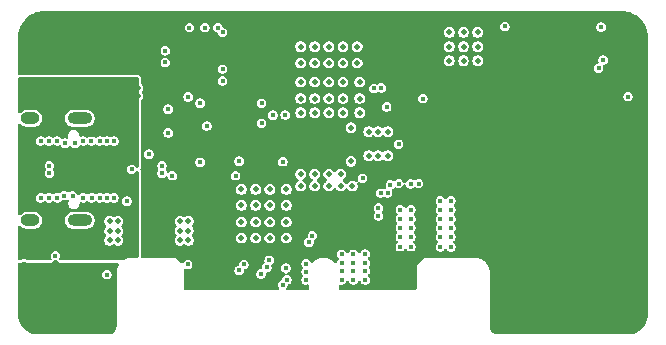
<source format=gbr>
%TF.GenerationSoftware,KiCad,Pcbnew,9.0.7*%
%TF.CreationDate,2026-02-27T18:20:13+01:00*%
%TF.ProjectId,PDNode-PDCard-4242,50444e6f-6465-42d5-9044-436172642d34,rev?*%
%TF.SameCoordinates,Original*%
%TF.FileFunction,Copper,L5,Inr*%
%TF.FilePolarity,Positive*%
%FSLAX46Y46*%
G04 Gerber Fmt 4.6, Leading zero omitted, Abs format (unit mm)*
G04 Created by KiCad (PCBNEW 9.0.7) date 2026-02-27 18:20:13*
%MOMM*%
%LPD*%
G01*
G04 APERTURE LIST*
%TA.AperFunction,ComponentPad*%
%ADD10C,0.700000*%
%TD*%
%TA.AperFunction,ComponentPad*%
%ADD11C,4.400000*%
%TD*%
%TA.AperFunction,HeatsinkPad*%
%ADD12O,2.100000X1.000000*%
%TD*%
%TA.AperFunction,HeatsinkPad*%
%ADD13O,1.600000X1.000000*%
%TD*%
%TA.AperFunction,ViaPad*%
%ADD14C,0.400000*%
%TD*%
%TA.AperFunction,ViaPad*%
%ADD15C,0.500000*%
%TD*%
G04 APERTURE END LIST*
D10*
%TO.N,GND*%
%TO.C,H1*%
X1275000Y4950000D03*
X1758274Y6116726D03*
X1758274Y3783274D03*
X2925000Y6600000D03*
D11*
X2925000Y4950000D03*
D10*
X2925000Y3300000D03*
X4091726Y6116726D03*
X4091726Y3783274D03*
X4575000Y4950000D03*
%TD*%
%TO.N,GND*%
%TO.C,H2*%
X1275000Y26950000D03*
X1758274Y28116726D03*
X1758274Y25783274D03*
X2925000Y28600000D03*
D11*
X2925000Y26950000D03*
D10*
X2925000Y25300000D03*
X4091726Y28116726D03*
X4091726Y25783274D03*
X4575000Y26950000D03*
%TD*%
D12*
%TO.N,SHIELD*%
%TO.C,J1*%
X5510000Y20520000D03*
D13*
X1330000Y20520000D03*
D12*
X5510000Y11880000D03*
D13*
X1330000Y11880000D03*
%TD*%
D14*
%TO.N,GND*%
X11700000Y15600000D03*
X11700000Y16800000D03*
X11800000Y9950000D03*
X37500000Y15300000D03*
X36000000Y22100000D03*
%TO.N,/Project Architecture/USB-PD Source Controller/I2C_SDA*%
X15700000Y21800000D03*
%TO.N,GND*%
X14800000Y13700000D03*
D15*
%TO.N,+24V_FILTERED*%
X25400000Y21000000D03*
D14*
X36939330Y13545640D03*
X36939330Y9645640D03*
X36039330Y10495640D03*
D15*
X27800000Y22200000D03*
X25400000Y23600000D03*
X24200000Y25200000D03*
X36800000Y27800000D03*
D14*
X36039330Y11245640D03*
D15*
X27800000Y25200000D03*
X38000000Y26600000D03*
D14*
X36939330Y11245640D03*
D15*
X24200000Y23600000D03*
X26600000Y21000000D03*
X36800000Y25400000D03*
X29200000Y22200000D03*
X29000000Y26600000D03*
X27800000Y26600000D03*
D14*
X36039330Y9645640D03*
D15*
X29975000Y19400000D03*
D14*
X36939330Y12795640D03*
D15*
X30775000Y19400000D03*
X31575000Y19400000D03*
X25400000Y26600000D03*
X25400000Y25200000D03*
D14*
X36039330Y13545640D03*
X36939330Y11995640D03*
D15*
X38000000Y25400000D03*
X24200000Y21000000D03*
X24200000Y26600000D03*
X29200000Y23600000D03*
X39200000Y27800000D03*
X26600000Y25200000D03*
X38000000Y27800000D03*
D14*
X36039330Y12795640D03*
D15*
X25400000Y22200000D03*
X39200000Y25400000D03*
X29000000Y25200000D03*
X26600000Y22200000D03*
X24200000Y22200000D03*
X26600000Y23600000D03*
X27800000Y23600000D03*
X29200000Y21000000D03*
X39200000Y26600000D03*
X27800000Y21000000D03*
X26600000Y26600000D03*
D14*
X36939330Y10495640D03*
D15*
X36800000Y26600000D03*
D14*
X36039330Y11995640D03*
D15*
X28474507Y19736811D03*
D14*
%TO.N,GND*%
X19600000Y25500000D03*
X18900000Y29000000D03*
D15*
X26500000Y16900000D03*
D14*
X20400000Y24800000D03*
X7800000Y4500000D03*
X27300000Y12900000D03*
D15*
X10400000Y29100000D03*
D14*
X30671455Y6401869D03*
D15*
X7200000Y28400000D03*
D14*
X34000000Y21750000D03*
X16000000Y6600000D03*
X9900000Y16200000D03*
X12500000Y18300000D03*
X27300000Y12200000D03*
D15*
X7200000Y29100000D03*
X8800000Y29100000D03*
D14*
X20900000Y20800000D03*
X13500000Y24200000D03*
X27300000Y11500000D03*
D15*
X27798351Y17464383D03*
D14*
X31671455Y6401869D03*
X33050000Y23900000D03*
D15*
X25300000Y16900000D03*
D14*
X52300000Y28350000D03*
X11000000Y14100000D03*
D15*
X10400000Y28400000D03*
D14*
X25800000Y12200000D03*
X29200000Y12900000D03*
X20400000Y25500000D03*
X21100000Y24800000D03*
X32050000Y23900000D03*
X12000000Y14000000D03*
X13200000Y29000000D03*
X52830000Y23659999D03*
X19600000Y24100000D03*
D15*
X29975000Y18100000D03*
D14*
X29200000Y12200000D03*
X32671455Y6401869D03*
X34100000Y23900000D03*
D15*
X8000000Y28400000D03*
X25398351Y18332062D03*
D14*
X33671455Y7751869D03*
D15*
X32400000Y16975000D03*
D14*
X52230000Y25459999D03*
D15*
X31575000Y18600000D03*
X29000000Y18600000D03*
X25300000Y19800000D03*
D14*
X21000000Y19200000D03*
X20400000Y24100000D03*
D15*
X30775000Y18600000D03*
D14*
X28500000Y12900000D03*
X17675000Y6600000D03*
X14300000Y26600000D03*
X31671455Y7051869D03*
D15*
X31575000Y18100000D03*
D14*
X21100000Y24100000D03*
D15*
X9600000Y29100000D03*
D14*
X26600000Y12200000D03*
D15*
X27798351Y18332062D03*
D14*
X33671455Y6401869D03*
X19600000Y24800000D03*
X15800000Y20800000D03*
D15*
X26598351Y18332062D03*
D14*
X800000Y8200000D03*
X32671455Y7751869D03*
D15*
X9600000Y28400000D03*
X8000000Y29100000D03*
D14*
X26600000Y11500000D03*
X25800000Y11500000D03*
X28500000Y12200000D03*
X52830000Y24359999D03*
X16850000Y7400000D03*
D15*
X24198351Y18332062D03*
D14*
X30671455Y7051869D03*
X21100000Y25500000D03*
D15*
X26500000Y19800000D03*
D14*
X30671455Y7751869D03*
X13000000Y20300000D03*
X16850000Y6600000D03*
X7000000Y5300000D03*
X31671455Y7751869D03*
D15*
X24100000Y19800000D03*
X24100000Y16900000D03*
X30775000Y18100000D03*
X29975000Y18600000D03*
X32400000Y19675000D03*
D14*
X16000000Y7350000D03*
X13627977Y17111882D03*
D15*
X8800000Y28400000D03*
D14*
X11100000Y18300000D03*
X32671455Y7051869D03*
D15*
X27800000Y19200000D03*
D14*
X26600000Y12900000D03*
X25800000Y12900000D03*
X33671455Y7051869D03*
D15*
%TO.N,/Project Architecture/USB-PD Source Controller/PD_OUT*%
X23000000Y14500000D03*
X21600000Y14500000D03*
X28484363Y16874240D03*
X14000000Y10200000D03*
X20400000Y10400000D03*
X26600000Y14800000D03*
X31575000Y17350000D03*
X14000000Y11800000D03*
X23000000Y11750000D03*
X23000000Y10400000D03*
X21600000Y10400000D03*
X27600000Y15800000D03*
X25400000Y14800000D03*
X26600000Y15800000D03*
X24200000Y15800000D03*
X28600000Y14800000D03*
X30775000Y17350000D03*
X19200000Y10400000D03*
X20400000Y11750000D03*
X27600000Y14800000D03*
X14700000Y11000000D03*
X29975000Y17350000D03*
X19200000Y13150000D03*
X20400000Y13150000D03*
X14000000Y11000000D03*
X25400000Y15800000D03*
X21600000Y13150000D03*
X21600000Y11750000D03*
X19200000Y11750000D03*
X14700000Y10200000D03*
X23000000Y13150000D03*
X20400000Y14500000D03*
X24200000Y14800000D03*
X19200000Y14500000D03*
X14700000Y11800000D03*
D14*
%TO.N,/Project Architecture/USB-PD Source Controller/VDRV*%
X41500000Y28300000D03*
X34550000Y22200000D03*
%TO.N,+5V*%
X16100000Y28200000D03*
X17600000Y27800000D03*
X14800000Y28200000D03*
X23050000Y6850000D03*
X32508538Y14997753D03*
X17200000Y28200000D03*
X22700000Y6450000D03*
X14650000Y8150000D03*
%TO.N,+3.3V*%
X17600000Y23700000D03*
X49830000Y25459999D03*
X20900000Y20100000D03*
X20900000Y21800000D03*
X13000000Y19300000D03*
X13000000Y21300000D03*
X17600000Y24700000D03*
%TO.N,/Project Architecture/USB-PD Source Controller/PD_CC2*%
X13350000Y15664999D03*
X29450000Y15450000D03*
X18700000Y15664999D03*
%TO.N,/Project Architecture/USB-PD Source Controller/USB_D+*%
X12478531Y15865507D03*
X2944460Y15875000D03*
X30973574Y14199000D03*
%TO.N,/Project Architecture/USB-PD Source Controller/USB_D-*%
X2935106Y16523537D03*
X12475000Y16500000D03*
X31575000Y14200000D03*
%TO.N,/Project Architecture/USB-PD Source Controller/PD_CC1*%
X31808751Y14900000D03*
X22700000Y16850000D03*
X15700000Y16800000D03*
X19000000Y16900000D03*
%TO.N,/Project Architecture/USB-PD Source Controller/I2C_SDA*%
X25200000Y10600000D03*
X33521446Y14971446D03*
X19000000Y7650000D03*
X14681389Y22342319D03*
%TO.N,/Project Architecture/USB-PD Source Controller/PD_ENABLE*%
X21350000Y7900000D03*
X51930000Y22359999D03*
X32503707Y18333632D03*
X21859898Y20782909D03*
%TO.N,/Project Architecture/USB-PD Source Controller/PD_ATTACH*%
X31500000Y21500000D03*
X22900000Y20800000D03*
X21550000Y8500000D03*
D15*
%TO.N,GND_USB*%
X10400000Y22400000D03*
X8800000Y22400000D03*
D14*
X4300000Y13000000D03*
X2200000Y19400000D03*
D15*
X5200000Y23200000D03*
X8000000Y23100000D03*
D14*
X3600000Y19400000D03*
X7200000Y13000000D03*
D15*
X7200000Y23100000D03*
X4400000Y23200000D03*
X10400000Y23100000D03*
D14*
X5800000Y19400000D03*
X6500000Y13000000D03*
X5800000Y13000000D03*
D15*
X8000000Y22400000D03*
D14*
X2900000Y19400000D03*
D15*
X5200000Y22500000D03*
X7200000Y22400000D03*
D14*
X2900000Y13000000D03*
X6000000Y10000000D03*
X6000000Y8950000D03*
D15*
X9600000Y22400000D03*
D14*
X6500000Y19400000D03*
X7200000Y19400000D03*
X3600000Y13000000D03*
D15*
X4400000Y22500000D03*
D14*
X4300000Y19400000D03*
D15*
X8800000Y23100000D03*
X9600000Y23100000D03*
D14*
%TO.N,/Project Architecture/USB-PD Source Controller/VBUS*%
X4900000Y13986000D03*
X5811719Y13797973D03*
X2900000Y13797973D03*
D15*
X8746957Y10198351D03*
D14*
X8400000Y18600000D03*
X6500000Y18600000D03*
X2900000Y18600000D03*
X5800000Y18600000D03*
X8411719Y13797973D03*
D15*
X8746957Y11798351D03*
D14*
X7811719Y13797973D03*
X7200000Y18600000D03*
X3600000Y13797973D03*
X2200000Y13797973D03*
X4199746Y13986000D03*
X4276308Y18414000D03*
D15*
X8046957Y10998351D03*
X8046957Y10198351D03*
D14*
X3600000Y18600000D03*
D15*
X8746957Y10998351D03*
X8046957Y11798351D03*
D14*
X6511719Y13797973D03*
X5100000Y18414000D03*
X7211719Y13797973D03*
X2200000Y18600000D03*
X7800000Y18600000D03*
%TO.N,/Project Architecture/USB-PD Source Controller/CC1*%
X11359586Y17494265D03*
%TO.N,/Project Architecture/USB-PD Source Controller/CC2*%
X9500000Y13500000D03*
%TO.N,/Project Architecture/Board Connector and Supplies/VBUS_VMON_PORT0*%
X22950000Y7850000D03*
X7800000Y7290000D03*
%TO.N,Net-(D2-Pad2)*%
X49650000Y28250000D03*
%TO.N,+24V*%
X28677175Y7599997D03*
X33550000Y10500000D03*
X28675703Y9030818D03*
X32650000Y10500000D03*
X29674231Y9036639D03*
X30800000Y12950000D03*
X33550000Y9650000D03*
X27674297Y8269182D03*
X28675000Y8275000D03*
X27675769Y6838361D03*
X33550000Y12800000D03*
X32650000Y11250000D03*
X27676472Y7594179D03*
X32650000Y12800000D03*
X32650000Y9650000D03*
X24675000Y7550000D03*
X29675703Y7605818D03*
X27675000Y9025000D03*
X30800000Y12250000D03*
X28676472Y6844179D03*
X24675000Y8225000D03*
X29673528Y8280821D03*
X24675000Y6850000D03*
X29675000Y6850000D03*
X33550000Y12000000D03*
X32650000Y12000000D03*
X33550000Y11250000D03*
%TO.N,/Project Architecture/Board Connector and Supplies/PORT_EN*%
X3450000Y8900000D03*
X49430000Y24759999D03*
X20850000Y7350000D03*
%TO.N,/Project Architecture/USB-PD Source Controller/ISEN+*%
X12750000Y25250000D03*
X30400000Y23050000D03*
%TO.N,/Project Architecture/USB-PD Source Controller/ISEN-*%
X12750000Y26250000D03*
X31050000Y23100000D03*
%TO.N,/Project Architecture/USB-PD Source Controller/I2C_SCL*%
X24900000Y10037639D03*
X34200000Y15000000D03*
X19400000Y8150000D03*
X16262500Y19875000D03*
%TD*%
%TA.AperFunction,Conductor*%
%TO.N,GND*%
G36*
X3390641Y8497965D02*
G01*
X3396852Y8496300D01*
X3503148Y8496300D01*
X3508542Y8497746D01*
X3522282Y8497720D01*
X3548195Y8490059D01*
X3574890Y8485899D01*
X3581197Y8480303D01*
X3589285Y8477911D01*
X3613256Y8451855D01*
X3625148Y8441302D01*
X3625525Y8441560D01*
X3626566Y8440044D01*
X3627151Y8439525D01*
X3627309Y8438963D01*
X3629465Y8435823D01*
X3629467Y8435821D01*
X3629468Y8435819D01*
X3675223Y8383015D01*
X3675230Y8383008D01*
X3675238Y8382999D01*
X3693085Y8364785D01*
X3693092Y8364779D01*
X3716160Y8351876D01*
X3774149Y8319439D01*
X3841188Y8299754D01*
X3841192Y8299754D01*
X3841194Y8299753D01*
X3850278Y8298447D01*
X3899987Y8291300D01*
X8707801Y8291300D01*
X8774840Y8271615D01*
X8820595Y8218811D01*
X8830539Y8149653D01*
X8815470Y8108014D01*
X8816226Y8107627D01*
X8814000Y8103278D01*
X8813999Y8103275D01*
X8796555Y8069177D01*
X8720445Y7920405D01*
X8656760Y7725108D01*
X8624525Y7522250D01*
X8624523Y7522233D01*
X8624510Y7466980D01*
X8624500Y7466808D01*
X8624500Y2931093D01*
X8623903Y2918939D01*
X8623903Y2918938D01*
X8612256Y2800689D01*
X8607514Y2776849D01*
X8574798Y2668998D01*
X8565495Y2646539D01*
X8512370Y2547151D01*
X8498866Y2526941D01*
X8427369Y2439821D01*
X8410179Y2422631D01*
X8323059Y2351134D01*
X8302849Y2337630D01*
X8203461Y2284505D01*
X8181002Y2275202D01*
X8073151Y2242486D01*
X8049311Y2237744D01*
X7962215Y2229166D01*
X7931060Y2226097D01*
X7918907Y2225500D01*
X2004428Y2225500D01*
X1995582Y2225816D01*
X1766982Y2242166D01*
X1749470Y2244684D01*
X1529862Y2292457D01*
X1512887Y2297441D01*
X1302311Y2375981D01*
X1286217Y2383331D01*
X1088963Y2491041D01*
X1074080Y2500606D01*
X894163Y2635290D01*
X880792Y2646876D01*
X721875Y2805793D01*
X710289Y2819164D01*
X575605Y2999081D01*
X566040Y3013964D01*
X458330Y3211218D01*
X450983Y3227306D01*
X372437Y3437897D01*
X367458Y3454856D01*
X319683Y3674471D01*
X317165Y3691983D01*
X300816Y3920582D01*
X300500Y3929428D01*
X300500Y7343148D01*
X7396300Y7343148D01*
X7396300Y7236852D01*
X7423811Y7134177D01*
X7476959Y7042122D01*
X7552122Y6966959D01*
X7644177Y6913811D01*
X7746852Y6886300D01*
X7746854Y6886300D01*
X7853146Y6886300D01*
X7853148Y6886300D01*
X7955823Y6913811D01*
X8047878Y6966959D01*
X8123041Y7042122D01*
X8176189Y7134177D01*
X8203700Y7236852D01*
X8203700Y7343148D01*
X8176189Y7445823D01*
X8123041Y7537878D01*
X8047878Y7613041D01*
X7978416Y7653145D01*
X7955825Y7666188D01*
X7955824Y7666189D01*
X7955823Y7666189D01*
X7853148Y7693700D01*
X7746852Y7693700D01*
X7644177Y7666189D01*
X7644175Y7666188D01*
X7644174Y7666188D01*
X7552125Y7613043D01*
X7552119Y7613039D01*
X7476961Y7537881D01*
X7476957Y7537875D01*
X7423812Y7445826D01*
X7423812Y7445825D01*
X7423811Y7445823D01*
X7396300Y7343148D01*
X300500Y7343148D01*
X300500Y8167300D01*
X303009Y8175845D01*
X301721Y8184656D01*
X312700Y8208849D01*
X320185Y8234339D01*
X326914Y8240171D01*
X330595Y8248280D01*
X352912Y8262699D01*
X372989Y8280094D01*
X383349Y8282361D01*
X389283Y8286194D01*
X423628Y8291174D01*
X424206Y8291300D01*
X424495Y8291301D01*
X424500Y8291300D01*
X480002Y8291300D01*
X487180Y8291450D01*
X488247Y8291452D01*
X490800Y8290709D01*
X498981Y8291885D01*
X501378Y8292206D01*
X501635Y8292238D01*
X502499Y8292390D01*
X524349Y8295532D01*
X524350Y8295531D01*
X544634Y8298447D01*
X562634Y8305161D01*
X565584Y8305775D01*
X569921Y8307452D01*
X569776Y8307825D01*
X627775Y8329457D01*
X627785Y8329464D01*
X629521Y8330332D01*
X648506Y8337952D01*
X649434Y8338238D01*
X710592Y8373550D01*
X740498Y8385937D01*
X758567Y8390778D01*
X790650Y8395000D01*
X809351Y8395000D01*
X841435Y8390777D01*
X859501Y8385937D01*
X889404Y8373551D01*
X945248Y8341309D01*
X950034Y8338546D01*
X950503Y8338275D01*
X950506Y8338274D01*
X950921Y8338034D01*
X953563Y8336509D01*
X953576Y8336502D01*
X971711Y8326032D01*
X986243Y8321764D01*
X990796Y8320116D01*
X994038Y8319328D01*
X999808Y8317777D01*
X1044521Y8304601D01*
X1044945Y8304527D01*
X1061199Y8299754D01*
X1061204Y8299754D01*
X1061205Y8299753D01*
X1070289Y8298447D01*
X1119998Y8291300D01*
X1120001Y8291300D01*
X3000018Y8291300D01*
X3039495Y8295070D01*
X3039500Y8295071D01*
X3039512Y8295072D01*
X3085599Y8303955D01*
X3091157Y8305105D01*
X3175111Y8344835D01*
X3230032Y8388026D01*
X3241097Y8397881D01*
X3249091Y8405000D01*
X3249091Y8405001D01*
X3249095Y8405004D01*
X3270673Y8439607D01*
X3278149Y8446265D01*
X3282327Y8455367D01*
X3303803Y8469114D01*
X3322847Y8486074D01*
X3332739Y8487635D01*
X3341175Y8493033D01*
X3376119Y8497991D01*
X3390641Y8497965D01*
G37*
%TD.AperFunction*%
%TA.AperFunction,Conductor*%
G36*
X51428736Y29624274D02*
G01*
X51682638Y29608916D01*
X51697495Y29607112D01*
X51944000Y29561939D01*
X51958536Y29558356D01*
X52197791Y29483800D01*
X52211788Y29478492D01*
X52440319Y29375639D01*
X52453578Y29368680D01*
X52560808Y29303857D01*
X52668045Y29239030D01*
X52680356Y29230532D01*
X52877636Y29075973D01*
X52888844Y29066043D01*
X53066042Y28888845D01*
X53075972Y28877637D01*
X53212243Y28703700D01*
X53230527Y28680363D01*
X53239033Y28668040D01*
X53368679Y28453579D01*
X53375638Y28440320D01*
X53478491Y28211789D01*
X53483800Y28197789D01*
X53558354Y27958539D01*
X53561938Y27943999D01*
X53607110Y27697500D01*
X53608915Y27682636D01*
X53624274Y27428737D01*
X53624500Y27421250D01*
X53624500Y3929428D01*
X53624184Y3920582D01*
X53607834Y3691983D01*
X53605316Y3674471D01*
X53557543Y3454863D01*
X53552559Y3437888D01*
X53474019Y3227312D01*
X53466669Y3211218D01*
X53358959Y3013964D01*
X53349394Y2999081D01*
X53214710Y2819164D01*
X53203124Y2805793D01*
X53044207Y2646876D01*
X53030836Y2635290D01*
X52850919Y2500606D01*
X52836036Y2491041D01*
X52638782Y2383331D01*
X52622688Y2375981D01*
X52412112Y2297441D01*
X52395137Y2292457D01*
X52175529Y2244684D01*
X52158017Y2242166D01*
X51929418Y2225816D01*
X51920572Y2225500D01*
X40931093Y2225500D01*
X40918939Y2226097D01*
X40868081Y2231107D01*
X40800688Y2237744D01*
X40776848Y2242486D01*
X40668997Y2275202D01*
X40646541Y2284504D01*
X40547150Y2337630D01*
X40526940Y2351134D01*
X40439820Y2422631D01*
X40422630Y2439821D01*
X40351133Y2526941D01*
X40337629Y2547151D01*
X40298441Y2620466D01*
X40284501Y2646547D01*
X40275201Y2668998D01*
X40255881Y2732689D01*
X40242483Y2776855D01*
X40237744Y2800683D01*
X40226097Y2918939D01*
X40225500Y2931093D01*
X40225500Y7467786D01*
X40225474Y7468169D01*
X40225467Y7497963D01*
X40225462Y7522752D01*
X40225293Y7523813D01*
X40211118Y7613039D01*
X40193243Y7725549D01*
X40129600Y7920777D01*
X40080908Y8015996D01*
X40036112Y8103597D01*
X40028992Y8113357D01*
X39915090Y8269488D01*
X39864556Y8319775D01*
X39769538Y8414330D01*
X39746697Y8430823D01*
X39603061Y8534538D01*
X39531488Y8570698D01*
X39419788Y8627131D01*
X39419779Y8627135D01*
X39224243Y8689822D01*
X39021297Y8721048D01*
X39021294Y8721048D01*
X39020431Y8721044D01*
X38965998Y8720792D01*
X38965820Y8720802D01*
X38907361Y8720516D01*
X38907362Y8720515D01*
X38871031Y8720337D01*
X38871030Y8720337D01*
X34824561Y8700501D01*
X34824560Y8700502D01*
X34824156Y8700500D01*
X34785438Y8700500D01*
X34784712Y8700306D01*
X34783965Y8700302D01*
X34783961Y8700302D01*
X34783957Y8700301D01*
X34747010Y8690206D01*
X34746427Y8690048D01*
X34709014Y8680023D01*
X34708088Y8679639D01*
X34708086Y8679639D01*
X34708082Y8679637D01*
X34707663Y8679464D01*
X34674381Y8660033D01*
X34674382Y8660032D01*
X34674026Y8659824D01*
X34640489Y8640460D01*
X34639959Y8639931D01*
X34639313Y8639553D01*
X34639302Y8639543D01*
X34639302Y8639542D01*
X34612185Y8612159D01*
X34611759Y8611732D01*
X34140489Y8140460D01*
X34084541Y8084513D01*
X34084535Y8084505D01*
X34044982Y8015996D01*
X34044979Y8015991D01*
X34035852Y7981927D01*
X34026685Y7947714D01*
X34024500Y7939561D01*
X34024500Y6124000D01*
X34004815Y6056961D01*
X33952011Y6011206D01*
X33900500Y6000000D01*
X27549500Y6000000D01*
X27482461Y6019685D01*
X27436706Y6072489D01*
X27425500Y6124000D01*
X27425500Y6325880D01*
X27445185Y6392919D01*
X27497989Y6438674D01*
X27567147Y6448618D01*
X27581576Y6445659D01*
X27622621Y6434661D01*
X27622624Y6434661D01*
X27728915Y6434661D01*
X27728917Y6434661D01*
X27831592Y6462172D01*
X27923647Y6515320D01*
X27998810Y6590483D01*
X28051958Y6682538D01*
X28057125Y6701825D01*
X28093486Y6761482D01*
X28156332Y6792013D01*
X28225707Y6783721D01*
X28279587Y6739238D01*
X28296673Y6701829D01*
X28300283Y6688356D01*
X28353431Y6596301D01*
X28428594Y6521138D01*
X28520649Y6467990D01*
X28623324Y6440479D01*
X28623326Y6440479D01*
X28729618Y6440479D01*
X28729620Y6440479D01*
X28832295Y6467990D01*
X28924350Y6521138D01*
X28999513Y6596301D01*
X29052661Y6688356D01*
X29056741Y6703586D01*
X29093101Y6763243D01*
X29155947Y6793774D01*
X29225323Y6785482D01*
X29279203Y6740999D01*
X29296288Y6703591D01*
X29298811Y6694177D01*
X29351959Y6602122D01*
X29427122Y6526959D01*
X29519177Y6473811D01*
X29621852Y6446300D01*
X29621854Y6446300D01*
X29728146Y6446300D01*
X29728148Y6446300D01*
X29830823Y6473811D01*
X29922878Y6526959D01*
X29998041Y6602122D01*
X30051189Y6694177D01*
X30078700Y6796852D01*
X30078700Y6903148D01*
X30051189Y7005823D01*
X29998041Y7097878D01*
X29956042Y7139877D01*
X29922557Y7201200D01*
X29927541Y7270892D01*
X29956041Y7315238D01*
X29998744Y7357940D01*
X30051892Y7449995D01*
X30079403Y7552670D01*
X30079403Y7658966D01*
X30051892Y7761641D01*
X29998744Y7853696D01*
X29998741Y7853699D01*
X29998739Y7853702D01*
X29995709Y7856732D01*
X29993971Y7859916D01*
X29993797Y7860142D01*
X29993832Y7860170D01*
X29962227Y7918057D01*
X29967216Y7987748D01*
X29991956Y8026241D01*
X29991622Y8026497D01*
X29994696Y8030504D01*
X29995716Y8032091D01*
X29996569Y8032943D01*
X30049717Y8124998D01*
X30077228Y8227673D01*
X30077228Y8333969D01*
X30049717Y8436644D01*
X29996569Y8528699D01*
X29954570Y8570698D01*
X29921085Y8632021D01*
X29926069Y8701713D01*
X29954569Y8746059D01*
X29997272Y8788761D01*
X30050420Y8880816D01*
X30077931Y8983491D01*
X30077931Y9089787D01*
X30050420Y9192462D01*
X29997272Y9284517D01*
X29922109Y9359680D01*
X29848597Y9402122D01*
X29830056Y9412827D01*
X29830055Y9412828D01*
X29830054Y9412828D01*
X29727379Y9440339D01*
X29621083Y9440339D01*
X29518408Y9412828D01*
X29518406Y9412827D01*
X29518405Y9412827D01*
X29426356Y9359682D01*
X29426350Y9359678D01*
X29351192Y9284520D01*
X29351188Y9284514D01*
X29298043Y9192465D01*
X29298041Y9192460D01*
X29293961Y9177232D01*
X29257596Y9117572D01*
X29194749Y9087044D01*
X29125373Y9095339D01*
X29071496Y9139825D01*
X29054413Y9177229D01*
X29051892Y9186641D01*
X28998744Y9278696D01*
X28923581Y9353859D01*
X28831526Y9407007D01*
X28728851Y9434518D01*
X28622555Y9434518D01*
X28519880Y9407007D01*
X28519878Y9407006D01*
X28519877Y9407006D01*
X28427828Y9353861D01*
X28427822Y9353857D01*
X28352664Y9278699D01*
X28352660Y9278693D01*
X28299515Y9186644D01*
X28299514Y9186642D01*
X28299514Y9186641D01*
X28294346Y9167354D01*
X28257981Y9107694D01*
X28195134Y9077166D01*
X28125759Y9085461D01*
X28071881Y9129947D01*
X28054798Y9167352D01*
X28051189Y9180823D01*
X27998041Y9272878D01*
X27922878Y9348041D01*
X27830823Y9401189D01*
X27728148Y9428700D01*
X27621852Y9428700D01*
X27519177Y9401189D01*
X27519175Y9401188D01*
X27519174Y9401188D01*
X27427125Y9348043D01*
X27427119Y9348039D01*
X27351961Y9272881D01*
X27351957Y9272875D01*
X27298812Y9180826D01*
X27298812Y9180825D01*
X27298811Y9180823D01*
X27271300Y9078148D01*
X27271300Y8971852D01*
X27298811Y8869177D01*
X27351959Y8777122D01*
X27351961Y8777120D01*
X27393957Y8735124D01*
X27427442Y8673801D01*
X27422458Y8604109D01*
X27393958Y8559763D01*
X27351259Y8517064D01*
X27351254Y8517057D01*
X27298109Y8425008D01*
X27298108Y8425006D01*
X27298108Y8425005D01*
X27284035Y8372482D01*
X27247669Y8312822D01*
X27184822Y8282293D01*
X27115447Y8290588D01*
X27076579Y8316895D01*
X26989648Y8403826D01*
X26989646Y8403828D01*
X26830405Y8519524D01*
X26812390Y8528703D01*
X26655029Y8608883D01*
X26467826Y8669710D01*
X26273422Y8700500D01*
X26273417Y8700500D01*
X26222595Y8700500D01*
X26175000Y8700500D01*
X26076583Y8700500D01*
X26076578Y8700500D01*
X25882173Y8669710D01*
X25694970Y8608883D01*
X25519594Y8519524D01*
X25360355Y8403829D01*
X25263529Y8307003D01*
X25202205Y8273519D01*
X25132514Y8278503D01*
X25076581Y8320375D01*
X25056074Y8362591D01*
X25051189Y8380823D01*
X24998041Y8472878D01*
X24922878Y8548041D01*
X24845485Y8592724D01*
X24830825Y8601188D01*
X24830824Y8601189D01*
X24830823Y8601189D01*
X24728148Y8628700D01*
X24621852Y8628700D01*
X24519177Y8601189D01*
X24519175Y8601188D01*
X24519174Y8601188D01*
X24427125Y8548043D01*
X24427119Y8548039D01*
X24351961Y8472881D01*
X24351957Y8472875D01*
X24298812Y8380826D01*
X24298812Y8380825D01*
X24298811Y8380823D01*
X24271300Y8278148D01*
X24271300Y8171852D01*
X24298811Y8069177D01*
X24342113Y7994175D01*
X24351957Y7977126D01*
X24351960Y7977121D01*
X24353905Y7975176D01*
X24355019Y7973135D01*
X24356906Y7970676D01*
X24356522Y7970382D01*
X24387386Y7913850D01*
X24382397Y7844159D01*
X24356832Y7804381D01*
X24356906Y7804324D01*
X24356234Y7803450D01*
X24353905Y7799824D01*
X24351960Y7797880D01*
X24351957Y7797875D01*
X24298812Y7705826D01*
X24298812Y7705825D01*
X24298811Y7705823D01*
X24271300Y7603148D01*
X24271300Y7496852D01*
X24298811Y7394177D01*
X24298812Y7394176D01*
X24298812Y7394175D01*
X24311330Y7372493D01*
X24351959Y7302122D01*
X24351961Y7302120D01*
X24366400Y7287681D01*
X24399885Y7226358D01*
X24394901Y7156666D01*
X24366400Y7112319D01*
X24351961Y7097881D01*
X24351957Y7097875D01*
X24298812Y7005826D01*
X24298812Y7005825D01*
X24298811Y7005823D01*
X24271300Y6903148D01*
X24271300Y6796852D01*
X24298811Y6694177D01*
X24351959Y6602122D01*
X24427122Y6526959D01*
X24519177Y6473811D01*
X24621852Y6446300D01*
X24621854Y6446300D01*
X24728145Y6446300D01*
X24728148Y6446300D01*
X24768410Y6457088D01*
X24838256Y6455425D01*
X24896118Y6416263D01*
X24923623Y6352035D01*
X24924500Y6337313D01*
X24924500Y6124000D01*
X24904815Y6056961D01*
X24852011Y6011206D01*
X24800500Y6000000D01*
X23119394Y6000000D01*
X23052355Y6019685D01*
X23006600Y6072489D01*
X22996656Y6141647D01*
X23006054Y6174299D01*
X23014699Y6193781D01*
X23023041Y6202122D01*
X23076189Y6294177D01*
X23101994Y6390488D01*
X23105922Y6399337D01*
X23122506Y6418898D01*
X23135852Y6440791D01*
X23145569Y6446098D01*
X23151107Y6452628D01*
X23165674Y6457076D01*
X23187168Y6468813D01*
X23205823Y6473811D01*
X23297878Y6526959D01*
X23373041Y6602122D01*
X23426189Y6694177D01*
X23453700Y6796852D01*
X23453700Y6903148D01*
X23426189Y7005823D01*
X23373041Y7097878D01*
X23297878Y7173041D01*
X23212762Y7222183D01*
X23205825Y7226188D01*
X23205824Y7226189D01*
X23205823Y7226189D01*
X23133742Y7245503D01*
X23074082Y7281867D01*
X23043553Y7344714D01*
X23051848Y7414089D01*
X23096333Y7467967D01*
X23103836Y7472664D01*
X23105823Y7473811D01*
X23197878Y7526959D01*
X23273041Y7602122D01*
X23326189Y7694177D01*
X23353700Y7796852D01*
X23353700Y7903148D01*
X23326189Y8005823D01*
X23273041Y8097878D01*
X23197878Y8173041D01*
X23111279Y8223039D01*
X23105825Y8226188D01*
X23105824Y8226189D01*
X23105823Y8226189D01*
X23003148Y8253700D01*
X22896852Y8253700D01*
X22794177Y8226189D01*
X22794175Y8226188D01*
X22794174Y8226188D01*
X22702125Y8173043D01*
X22702119Y8173039D01*
X22626961Y8097881D01*
X22626957Y8097875D01*
X22573812Y8005826D01*
X22573812Y8005825D01*
X22573811Y8005823D01*
X22546300Y7903148D01*
X22546300Y7796852D01*
X22573811Y7694177D01*
X22626959Y7602122D01*
X22702122Y7526959D01*
X22794177Y7473811D01*
X22866257Y7454498D01*
X22925916Y7418135D01*
X22956446Y7355288D01*
X22948152Y7285913D01*
X22903667Y7232034D01*
X22896164Y7227338D01*
X22802128Y7173045D01*
X22802119Y7173039D01*
X22726961Y7097881D01*
X22726957Y7097875D01*
X22673812Y7005826D01*
X22673812Y7005825D01*
X22673811Y7005823D01*
X22669730Y6990593D01*
X22650512Y6918869D01*
X22614146Y6859209D01*
X22562836Y6831190D01*
X22544179Y6826191D01*
X22544177Y6826190D01*
X22452122Y6773041D01*
X22452119Y6773039D01*
X22376961Y6697881D01*
X22376957Y6697875D01*
X22323812Y6605826D01*
X22323812Y6605825D01*
X22323811Y6605823D01*
X22296300Y6503148D01*
X22296300Y6396852D01*
X22323811Y6294177D01*
X22323812Y6294176D01*
X22323812Y6294175D01*
X22376957Y6202125D01*
X22378980Y6199489D01*
X22379995Y6196864D01*
X22381023Y6195083D01*
X22380745Y6194923D01*
X22404176Y6134320D01*
X22390139Y6065875D01*
X22341327Y6015884D01*
X22280606Y6000000D01*
X14449500Y6000000D01*
X14382461Y6019685D01*
X14336706Y6072489D01*
X14325500Y6124000D01*
X14325500Y7658101D01*
X14338727Y7703148D01*
X18596300Y7703148D01*
X18596300Y7596852D01*
X18623811Y7494177D01*
X18623812Y7494176D01*
X18623812Y7494175D01*
X18641527Y7463492D01*
X18676959Y7402122D01*
X18752122Y7326959D01*
X18844177Y7273811D01*
X18946852Y7246300D01*
X18946854Y7246300D01*
X19053146Y7246300D01*
X19053148Y7246300D01*
X19155823Y7273811D01*
X19247878Y7326959D01*
X19323041Y7402122D01*
X19323633Y7403148D01*
X20446300Y7403148D01*
X20446300Y7296852D01*
X20473811Y7194177D01*
X20526959Y7102122D01*
X20602122Y7026959D01*
X20694177Y6973811D01*
X20796852Y6946300D01*
X20796854Y6946300D01*
X20903146Y6946300D01*
X20903148Y6946300D01*
X21005823Y6973811D01*
X21097878Y7026959D01*
X21173041Y7102122D01*
X21226189Y7194177D01*
X21253700Y7296852D01*
X21253700Y7372300D01*
X21273385Y7439339D01*
X21326189Y7485094D01*
X21377700Y7496300D01*
X21403146Y7496300D01*
X21403148Y7496300D01*
X21505823Y7523811D01*
X21597878Y7576959D01*
X21673041Y7652122D01*
X21726189Y7744177D01*
X21753700Y7846852D01*
X21753700Y7953148D01*
X21732309Y8032983D01*
X21733972Y8102830D01*
X21773135Y8160692D01*
X21790080Y8172458D01*
X21797878Y8176959D01*
X21873041Y8252122D01*
X21926189Y8344177D01*
X21953700Y8446852D01*
X21953700Y8553148D01*
X21926189Y8655823D01*
X21873041Y8747878D01*
X21797878Y8823041D01*
X21705823Y8876189D01*
X21603148Y8903700D01*
X21496852Y8903700D01*
X21394177Y8876189D01*
X21394175Y8876188D01*
X21394174Y8876188D01*
X21302125Y8823043D01*
X21302119Y8823039D01*
X21226961Y8747881D01*
X21226957Y8747875D01*
X21173812Y8655826D01*
X21173812Y8655825D01*
X21173811Y8655823D01*
X21159172Y8601189D01*
X21146300Y8553148D01*
X21146300Y8446851D01*
X21167690Y8367020D01*
X21166027Y8297170D01*
X21126864Y8239308D01*
X21109919Y8227543D01*
X21102125Y8223044D01*
X21102119Y8223039D01*
X21026961Y8147881D01*
X21026957Y8147875D01*
X20973812Y8055826D01*
X20973812Y8055825D01*
X20973811Y8055823D01*
X20950918Y7970382D01*
X20946300Y7953148D01*
X20946300Y7877700D01*
X20926615Y7810661D01*
X20873811Y7764906D01*
X20822300Y7753700D01*
X20796852Y7753700D01*
X20694177Y7726189D01*
X20694175Y7726188D01*
X20694174Y7726188D01*
X20602125Y7673043D01*
X20602119Y7673039D01*
X20526961Y7597881D01*
X20526957Y7597875D01*
X20473812Y7505826D01*
X20473812Y7505825D01*
X20473811Y7505823D01*
X20446300Y7403148D01*
X19323633Y7403148D01*
X19376189Y7494177D01*
X19403700Y7596852D01*
X19403700Y7653049D01*
X19407344Y7667745D01*
X19417637Y7685368D01*
X19423385Y7704942D01*
X19434897Y7714918D01*
X19442584Y7728077D01*
X19460770Y7737337D01*
X19476189Y7750697D01*
X19495595Y7757674D01*
X19555823Y7773811D01*
X19647878Y7826959D01*
X19723041Y7902122D01*
X19776189Y7994177D01*
X19803700Y8096852D01*
X19803700Y8203148D01*
X19776189Y8305823D01*
X19723041Y8397878D01*
X19647878Y8473041D01*
X19570374Y8517788D01*
X19555825Y8526188D01*
X19555824Y8526189D01*
X19555823Y8526189D01*
X19453148Y8553700D01*
X19346852Y8553700D01*
X19244177Y8526189D01*
X19244175Y8526188D01*
X19244174Y8526188D01*
X19152125Y8473043D01*
X19152119Y8473039D01*
X19076961Y8397881D01*
X19076957Y8397875D01*
X19023812Y8305826D01*
X19023812Y8305825D01*
X19023811Y8305823D01*
X19002047Y8224595D01*
X18996300Y8203148D01*
X18996300Y8162098D01*
X18976615Y8095059D01*
X18923811Y8049304D01*
X18904397Y8042325D01*
X18844177Y8026189D01*
X18844175Y8026188D01*
X18844174Y8026188D01*
X18752125Y7973043D01*
X18752119Y7973039D01*
X18676961Y7897881D01*
X18676957Y7897875D01*
X18623812Y7805826D01*
X18623812Y7805825D01*
X18623811Y7805823D01*
X18596300Y7703148D01*
X14338727Y7703148D01*
X14345185Y7725140D01*
X14397989Y7770895D01*
X14467147Y7780839D01*
X14486242Y7775601D01*
X14486327Y7775915D01*
X14494174Y7773813D01*
X14494177Y7773811D01*
X14596852Y7746300D01*
X14596854Y7746300D01*
X14703146Y7746300D01*
X14703148Y7746300D01*
X14805823Y7773811D01*
X14897878Y7826959D01*
X14973041Y7902122D01*
X15026189Y7994177D01*
X15053700Y8096852D01*
X15053700Y8203148D01*
X15026189Y8305823D01*
X14973041Y8397878D01*
X14897878Y8473041D01*
X14820374Y8517788D01*
X14805825Y8526188D01*
X14805824Y8526189D01*
X14805823Y8526189D01*
X14703148Y8553700D01*
X14596852Y8553700D01*
X14494177Y8526189D01*
X14494175Y8526188D01*
X14494174Y8526188D01*
X14402125Y8473043D01*
X14402119Y8473039D01*
X14326961Y8397881D01*
X14326957Y8397875D01*
X14270548Y8300172D01*
X14219981Y8251956D01*
X14151374Y8238734D01*
X14086509Y8264702D01*
X14075480Y8274491D01*
X13738016Y8611955D01*
X13710815Y8639454D01*
X13710097Y8639874D01*
X13709511Y8640460D01*
X13709510Y8640461D01*
X13676176Y8659707D01*
X13676176Y8659708D01*
X13675737Y8659961D01*
X13642509Y8679386D01*
X13641708Y8679606D01*
X13640988Y8680021D01*
X13640974Y8680025D01*
X13621458Y8685255D01*
X13603872Y8689968D01*
X13603314Y8690118D01*
X13566195Y8700281D01*
X13565100Y8700431D01*
X13565099Y8700432D01*
X13564600Y8700500D01*
X13564562Y8700500D01*
X13526205Y8700500D01*
X13525531Y8700502D01*
X10832026Y8715142D01*
X10765095Y8735190D01*
X10719627Y8788242D01*
X10708700Y8839140D01*
X10708700Y11859731D01*
X13546300Y11859731D01*
X13546300Y11740269D01*
X13577219Y11624878D01*
X13636950Y11521422D01*
X13636952Y11521420D01*
X13670691Y11487681D01*
X13704176Y11426358D01*
X13699192Y11356666D01*
X13670691Y11312319D01*
X13636952Y11278581D01*
X13636950Y11278578D01*
X13589766Y11196853D01*
X13577219Y11175122D01*
X13546300Y11059731D01*
X13546300Y10940269D01*
X13577219Y10824878D01*
X13636950Y10721422D01*
X13636952Y10721420D01*
X13670691Y10687681D01*
X13704176Y10626358D01*
X13699192Y10556666D01*
X13670691Y10512319D01*
X13636952Y10478581D01*
X13636950Y10478578D01*
X13616116Y10442492D01*
X13577219Y10375122D01*
X13546300Y10259731D01*
X13546300Y10140269D01*
X13577219Y10024878D01*
X13636950Y9921422D01*
X13721422Y9836950D01*
X13824878Y9777219D01*
X13940269Y9746300D01*
X13940271Y9746300D01*
X14059728Y9746300D01*
X14059731Y9746300D01*
X14175122Y9777219D01*
X14278578Y9836950D01*
X14278579Y9836952D01*
X14285616Y9841014D01*
X14286981Y9838650D01*
X14339668Y9859025D01*
X14408114Y9844995D01*
X14414363Y9840979D01*
X14414384Y9841014D01*
X14421420Y9836952D01*
X14421422Y9836950D01*
X14524878Y9777219D01*
X14640269Y9746300D01*
X14640271Y9746300D01*
X14759728Y9746300D01*
X14759731Y9746300D01*
X14875122Y9777219D01*
X14978578Y9836950D01*
X15063050Y9921422D01*
X15122781Y10024878D01*
X15153700Y10140269D01*
X15153700Y10259731D01*
X15122781Y10375122D01*
X15073931Y10459731D01*
X18746300Y10459731D01*
X18746300Y10340269D01*
X18777219Y10224878D01*
X18836950Y10121422D01*
X18921422Y10036950D01*
X19024878Y9977219D01*
X19140269Y9946300D01*
X19140271Y9946300D01*
X19259728Y9946300D01*
X19259731Y9946300D01*
X19375122Y9977219D01*
X19478578Y10036950D01*
X19563050Y10121422D01*
X19622781Y10224878D01*
X19653700Y10340269D01*
X19653700Y10459731D01*
X19946300Y10459731D01*
X19946300Y10340269D01*
X19977219Y10224878D01*
X20036950Y10121422D01*
X20121422Y10036950D01*
X20224878Y9977219D01*
X20340269Y9946300D01*
X20340271Y9946300D01*
X20459728Y9946300D01*
X20459731Y9946300D01*
X20575122Y9977219D01*
X20678578Y10036950D01*
X20763050Y10121422D01*
X20822781Y10224878D01*
X20853700Y10340269D01*
X20853700Y10459731D01*
X21146300Y10459731D01*
X21146300Y10340269D01*
X21177219Y10224878D01*
X21236950Y10121422D01*
X21321422Y10036950D01*
X21424878Y9977219D01*
X21540269Y9946300D01*
X21540271Y9946300D01*
X21659728Y9946300D01*
X21659731Y9946300D01*
X21775122Y9977219D01*
X21878578Y10036950D01*
X21963050Y10121422D01*
X22022781Y10224878D01*
X22053700Y10340269D01*
X22053700Y10459731D01*
X22546300Y10459731D01*
X22546300Y10340269D01*
X22577219Y10224878D01*
X22636950Y10121422D01*
X22721422Y10036950D01*
X22824878Y9977219D01*
X22940269Y9946300D01*
X22940271Y9946300D01*
X23059728Y9946300D01*
X23059731Y9946300D01*
X23175122Y9977219D01*
X23278578Y10036950D01*
X23332415Y10090787D01*
X24496300Y10090787D01*
X24496300Y9984491D01*
X24523811Y9881816D01*
X24576959Y9789761D01*
X24652122Y9714598D01*
X24744177Y9661450D01*
X24846852Y9633939D01*
X24846854Y9633939D01*
X24953146Y9633939D01*
X24953148Y9633939D01*
X25055823Y9661450D01*
X25147878Y9714598D01*
X25223041Y9789761D01*
X25276189Y9881816D01*
X25303700Y9984491D01*
X25303700Y10090787D01*
X25303699Y10090789D01*
X25302639Y10098843D01*
X25304706Y10099116D01*
X25306100Y10157861D01*
X25345257Y10215727D01*
X25362210Y10227499D01*
X25447878Y10276959D01*
X25523041Y10352122D01*
X25576189Y10444177D01*
X25603700Y10546852D01*
X25603700Y10653148D01*
X25576189Y10755823D01*
X25523041Y10847878D01*
X25447878Y10923041D01*
X25355823Y10976189D01*
X25253148Y11003700D01*
X25146852Y11003700D01*
X25044177Y10976189D01*
X25044175Y10976188D01*
X25044174Y10976188D01*
X24952125Y10923043D01*
X24952119Y10923039D01*
X24876961Y10847881D01*
X24876957Y10847875D01*
X24823812Y10755826D01*
X24823812Y10755825D01*
X24823811Y10755823D01*
X24814594Y10721423D01*
X24796300Y10653148D01*
X24796300Y10546854D01*
X24797361Y10538796D01*
X24795295Y10538525D01*
X24793894Y10479763D01*
X24754729Y10421902D01*
X24737785Y10410138D01*
X24652122Y10360680D01*
X24652119Y10360678D01*
X24576961Y10285520D01*
X24576957Y10285514D01*
X24523812Y10193465D01*
X24523812Y10193464D01*
X24523811Y10193462D01*
X24496300Y10090787D01*
X23332415Y10090787D01*
X23363050Y10121422D01*
X23422781Y10224878D01*
X23453700Y10340269D01*
X23453700Y10459731D01*
X23422781Y10575122D01*
X23363050Y10678578D01*
X23278578Y10763050D01*
X23175122Y10822781D01*
X23059731Y10853700D01*
X22940269Y10853700D01*
X22824878Y10822781D01*
X22824876Y10822781D01*
X22824876Y10822780D01*
X22721422Y10763050D01*
X22721419Y10763048D01*
X22636952Y10678581D01*
X22636950Y10678578D01*
X22577219Y10575122D01*
X22546300Y10459731D01*
X22053700Y10459731D01*
X22022781Y10575122D01*
X21963050Y10678578D01*
X21878578Y10763050D01*
X21775122Y10822781D01*
X21659731Y10853700D01*
X21540269Y10853700D01*
X21424878Y10822781D01*
X21424876Y10822781D01*
X21424876Y10822780D01*
X21321422Y10763050D01*
X21321419Y10763048D01*
X21236952Y10678581D01*
X21236950Y10678578D01*
X21177219Y10575122D01*
X21146300Y10459731D01*
X20853700Y10459731D01*
X20822781Y10575122D01*
X20763050Y10678578D01*
X20678578Y10763050D01*
X20575122Y10822781D01*
X20459731Y10853700D01*
X20340269Y10853700D01*
X20224878Y10822781D01*
X20224876Y10822781D01*
X20224876Y10822780D01*
X20121422Y10763050D01*
X20121419Y10763048D01*
X20036952Y10678581D01*
X20036950Y10678578D01*
X19977219Y10575122D01*
X19946300Y10459731D01*
X19653700Y10459731D01*
X19622781Y10575122D01*
X19563050Y10678578D01*
X19478578Y10763050D01*
X19375122Y10822781D01*
X19259731Y10853700D01*
X19140269Y10853700D01*
X19024878Y10822781D01*
X19024876Y10822781D01*
X19024876Y10822780D01*
X18921422Y10763050D01*
X18921419Y10763048D01*
X18836952Y10678581D01*
X18836950Y10678578D01*
X18777219Y10575122D01*
X18746300Y10459731D01*
X15073931Y10459731D01*
X15063050Y10478578D01*
X15022283Y10519345D01*
X15016465Y10527401D01*
X15007997Y10551348D01*
X14995824Y10573642D01*
X14996545Y10583736D01*
X14993173Y10593274D01*
X14998995Y10617995D01*
X15000808Y10643334D01*
X15007369Y10653543D01*
X15009192Y10661282D01*
X15017506Y10669317D01*
X15029309Y10687681D01*
X15063050Y10721422D01*
X15122781Y10824878D01*
X15153700Y10940269D01*
X15153700Y11059731D01*
X15122781Y11175122D01*
X15063050Y11278578D01*
X15029309Y11312319D01*
X14995824Y11373642D01*
X15000808Y11443334D01*
X15029309Y11487681D01*
X15039509Y11497881D01*
X15063050Y11521422D01*
X15122781Y11624878D01*
X15153700Y11740269D01*
X15153700Y11809731D01*
X18746300Y11809731D01*
X18746300Y11690269D01*
X18777219Y11574878D01*
X18836950Y11471422D01*
X18921422Y11386950D01*
X19024878Y11327219D01*
X19140269Y11296300D01*
X19140271Y11296300D01*
X19259728Y11296300D01*
X19259731Y11296300D01*
X19375122Y11327219D01*
X19478578Y11386950D01*
X19563050Y11471422D01*
X19622781Y11574878D01*
X19653700Y11690269D01*
X19653700Y11809731D01*
X19946300Y11809731D01*
X19946300Y11690269D01*
X19977219Y11574878D01*
X20036950Y11471422D01*
X20121422Y11386950D01*
X20224878Y11327219D01*
X20340269Y11296300D01*
X20340271Y11296300D01*
X20459728Y11296300D01*
X20459731Y11296300D01*
X20575122Y11327219D01*
X20678578Y11386950D01*
X20763050Y11471422D01*
X20822781Y11574878D01*
X20853700Y11690269D01*
X20853700Y11809731D01*
X21146300Y11809731D01*
X21146300Y11690269D01*
X21177219Y11574878D01*
X21236950Y11471422D01*
X21321422Y11386950D01*
X21424878Y11327219D01*
X21540269Y11296300D01*
X21540271Y11296300D01*
X21659728Y11296300D01*
X21659731Y11296300D01*
X21775122Y11327219D01*
X21878578Y11386950D01*
X21963050Y11471422D01*
X22022781Y11574878D01*
X22053700Y11690269D01*
X22053700Y11809731D01*
X22546300Y11809731D01*
X22546300Y11690269D01*
X22577219Y11574878D01*
X22636950Y11471422D01*
X22721422Y11386950D01*
X22824878Y11327219D01*
X22940269Y11296300D01*
X22940271Y11296300D01*
X23059728Y11296300D01*
X23059731Y11296300D01*
X23175122Y11327219D01*
X23278578Y11386950D01*
X23363050Y11471422D01*
X23422781Y11574878D01*
X23453700Y11690269D01*
X23453700Y11809731D01*
X23422781Y11925122D01*
X23363050Y12028578D01*
X23278578Y12113050D01*
X23175122Y12172781D01*
X23059731Y12203700D01*
X22940269Y12203700D01*
X22824878Y12172781D01*
X22824876Y12172781D01*
X22824876Y12172780D01*
X22721422Y12113050D01*
X22721419Y12113048D01*
X22636952Y12028581D01*
X22636950Y12028578D01*
X22578280Y11926959D01*
X22577219Y11925122D01*
X22546300Y11809731D01*
X22053700Y11809731D01*
X22022781Y11925122D01*
X21963050Y12028578D01*
X21878578Y12113050D01*
X21775122Y12172781D01*
X21659731Y12203700D01*
X21540269Y12203700D01*
X21424878Y12172781D01*
X21424876Y12172781D01*
X21424876Y12172780D01*
X21321422Y12113050D01*
X21321419Y12113048D01*
X21236952Y12028581D01*
X21236950Y12028578D01*
X21178280Y11926959D01*
X21177219Y11925122D01*
X21146300Y11809731D01*
X20853700Y11809731D01*
X20822781Y11925122D01*
X20763050Y12028578D01*
X20678578Y12113050D01*
X20575122Y12172781D01*
X20459731Y12203700D01*
X20340269Y12203700D01*
X20224878Y12172781D01*
X20224876Y12172781D01*
X20224876Y12172780D01*
X20121422Y12113050D01*
X20121419Y12113048D01*
X20036952Y12028581D01*
X20036950Y12028578D01*
X19978280Y11926959D01*
X19977219Y11925122D01*
X19946300Y11809731D01*
X19653700Y11809731D01*
X19622781Y11925122D01*
X19563050Y12028578D01*
X19478578Y12113050D01*
X19375122Y12172781D01*
X19259731Y12203700D01*
X19140269Y12203700D01*
X19024878Y12172781D01*
X19024876Y12172781D01*
X19024876Y12172780D01*
X18921422Y12113050D01*
X18921419Y12113048D01*
X18836952Y12028581D01*
X18836950Y12028578D01*
X18778280Y11926959D01*
X18777219Y11925122D01*
X18746300Y11809731D01*
X15153700Y11809731D01*
X15153700Y11859731D01*
X15122781Y11975122D01*
X15063050Y12078578D01*
X14978578Y12163050D01*
X14875122Y12222781D01*
X14759731Y12253700D01*
X14640269Y12253700D01*
X14524878Y12222781D01*
X14421422Y12163050D01*
X14421420Y12163049D01*
X14414384Y12158986D01*
X14413021Y12161347D01*
X14360300Y12140973D01*
X14291857Y12155022D01*
X14285635Y12159020D01*
X14285616Y12158986D01*
X14278579Y12163049D01*
X14278578Y12163050D01*
X14175122Y12222781D01*
X14059731Y12253700D01*
X13940269Y12253700D01*
X13824878Y12222781D01*
X13824876Y12222781D01*
X13824876Y12222780D01*
X13721422Y12163050D01*
X13721419Y12163048D01*
X13636952Y12078581D01*
X13636950Y12078578D01*
X13577219Y11975122D01*
X13546300Y11859731D01*
X10708700Y11859731D01*
X10708700Y13209731D01*
X18746300Y13209731D01*
X18746300Y13090269D01*
X18777219Y12974878D01*
X18836950Y12871422D01*
X18921422Y12786950D01*
X19024878Y12727219D01*
X19140269Y12696300D01*
X19140271Y12696300D01*
X19259728Y12696300D01*
X19259731Y12696300D01*
X19375122Y12727219D01*
X19478578Y12786950D01*
X19563050Y12871422D01*
X19622781Y12974878D01*
X19653700Y13090269D01*
X19653700Y13209731D01*
X19946300Y13209731D01*
X19946300Y13090269D01*
X19977219Y12974878D01*
X20036950Y12871422D01*
X20121422Y12786950D01*
X20224878Y12727219D01*
X20340269Y12696300D01*
X20340271Y12696300D01*
X20459728Y12696300D01*
X20459731Y12696300D01*
X20575122Y12727219D01*
X20678578Y12786950D01*
X20763050Y12871422D01*
X20822781Y12974878D01*
X20853700Y13090269D01*
X20853700Y13209731D01*
X21146300Y13209731D01*
X21146300Y13090269D01*
X21177219Y12974878D01*
X21236950Y12871422D01*
X21321422Y12786950D01*
X21424878Y12727219D01*
X21540269Y12696300D01*
X21540271Y12696300D01*
X21659728Y12696300D01*
X21659731Y12696300D01*
X21775122Y12727219D01*
X21878578Y12786950D01*
X21963050Y12871422D01*
X22022781Y12974878D01*
X22053700Y13090269D01*
X22053700Y13209731D01*
X22546300Y13209731D01*
X22546300Y13090269D01*
X22577219Y12974878D01*
X22636950Y12871422D01*
X22721422Y12786950D01*
X22824878Y12727219D01*
X22940269Y12696300D01*
X22940271Y12696300D01*
X23059728Y12696300D01*
X23059731Y12696300D01*
X23175122Y12727219D01*
X23278578Y12786950D01*
X23363050Y12871422D01*
X23422781Y12974878D01*
X23430356Y13003148D01*
X30396300Y13003148D01*
X30396300Y12896852D01*
X30423811Y12794177D01*
X30423812Y12794176D01*
X30423812Y12794175D01*
X30441527Y12763492D01*
X30476959Y12702122D01*
X30476961Y12702120D01*
X30491400Y12687681D01*
X30524885Y12626358D01*
X30519901Y12556666D01*
X30491400Y12512319D01*
X30476961Y12497881D01*
X30476957Y12497875D01*
X30423812Y12405826D01*
X30423812Y12405825D01*
X30423811Y12405823D01*
X30396300Y12303148D01*
X30396300Y12196852D01*
X30423811Y12094177D01*
X30476959Y12002122D01*
X30552122Y11926959D01*
X30644177Y11873811D01*
X30746852Y11846300D01*
X30746854Y11846300D01*
X30853146Y11846300D01*
X30853148Y11846300D01*
X30955823Y11873811D01*
X31047878Y11926959D01*
X31123041Y12002122D01*
X31176189Y12094177D01*
X31203700Y12196852D01*
X31203700Y12303148D01*
X31176189Y12405823D01*
X31123041Y12497878D01*
X31108600Y12512319D01*
X31075115Y12573642D01*
X31080099Y12643334D01*
X31108600Y12687681D01*
X31123041Y12702122D01*
X31176189Y12794177D01*
X31191990Y12853148D01*
X32246300Y12853148D01*
X32246300Y12746852D01*
X32273811Y12644177D01*
X32326959Y12552122D01*
X32326961Y12552120D01*
X32391400Y12487681D01*
X32424885Y12426358D01*
X32419901Y12356666D01*
X32391400Y12312319D01*
X32326961Y12247881D01*
X32326957Y12247875D01*
X32273812Y12155826D01*
X32273812Y12155825D01*
X32273811Y12155823D01*
X32246300Y12053148D01*
X32246300Y11946852D01*
X32273811Y11844177D01*
X32326959Y11752122D01*
X32326961Y11752120D01*
X32366400Y11712681D01*
X32399885Y11651358D01*
X32394901Y11581666D01*
X32366400Y11537319D01*
X32326961Y11497881D01*
X32326957Y11497875D01*
X32273812Y11405826D01*
X32273812Y11405825D01*
X32273811Y11405823D01*
X32246300Y11303148D01*
X32246300Y11196852D01*
X32273811Y11094177D01*
X32326959Y11002122D01*
X32326961Y11002120D01*
X32366400Y10962681D01*
X32399885Y10901358D01*
X32394901Y10831666D01*
X32366400Y10787319D01*
X32326961Y10747881D01*
X32326957Y10747875D01*
X32273812Y10655826D01*
X32273812Y10655825D01*
X32273811Y10655823D01*
X32246300Y10553148D01*
X32246300Y10446852D01*
X32273811Y10344177D01*
X32273812Y10344176D01*
X32273812Y10344175D01*
X32276067Y10340269D01*
X32326959Y10252122D01*
X32326961Y10252120D01*
X32402122Y10176959D01*
X32406795Y10173373D01*
X32447996Y10116944D01*
X32452148Y10047198D01*
X32417934Y9986279D01*
X32406795Y9976627D01*
X32402122Y9973042D01*
X32326961Y9897881D01*
X32326957Y9897875D01*
X32273812Y9805826D01*
X32273812Y9805825D01*
X32273811Y9805823D01*
X32246300Y9703148D01*
X32246300Y9596852D01*
X32273811Y9494177D01*
X32326959Y9402122D01*
X32402122Y9326959D01*
X32494177Y9273811D01*
X32596852Y9246300D01*
X32596854Y9246300D01*
X32703146Y9246300D01*
X32703148Y9246300D01*
X32805823Y9273811D01*
X32897878Y9326959D01*
X32973041Y9402122D01*
X32992613Y9436023D01*
X33043180Y9484237D01*
X33111787Y9497461D01*
X33176651Y9471493D01*
X33207386Y9436023D01*
X33226959Y9402122D01*
X33302122Y9326959D01*
X33394177Y9273811D01*
X33496852Y9246300D01*
X33496854Y9246300D01*
X33603146Y9246300D01*
X33603148Y9246300D01*
X33705823Y9273811D01*
X33797878Y9326959D01*
X33873041Y9402122D01*
X33926189Y9494177D01*
X33953700Y9596852D01*
X33953700Y9703148D01*
X33926189Y9805823D01*
X33873041Y9897878D01*
X33797878Y9973041D01*
X33797876Y9973042D01*
X33793208Y9976624D01*
X33752005Y10033051D01*
X33747850Y10102797D01*
X33782062Y10163718D01*
X33793208Y10173376D01*
X33797871Y10176956D01*
X33797878Y10176959D01*
X33873041Y10252122D01*
X33926189Y10344177D01*
X33953700Y10446852D01*
X33953700Y10553148D01*
X33926189Y10655823D01*
X33873041Y10747878D01*
X33833600Y10787319D01*
X33800115Y10848642D01*
X33805099Y10918334D01*
X33833600Y10962681D01*
X33847108Y10976189D01*
X33873041Y11002122D01*
X33926189Y11094177D01*
X33953700Y11196852D01*
X33953700Y11303148D01*
X33926189Y11405823D01*
X33873041Y11497878D01*
X33833600Y11537319D01*
X33800115Y11598642D01*
X33805099Y11668334D01*
X33833600Y11712681D01*
X33873041Y11752122D01*
X33926189Y11844177D01*
X33953700Y11946852D01*
X33953700Y12053148D01*
X33926189Y12155823D01*
X33873041Y12247878D01*
X33808600Y12312319D01*
X33775115Y12373642D01*
X33780099Y12443334D01*
X33808600Y12487681D01*
X33833238Y12512319D01*
X33873041Y12552122D01*
X33926189Y12644177D01*
X33953700Y12746852D01*
X33953700Y12853148D01*
X33926189Y12955823D01*
X33873041Y13047878D01*
X33797878Y13123041D01*
X33705823Y13176189D01*
X33603148Y13203700D01*
X33496852Y13203700D01*
X33394177Y13176189D01*
X33394175Y13176188D01*
X33394174Y13176188D01*
X33302125Y13123043D01*
X33302119Y13123039D01*
X33226961Y13047881D01*
X33226959Y13047878D01*
X33224444Y13043521D01*
X33207387Y13013978D01*
X33156819Y12965763D01*
X33088212Y12952541D01*
X33023348Y12978509D01*
X32992613Y13013978D01*
X32973041Y13047878D01*
X32897878Y13123041D01*
X32805823Y13176189D01*
X32703148Y13203700D01*
X32596852Y13203700D01*
X32494177Y13176189D01*
X32494175Y13176188D01*
X32494174Y13176188D01*
X32402125Y13123043D01*
X32402119Y13123039D01*
X32326961Y13047881D01*
X32326957Y13047875D01*
X32273812Y12955826D01*
X32273812Y12955825D01*
X32273811Y12955823D01*
X32246300Y12853148D01*
X31191990Y12853148D01*
X31203700Y12896852D01*
X31203700Y13003148D01*
X31176189Y13105823D01*
X31123041Y13197878D01*
X31047878Y13273041D01*
X30955823Y13326189D01*
X30853148Y13353700D01*
X30746852Y13353700D01*
X30644177Y13326189D01*
X30644175Y13326188D01*
X30644174Y13326188D01*
X30552125Y13273043D01*
X30552119Y13273039D01*
X30476961Y13197881D01*
X30476957Y13197875D01*
X30423812Y13105826D01*
X30423812Y13105825D01*
X30423811Y13105823D01*
X30396300Y13003148D01*
X23430356Y13003148D01*
X23453700Y13090269D01*
X23453700Y13209731D01*
X23422781Y13325122D01*
X23363050Y13428578D01*
X23278578Y13513050D01*
X23175122Y13572781D01*
X23078063Y13598788D01*
X35635630Y13598788D01*
X35635630Y13492492D01*
X35663141Y13389817D01*
X35716289Y13297762D01*
X35716291Y13297760D01*
X35755730Y13258321D01*
X35789215Y13196998D01*
X35784231Y13127306D01*
X35755730Y13082959D01*
X35716291Y13043521D01*
X35716287Y13043515D01*
X35663142Y12951466D01*
X35663142Y12951465D01*
X35663141Y12951463D01*
X35635630Y12848788D01*
X35635630Y12742492D01*
X35663141Y12639817D01*
X35663142Y12639816D01*
X35663142Y12639815D01*
X35680857Y12609132D01*
X35716289Y12547762D01*
X35716291Y12547760D01*
X35780730Y12483321D01*
X35814215Y12421998D01*
X35809231Y12352306D01*
X35780730Y12307959D01*
X35716291Y12243521D01*
X35716287Y12243515D01*
X35663142Y12151466D01*
X35663142Y12151465D01*
X35663141Y12151463D01*
X35635630Y12048788D01*
X35635630Y11942492D01*
X35663141Y11839817D01*
X35716289Y11747762D01*
X35716291Y11747760D01*
X35755730Y11708321D01*
X35789215Y11646998D01*
X35784231Y11577306D01*
X35755730Y11532959D01*
X35716291Y11493521D01*
X35716287Y11493515D01*
X35663142Y11401466D01*
X35663142Y11401465D01*
X35663141Y11401463D01*
X35635630Y11298788D01*
X35635630Y11192492D01*
X35663141Y11089817D01*
X35716289Y10997762D01*
X35716291Y10997760D01*
X35755730Y10958321D01*
X35789215Y10896998D01*
X35784231Y10827306D01*
X35755730Y10782959D01*
X35716291Y10743521D01*
X35716287Y10743515D01*
X35663142Y10651466D01*
X35663142Y10651465D01*
X35663141Y10651463D01*
X35635630Y10548788D01*
X35635630Y10442492D01*
X35663141Y10339817D01*
X35663142Y10339816D01*
X35663142Y10339815D01*
X35668880Y10329877D01*
X35716289Y10247762D01*
X35716291Y10247760D01*
X35791452Y10172599D01*
X35796125Y10169013D01*
X35837326Y10112584D01*
X35841478Y10042838D01*
X35807264Y9981919D01*
X35796125Y9972267D01*
X35791452Y9968682D01*
X35716291Y9893521D01*
X35716287Y9893515D01*
X35663142Y9801466D01*
X35663142Y9801465D01*
X35663141Y9801463D01*
X35635630Y9698788D01*
X35635630Y9592492D01*
X35663141Y9489817D01*
X35663142Y9489816D01*
X35663142Y9489815D01*
X35668880Y9479877D01*
X35716289Y9397762D01*
X35791452Y9322599D01*
X35883507Y9269451D01*
X35986182Y9241940D01*
X35986184Y9241940D01*
X36092476Y9241940D01*
X36092478Y9241940D01*
X36195153Y9269451D01*
X36287208Y9322599D01*
X36362371Y9397762D01*
X36381943Y9431663D01*
X36432510Y9479877D01*
X36501117Y9493101D01*
X36565981Y9467133D01*
X36596716Y9431663D01*
X36616289Y9397762D01*
X36691452Y9322599D01*
X36783507Y9269451D01*
X36886182Y9241940D01*
X36886184Y9241940D01*
X36992476Y9241940D01*
X36992478Y9241940D01*
X37095153Y9269451D01*
X37187208Y9322599D01*
X37262371Y9397762D01*
X37315519Y9489817D01*
X37343030Y9592492D01*
X37343030Y9698788D01*
X37315519Y9801463D01*
X37262371Y9893518D01*
X37187208Y9968681D01*
X37187206Y9968682D01*
X37182538Y9972264D01*
X37141335Y10028691D01*
X37137180Y10098437D01*
X37171392Y10159358D01*
X37182538Y10169016D01*
X37187201Y10172596D01*
X37187208Y10172599D01*
X37262371Y10247762D01*
X37315519Y10339817D01*
X37343030Y10442492D01*
X37343030Y10548788D01*
X37315519Y10651463D01*
X37262371Y10743518D01*
X37222930Y10782959D01*
X37189445Y10844282D01*
X37194429Y10913974D01*
X37222930Y10958321D01*
X37240798Y10976189D01*
X37262371Y10997762D01*
X37315519Y11089817D01*
X37343030Y11192492D01*
X37343030Y11298788D01*
X37315519Y11401463D01*
X37262371Y11493518D01*
X37222930Y11532959D01*
X37189445Y11594282D01*
X37194429Y11663974D01*
X37222930Y11708321D01*
X37227290Y11712681D01*
X37262371Y11747762D01*
X37315519Y11839817D01*
X37343030Y11942492D01*
X37343030Y12048788D01*
X37315519Y12151463D01*
X37262371Y12243518D01*
X37197930Y12307959D01*
X37164445Y12369282D01*
X37169429Y12438974D01*
X37197930Y12483321D01*
X37226928Y12512319D01*
X37262371Y12547762D01*
X37315519Y12639817D01*
X37343030Y12742492D01*
X37343030Y12848788D01*
X37315519Y12951463D01*
X37262371Y13043518D01*
X37222930Y13082959D01*
X37189445Y13144282D01*
X37194429Y13213974D01*
X37222930Y13258321D01*
X37237652Y13273043D01*
X37262371Y13297762D01*
X37315519Y13389817D01*
X37343030Y13492492D01*
X37343030Y13598788D01*
X37315519Y13701463D01*
X37262371Y13793518D01*
X37187208Y13868681D01*
X37095153Y13921829D01*
X36992478Y13949340D01*
X36886182Y13949340D01*
X36783507Y13921829D01*
X36783505Y13921828D01*
X36783504Y13921828D01*
X36691455Y13868683D01*
X36691449Y13868679D01*
X36616291Y13793521D01*
X36616289Y13793518D01*
X36596717Y13759618D01*
X36546149Y13711403D01*
X36477542Y13698181D01*
X36412678Y13724149D01*
X36381943Y13759618D01*
X36362371Y13793518D01*
X36287208Y13868681D01*
X36195153Y13921829D01*
X36092478Y13949340D01*
X35986182Y13949340D01*
X35883507Y13921829D01*
X35883505Y13921828D01*
X35883504Y13921828D01*
X35791455Y13868683D01*
X35791449Y13868679D01*
X35716291Y13793521D01*
X35716287Y13793515D01*
X35663142Y13701466D01*
X35663142Y13701465D01*
X35663141Y13701463D01*
X35635630Y13598788D01*
X23078063Y13598788D01*
X23059731Y13603700D01*
X22940269Y13603700D01*
X22824878Y13572781D01*
X22824876Y13572781D01*
X22824876Y13572780D01*
X22721422Y13513050D01*
X22721419Y13513048D01*
X22636952Y13428581D01*
X22636950Y13428578D01*
X22614571Y13389816D01*
X22577219Y13325122D01*
X22546300Y13209731D01*
X22053700Y13209731D01*
X22022781Y13325122D01*
X21963050Y13428578D01*
X21878578Y13513050D01*
X21775122Y13572781D01*
X21659731Y13603700D01*
X21540269Y13603700D01*
X21424878Y13572781D01*
X21424876Y13572781D01*
X21424876Y13572780D01*
X21321422Y13513050D01*
X21321419Y13513048D01*
X21236952Y13428581D01*
X21236950Y13428578D01*
X21214571Y13389816D01*
X21177219Y13325122D01*
X21146300Y13209731D01*
X20853700Y13209731D01*
X20822781Y13325122D01*
X20763050Y13428578D01*
X20678578Y13513050D01*
X20575122Y13572781D01*
X20459731Y13603700D01*
X20340269Y13603700D01*
X20224878Y13572781D01*
X20224876Y13572781D01*
X20224876Y13572780D01*
X20121422Y13513050D01*
X20121419Y13513048D01*
X20036952Y13428581D01*
X20036950Y13428578D01*
X20014571Y13389816D01*
X19977219Y13325122D01*
X19946300Y13209731D01*
X19653700Y13209731D01*
X19622781Y13325122D01*
X19563050Y13428578D01*
X19478578Y13513050D01*
X19375122Y13572781D01*
X19259731Y13603700D01*
X19140269Y13603700D01*
X19024878Y13572781D01*
X19024876Y13572781D01*
X19024876Y13572780D01*
X18921422Y13513050D01*
X18921419Y13513048D01*
X18836952Y13428581D01*
X18836950Y13428578D01*
X18814571Y13389816D01*
X18777219Y13325122D01*
X18746300Y13209731D01*
X10708700Y13209731D01*
X10708700Y14559731D01*
X18746300Y14559731D01*
X18746300Y14440269D01*
X18777219Y14324878D01*
X18836950Y14221422D01*
X18921422Y14136950D01*
X19024878Y14077219D01*
X19140269Y14046300D01*
X19140271Y14046300D01*
X19259728Y14046300D01*
X19259731Y14046300D01*
X19375122Y14077219D01*
X19478578Y14136950D01*
X19563050Y14221422D01*
X19622781Y14324878D01*
X19653700Y14440269D01*
X19653700Y14559731D01*
X19946300Y14559731D01*
X19946300Y14440269D01*
X19977219Y14324878D01*
X20036950Y14221422D01*
X20121422Y14136950D01*
X20224878Y14077219D01*
X20340269Y14046300D01*
X20340271Y14046300D01*
X20459728Y14046300D01*
X20459731Y14046300D01*
X20575122Y14077219D01*
X20678578Y14136950D01*
X20763050Y14221422D01*
X20822781Y14324878D01*
X20853700Y14440269D01*
X20853700Y14559731D01*
X21146300Y14559731D01*
X21146300Y14440269D01*
X21177219Y14324878D01*
X21236950Y14221422D01*
X21321422Y14136950D01*
X21424878Y14077219D01*
X21540269Y14046300D01*
X21540271Y14046300D01*
X21659728Y14046300D01*
X21659731Y14046300D01*
X21775122Y14077219D01*
X21878578Y14136950D01*
X21963050Y14221422D01*
X22022781Y14324878D01*
X22053700Y14440269D01*
X22053700Y14559731D01*
X22546300Y14559731D01*
X22546300Y14440269D01*
X22577219Y14324878D01*
X22636950Y14221422D01*
X22721422Y14136950D01*
X22824878Y14077219D01*
X22940269Y14046300D01*
X22940271Y14046300D01*
X23059728Y14046300D01*
X23059731Y14046300D01*
X23175122Y14077219D01*
X23278578Y14136950D01*
X23363050Y14221422D01*
X23380790Y14252148D01*
X30569874Y14252148D01*
X30569874Y14145852D01*
X30597385Y14043177D01*
X30650533Y13951122D01*
X30725696Y13875959D01*
X30817751Y13822811D01*
X30920426Y13795300D01*
X30920428Y13795300D01*
X31026720Y13795300D01*
X31026722Y13795300D01*
X31129397Y13822811D01*
X31213154Y13871169D01*
X31281053Y13887641D01*
X31337151Y13871169D01*
X31419177Y13823811D01*
X31521852Y13796300D01*
X31521854Y13796300D01*
X31628146Y13796300D01*
X31628148Y13796300D01*
X31730823Y13823811D01*
X31822878Y13876959D01*
X31898041Y13952122D01*
X31951189Y14044177D01*
X31978700Y14146852D01*
X31978700Y14253148D01*
X31951189Y14355823D01*
X31943792Y14368634D01*
X31927322Y14436533D01*
X31950174Y14502560D01*
X31974445Y14528036D01*
X31981448Y14533554D01*
X32056629Y14576959D01*
X32131192Y14651523D01*
X32136947Y14656056D01*
X32162834Y14666446D01*
X32187324Y14679818D01*
X32194818Y14679283D01*
X32201790Y14682080D01*
X32229189Y14676825D01*
X32257016Y14674834D01*
X32269003Y14669187D01*
X32270408Y14668917D01*
X32271224Y14668141D01*
X32275673Y14666044D01*
X32352715Y14621564D01*
X32455390Y14594053D01*
X32455392Y14594053D01*
X32561684Y14594053D01*
X32561686Y14594053D01*
X32664361Y14621564D01*
X32756416Y14674712D01*
X32831579Y14749875D01*
X32884727Y14841930D01*
X32891694Y14867932D01*
X32928055Y14927588D01*
X32990901Y14958119D01*
X33060277Y14949825D01*
X33114156Y14905341D01*
X33131241Y14867932D01*
X33145257Y14815623D01*
X33198405Y14723568D01*
X33273568Y14648405D01*
X33365623Y14595257D01*
X33468298Y14567746D01*
X33468300Y14567746D01*
X33574592Y14567746D01*
X33574594Y14567746D01*
X33677269Y14595257D01*
X33769324Y14648405D01*
X33787952Y14667034D01*
X33849272Y14700519D01*
X33918964Y14695536D01*
X33951123Y14677726D01*
X33952123Y14676958D01*
X33988327Y14656056D01*
X34044177Y14623811D01*
X34146852Y14596300D01*
X34146854Y14596300D01*
X34253146Y14596300D01*
X34253148Y14596300D01*
X34355823Y14623811D01*
X34447878Y14676959D01*
X34523041Y14752122D01*
X34576189Y14844177D01*
X34603700Y14946852D01*
X34603700Y15053148D01*
X34576189Y15155823D01*
X34523041Y15247878D01*
X34447878Y15323041D01*
X34355823Y15376189D01*
X34253148Y15403700D01*
X34146852Y15403700D01*
X34044177Y15376189D01*
X34044175Y15376188D01*
X34044174Y15376188D01*
X33952125Y15323043D01*
X33952118Y15323038D01*
X33933491Y15304411D01*
X33872168Y15270927D01*
X33802476Y15275913D01*
X33770324Y15293719D01*
X33769328Y15294483D01*
X33769324Y15294487D01*
X33687097Y15341961D01*
X33677271Y15347634D01*
X33677270Y15347635D01*
X33677269Y15347635D01*
X33574594Y15375146D01*
X33468298Y15375146D01*
X33365623Y15347635D01*
X33365621Y15347634D01*
X33365620Y15347634D01*
X33273571Y15294489D01*
X33273565Y15294485D01*
X33198407Y15219327D01*
X33198403Y15219321D01*
X33145258Y15127272D01*
X33145256Y15127267D01*
X33138290Y15101269D01*
X33101925Y15041609D01*
X33039077Y15011081D01*
X32969702Y15019376D01*
X32915825Y15063862D01*
X32898742Y15101269D01*
X32884727Y15153576D01*
X32831579Y15245631D01*
X32756416Y15320794D01*
X32664361Y15373942D01*
X32561686Y15401453D01*
X32455390Y15401453D01*
X32352715Y15373942D01*
X32352713Y15373941D01*
X32352712Y15373941D01*
X32260663Y15320796D01*
X32260661Y15320795D01*
X32191286Y15251420D01*
X32129962Y15217936D01*
X32060271Y15222921D01*
X32041605Y15231715D01*
X31964576Y15276188D01*
X31964575Y15276189D01*
X31964574Y15276189D01*
X31861899Y15303700D01*
X31755603Y15303700D01*
X31652928Y15276189D01*
X31652926Y15276188D01*
X31652925Y15276188D01*
X31560876Y15223043D01*
X31560870Y15223039D01*
X31485712Y15147881D01*
X31485708Y15147875D01*
X31432563Y15055826D01*
X31432563Y15055825D01*
X31432562Y15055823D01*
X31405051Y14953148D01*
X31405051Y14846852D01*
X31432562Y14744177D01*
X31432563Y14744176D01*
X31432563Y14744175D01*
X31439958Y14731366D01*
X31442091Y14722570D01*
X31447687Y14715454D01*
X31450198Y14689147D01*
X31456428Y14663466D01*
X31453467Y14654913D01*
X31454328Y14645901D01*
X31442219Y14622414D01*
X31433575Y14597439D01*
X31425611Y14590201D01*
X31422311Y14583798D01*
X31394568Y14561981D01*
X31335419Y14527832D01*
X31267519Y14511361D01*
X31211420Y14527833D01*
X31129399Y14575188D01*
X31129398Y14575189D01*
X31129397Y14575189D01*
X31026722Y14602700D01*
X30920426Y14602700D01*
X30817751Y14575189D01*
X30817749Y14575188D01*
X30817748Y14575188D01*
X30725699Y14522043D01*
X30725693Y14522039D01*
X30650535Y14446881D01*
X30650531Y14446875D01*
X30597386Y14354826D01*
X30597386Y14354825D01*
X30597385Y14354823D01*
X30569874Y14252148D01*
X23380790Y14252148D01*
X23422781Y14324878D01*
X23453700Y14440269D01*
X23453700Y14559731D01*
X23422781Y14675122D01*
X23363050Y14778578D01*
X23278578Y14863050D01*
X23175122Y14922781D01*
X23059731Y14953700D01*
X22940269Y14953700D01*
X22824878Y14922781D01*
X22824876Y14922781D01*
X22824876Y14922780D01*
X22721422Y14863050D01*
X22721419Y14863048D01*
X22636952Y14778581D01*
X22636950Y14778578D01*
X22578280Y14676959D01*
X22577219Y14675122D01*
X22546300Y14559731D01*
X22053700Y14559731D01*
X22022781Y14675122D01*
X21963050Y14778578D01*
X21878578Y14863050D01*
X21775122Y14922781D01*
X21659731Y14953700D01*
X21540269Y14953700D01*
X21424878Y14922781D01*
X21424876Y14922781D01*
X21424876Y14922780D01*
X21321422Y14863050D01*
X21321419Y14863048D01*
X21236952Y14778581D01*
X21236950Y14778578D01*
X21178280Y14676959D01*
X21177219Y14675122D01*
X21146300Y14559731D01*
X20853700Y14559731D01*
X20822781Y14675122D01*
X20763050Y14778578D01*
X20678578Y14863050D01*
X20575122Y14922781D01*
X20459731Y14953700D01*
X20340269Y14953700D01*
X20224878Y14922781D01*
X20224876Y14922781D01*
X20224876Y14922780D01*
X20121422Y14863050D01*
X20121419Y14863048D01*
X20036952Y14778581D01*
X20036950Y14778578D01*
X19978280Y14676959D01*
X19977219Y14675122D01*
X19946300Y14559731D01*
X19653700Y14559731D01*
X19622781Y14675122D01*
X19563050Y14778578D01*
X19478578Y14863050D01*
X19375122Y14922781D01*
X19259731Y14953700D01*
X19140269Y14953700D01*
X19024878Y14922781D01*
X19024876Y14922781D01*
X19024876Y14922780D01*
X18921422Y14863050D01*
X18921419Y14863048D01*
X18836952Y14778581D01*
X18836950Y14778578D01*
X18778280Y14676959D01*
X18777219Y14675122D01*
X18746300Y14559731D01*
X10708700Y14559731D01*
X10708700Y15969046D01*
X10708699Y15969064D01*
X10707114Y15988042D01*
X10705810Y16003665D01*
X10698990Y16044221D01*
X10698872Y16044917D01*
X10663183Y16130667D01*
X10663180Y16130671D01*
X10663180Y16130672D01*
X10659806Y16136753D01*
X10661138Y16137493D01*
X10640951Y16195831D01*
X10656590Y16262255D01*
X10680561Y16305108D01*
X10700246Y16372147D01*
X10708700Y16430946D01*
X10708700Y16553148D01*
X12071300Y16553148D01*
X12071300Y16446852D01*
X12098811Y16344177D01*
X12098812Y16344176D01*
X12098812Y16344175D01*
X12156023Y16245083D01*
X12153821Y16243813D01*
X12174437Y16190509D01*
X12160407Y16122062D01*
X12158255Y16118175D01*
X12102343Y16021333D01*
X12102343Y16021332D01*
X12102342Y16021330D01*
X12074831Y15918655D01*
X12074831Y15812359D01*
X12102342Y15709684D01*
X12155490Y15617629D01*
X12230653Y15542466D01*
X12322708Y15489318D01*
X12425383Y15461807D01*
X12425385Y15461807D01*
X12531677Y15461807D01*
X12531679Y15461807D01*
X12634354Y15489318D01*
X12726409Y15542466D01*
X12762627Y15578685D01*
X12823947Y15612169D01*
X12893639Y15607185D01*
X12949573Y15565315D01*
X12970080Y15523098D01*
X12973811Y15509176D01*
X13026959Y15417121D01*
X13102122Y15341958D01*
X13194177Y15288810D01*
X13296852Y15261299D01*
X13296854Y15261299D01*
X13403146Y15261299D01*
X13403148Y15261299D01*
X13505823Y15288810D01*
X13597878Y15341958D01*
X13673041Y15417121D01*
X13726189Y15509176D01*
X13753700Y15611851D01*
X13753700Y15718147D01*
X18296300Y15718147D01*
X18296300Y15611851D01*
X18323811Y15509176D01*
X18376959Y15417121D01*
X18452122Y15341958D01*
X18544177Y15288810D01*
X18646852Y15261299D01*
X18646854Y15261299D01*
X18753146Y15261299D01*
X18753148Y15261299D01*
X18855823Y15288810D01*
X18947878Y15341958D01*
X19023041Y15417121D01*
X19076189Y15509176D01*
X19103700Y15611851D01*
X19103700Y15718147D01*
X19076189Y15820822D01*
X19053725Y15859731D01*
X23746300Y15859731D01*
X23746300Y15740269D01*
X23777219Y15624878D01*
X23836950Y15521422D01*
X23921422Y15436950D01*
X23921425Y15436949D01*
X23921428Y15436946D01*
X23972626Y15407386D01*
X24020841Y15356819D01*
X24034063Y15288212D01*
X24008095Y15223347D01*
X23972626Y15192614D01*
X23921428Y15163055D01*
X23921419Y15163048D01*
X23836952Y15078581D01*
X23836950Y15078578D01*
X23820971Y15050901D01*
X23777219Y14975122D01*
X23746300Y14859731D01*
X23746300Y14740269D01*
X23777219Y14624878D01*
X23836950Y14521422D01*
X23921422Y14436950D01*
X24024878Y14377219D01*
X24140269Y14346300D01*
X24140271Y14346300D01*
X24259728Y14346300D01*
X24259731Y14346300D01*
X24375122Y14377219D01*
X24478578Y14436950D01*
X24563050Y14521422D01*
X24622781Y14624878D01*
X24653700Y14740269D01*
X24653700Y14859731D01*
X24622781Y14975122D01*
X24563050Y15078578D01*
X24478578Y15163050D01*
X24427371Y15192615D01*
X24379158Y15243180D01*
X24365936Y15311788D01*
X24391904Y15376652D01*
X24427371Y15407386D01*
X24478578Y15436950D01*
X24563050Y15521422D01*
X24622781Y15624878D01*
X24653700Y15740269D01*
X24653700Y15859731D01*
X24946300Y15859731D01*
X24946300Y15740269D01*
X24977219Y15624878D01*
X25036950Y15521422D01*
X25121422Y15436950D01*
X25121425Y15436949D01*
X25121428Y15436946D01*
X25172626Y15407386D01*
X25220841Y15356819D01*
X25234063Y15288212D01*
X25208095Y15223347D01*
X25172626Y15192614D01*
X25121428Y15163055D01*
X25121419Y15163048D01*
X25036952Y15078581D01*
X25036950Y15078578D01*
X25020971Y15050901D01*
X24977219Y14975122D01*
X24946300Y14859731D01*
X24946300Y14740269D01*
X24977219Y14624878D01*
X25036950Y14521422D01*
X25121422Y14436950D01*
X25224878Y14377219D01*
X25340269Y14346300D01*
X25340271Y14346300D01*
X25459728Y14346300D01*
X25459731Y14346300D01*
X25575122Y14377219D01*
X25678578Y14436950D01*
X25763050Y14521422D01*
X25822781Y14624878D01*
X25853700Y14740269D01*
X25853700Y14859731D01*
X25822781Y14975122D01*
X25763050Y15078578D01*
X25678578Y15163050D01*
X25627371Y15192615D01*
X25579158Y15243180D01*
X25565936Y15311788D01*
X25591904Y15376652D01*
X25627371Y15407386D01*
X25678578Y15436950D01*
X25763050Y15521422D01*
X25822781Y15624878D01*
X25853700Y15740269D01*
X25853700Y15859731D01*
X26146300Y15859731D01*
X26146300Y15740269D01*
X26177219Y15624878D01*
X26236950Y15521422D01*
X26321422Y15436950D01*
X26321425Y15436949D01*
X26321428Y15436946D01*
X26372626Y15407386D01*
X26420841Y15356819D01*
X26434063Y15288212D01*
X26408095Y15223347D01*
X26372626Y15192614D01*
X26321428Y15163055D01*
X26321419Y15163048D01*
X26236952Y15078581D01*
X26236950Y15078578D01*
X26220971Y15050901D01*
X26177219Y14975122D01*
X26146300Y14859731D01*
X26146300Y14740269D01*
X26177219Y14624878D01*
X26236950Y14521422D01*
X26321422Y14436950D01*
X26424878Y14377219D01*
X26540269Y14346300D01*
X26540271Y14346300D01*
X26659728Y14346300D01*
X26659731Y14346300D01*
X26775122Y14377219D01*
X26878578Y14436950D01*
X26963050Y14521422D01*
X26992614Y14572629D01*
X27043180Y14620842D01*
X27111788Y14634064D01*
X27176652Y14608096D01*
X27207385Y14572629D01*
X27236950Y14521422D01*
X27321422Y14436950D01*
X27424878Y14377219D01*
X27540269Y14346300D01*
X27540271Y14346300D01*
X27659728Y14346300D01*
X27659731Y14346300D01*
X27775122Y14377219D01*
X27878578Y14436950D01*
X27963050Y14521422D01*
X27992614Y14572629D01*
X28043180Y14620842D01*
X28111788Y14634064D01*
X28176652Y14608096D01*
X28207385Y14572629D01*
X28236950Y14521422D01*
X28321422Y14436950D01*
X28424878Y14377219D01*
X28540269Y14346300D01*
X28540271Y14346300D01*
X28659728Y14346300D01*
X28659731Y14346300D01*
X28775122Y14377219D01*
X28878578Y14436950D01*
X28963050Y14521422D01*
X29022781Y14624878D01*
X29053700Y14740269D01*
X29053700Y14859731D01*
X29022781Y14975122D01*
X29022779Y14975124D01*
X29020677Y14982972D01*
X29022450Y14983448D01*
X29016070Y15042744D01*
X29047340Y15105226D01*
X29107425Y15140884D01*
X29177251Y15138396D01*
X29200102Y15128125D01*
X29239765Y15105226D01*
X29294177Y15073811D01*
X29396852Y15046300D01*
X29396854Y15046300D01*
X29503146Y15046300D01*
X29503148Y15046300D01*
X29605823Y15073811D01*
X29697878Y15126959D01*
X29773041Y15202122D01*
X29826189Y15294177D01*
X29853700Y15396852D01*
X29853700Y15503148D01*
X29826189Y15605823D01*
X29773041Y15697878D01*
X29697878Y15773041D01*
X29615119Y15820822D01*
X29605825Y15826188D01*
X29605824Y15826189D01*
X29605823Y15826189D01*
X29503148Y15853700D01*
X29396852Y15853700D01*
X29294177Y15826189D01*
X29294175Y15826188D01*
X29294174Y15826188D01*
X29202125Y15773043D01*
X29202119Y15773039D01*
X29126961Y15697881D01*
X29126957Y15697875D01*
X29073812Y15605826D01*
X29073812Y15605825D01*
X29073811Y15605823D01*
X29046300Y15503148D01*
X29046300Y15396852D01*
X29073811Y15294177D01*
X29074026Y15293375D01*
X29072363Y15223525D01*
X29033200Y15165663D01*
X28968971Y15138159D01*
X28900069Y15149746D01*
X28878759Y15162910D01*
X28878575Y15163052D01*
X28827372Y15192614D01*
X28775122Y15222781D01*
X28659731Y15253700D01*
X28540269Y15253700D01*
X28424878Y15222781D01*
X28424876Y15222781D01*
X28424876Y15222780D01*
X28321422Y15163050D01*
X28321419Y15163048D01*
X28236952Y15078581D01*
X28236945Y15078572D01*
X28207386Y15027374D01*
X28156819Y14979159D01*
X28088212Y14965937D01*
X28023347Y14991905D01*
X27992614Y15027374D01*
X27963054Y15078572D01*
X27963051Y15078575D01*
X27963050Y15078578D01*
X27878578Y15163050D01*
X27827371Y15192615D01*
X27779158Y15243180D01*
X27765936Y15311788D01*
X27791904Y15376652D01*
X27827371Y15407386D01*
X27878578Y15436950D01*
X27963050Y15521422D01*
X28022781Y15624878D01*
X28053700Y15740269D01*
X28053700Y15859731D01*
X28022781Y15975122D01*
X27963050Y16078578D01*
X27878578Y16163050D01*
X27775122Y16222781D01*
X27659731Y16253700D01*
X27540269Y16253700D01*
X27424878Y16222781D01*
X27424876Y16222781D01*
X27424876Y16222780D01*
X27321422Y16163050D01*
X27321419Y16163048D01*
X27236952Y16078581D01*
X27236945Y16078572D01*
X27207386Y16027374D01*
X27156819Y15979159D01*
X27088212Y15965937D01*
X27023347Y15991905D01*
X26992614Y16027374D01*
X26963054Y16078572D01*
X26963051Y16078575D01*
X26963050Y16078578D01*
X26878578Y16163050D01*
X26775122Y16222781D01*
X26659731Y16253700D01*
X26540269Y16253700D01*
X26424878Y16222781D01*
X26424876Y16222781D01*
X26424876Y16222780D01*
X26321422Y16163050D01*
X26321419Y16163048D01*
X26236952Y16078581D01*
X26236950Y16078578D01*
X26184676Y15988037D01*
X26177219Y15975122D01*
X26146300Y15859731D01*
X25853700Y15859731D01*
X25822781Y15975122D01*
X25763050Y16078578D01*
X25678578Y16163050D01*
X25575122Y16222781D01*
X25459731Y16253700D01*
X25340269Y16253700D01*
X25224878Y16222781D01*
X25224876Y16222781D01*
X25224876Y16222780D01*
X25121422Y16163050D01*
X25121419Y16163048D01*
X25036952Y16078581D01*
X25036950Y16078578D01*
X24984676Y15988037D01*
X24977219Y15975122D01*
X24946300Y15859731D01*
X24653700Y15859731D01*
X24622781Y15975122D01*
X24563050Y16078578D01*
X24478578Y16163050D01*
X24375122Y16222781D01*
X24259731Y16253700D01*
X24140269Y16253700D01*
X24024878Y16222781D01*
X24024876Y16222781D01*
X24024876Y16222780D01*
X23921422Y16163050D01*
X23921419Y16163048D01*
X23836952Y16078581D01*
X23836950Y16078578D01*
X23784676Y15988037D01*
X23777219Y15975122D01*
X23746300Y15859731D01*
X19053725Y15859731D01*
X19023041Y15912877D01*
X18947878Y15988040D01*
X18855823Y16041188D01*
X18753148Y16068699D01*
X18646852Y16068699D01*
X18544177Y16041188D01*
X18544175Y16041187D01*
X18544174Y16041187D01*
X18452125Y15988042D01*
X18452119Y15988038D01*
X18376961Y15912880D01*
X18376957Y15912874D01*
X18323812Y15820825D01*
X18323812Y15820824D01*
X18323811Y15820822D01*
X18296300Y15718147D01*
X13753700Y15718147D01*
X13726189Y15820822D01*
X13673041Y15912877D01*
X13597878Y15988040D01*
X13505823Y16041188D01*
X13403148Y16068699D01*
X13296852Y16068699D01*
X13194177Y16041188D01*
X13194175Y16041187D01*
X13194174Y16041187D01*
X13102125Y15988042D01*
X13102118Y15988037D01*
X13065903Y15951822D01*
X13004580Y15918337D01*
X12934888Y15923323D01*
X12878955Y15965195D01*
X12868125Y15982457D01*
X12861934Y15994405D01*
X12854720Y16021330D01*
X12801572Y16113385D01*
X12798900Y16116057D01*
X12792564Y16128286D01*
X12787896Y16152237D01*
X12779094Y16174993D01*
X12781332Y16185918D01*
X12779199Y16196865D01*
X12788221Y16219539D01*
X12793120Y16243441D01*
X12795275Y16247334D01*
X12798037Y16252119D01*
X12798041Y16252122D01*
X12851189Y16344177D01*
X12878700Y16446852D01*
X12878700Y16553148D01*
X12851189Y16655823D01*
X12798041Y16747878D01*
X12722878Y16823041D01*
X12670731Y16853148D01*
X15296300Y16853148D01*
X15296300Y16746852D01*
X15323811Y16644177D01*
X15376959Y16552122D01*
X15452122Y16476959D01*
X15544177Y16423811D01*
X15646852Y16396300D01*
X15646854Y16396300D01*
X15753146Y16396300D01*
X15753148Y16396300D01*
X15855823Y16423811D01*
X15947878Y16476959D01*
X16023041Y16552122D01*
X16076189Y16644177D01*
X16103700Y16746852D01*
X16103700Y16853148D01*
X16076906Y16953148D01*
X18596300Y16953148D01*
X18596300Y16846852D01*
X18623811Y16744177D01*
X18676959Y16652122D01*
X18752122Y16576959D01*
X18844177Y16523811D01*
X18946852Y16496300D01*
X18946854Y16496300D01*
X19053146Y16496300D01*
X19053148Y16496300D01*
X19155823Y16523811D01*
X19247878Y16576959D01*
X19323041Y16652122D01*
X19376189Y16744177D01*
X19403700Y16846852D01*
X19403700Y16903148D01*
X22296300Y16903148D01*
X22296300Y16796852D01*
X22323811Y16694177D01*
X22376959Y16602122D01*
X22452122Y16526959D01*
X22544177Y16473811D01*
X22646852Y16446300D01*
X22646854Y16446300D01*
X22753146Y16446300D01*
X22753148Y16446300D01*
X22855823Y16473811D01*
X22947878Y16526959D01*
X23023041Y16602122D01*
X23076189Y16694177D01*
X23103700Y16796852D01*
X23103700Y16903148D01*
X23095441Y16933971D01*
X28030663Y16933971D01*
X28030663Y16814509D01*
X28061582Y16699118D01*
X28121313Y16595662D01*
X28205785Y16511190D01*
X28309241Y16451459D01*
X28424632Y16420540D01*
X28424634Y16420540D01*
X28544091Y16420540D01*
X28544094Y16420540D01*
X28659485Y16451459D01*
X28762941Y16511190D01*
X28847413Y16595662D01*
X28907144Y16699118D01*
X28938063Y16814509D01*
X28938063Y16933971D01*
X28907144Y17049362D01*
X28847413Y17152818D01*
X28762941Y17237290D01*
X28711213Y17267156D01*
X28659486Y17297021D01*
X28657943Y17297434D01*
X28544094Y17327940D01*
X28424632Y17327940D01*
X28309241Y17297021D01*
X28309239Y17297021D01*
X28309239Y17297020D01*
X28205785Y17237290D01*
X28205782Y17237288D01*
X28121315Y17152821D01*
X28121313Y17152818D01*
X28061582Y17049362D01*
X28030663Y16933971D01*
X23095441Y16933971D01*
X23076189Y17005823D01*
X23023041Y17097878D01*
X22947878Y17173041D01*
X22861279Y17223039D01*
X22855825Y17226188D01*
X22855824Y17226189D01*
X22855823Y17226189D01*
X22753148Y17253700D01*
X22646852Y17253700D01*
X22544177Y17226189D01*
X22544175Y17226188D01*
X22544174Y17226188D01*
X22452125Y17173043D01*
X22452119Y17173039D01*
X22376961Y17097881D01*
X22376957Y17097875D01*
X22323812Y17005826D01*
X22323812Y17005825D01*
X22323811Y17005823D01*
X22296300Y16903148D01*
X19403700Y16903148D01*
X19403700Y16953148D01*
X19376189Y17055823D01*
X19323041Y17147878D01*
X19247878Y17223041D01*
X19155823Y17276189D01*
X19053148Y17303700D01*
X18946852Y17303700D01*
X18844177Y17276189D01*
X18844175Y17276188D01*
X18844174Y17276188D01*
X18752125Y17223043D01*
X18752119Y17223039D01*
X18676961Y17147881D01*
X18676957Y17147875D01*
X18623812Y17055826D01*
X18623812Y17055825D01*
X18623811Y17055823D01*
X18596300Y16953148D01*
X16076906Y16953148D01*
X16076189Y16955823D01*
X16023041Y17047878D01*
X15947878Y17123041D01*
X15886508Y17158473D01*
X15855825Y17176188D01*
X15855824Y17176189D01*
X15855823Y17176189D01*
X15753148Y17203700D01*
X15646852Y17203700D01*
X15544177Y17176189D01*
X15544175Y17176188D01*
X15544174Y17176188D01*
X15452125Y17123043D01*
X15452119Y17123039D01*
X15376961Y17047881D01*
X15376957Y17047875D01*
X15323812Y16955826D01*
X15323812Y16955825D01*
X15323811Y16955823D01*
X15296300Y16853148D01*
X12670731Y16853148D01*
X12630823Y16876189D01*
X12528148Y16903700D01*
X12421852Y16903700D01*
X12319177Y16876189D01*
X12319175Y16876188D01*
X12319174Y16876188D01*
X12227125Y16823043D01*
X12227119Y16823039D01*
X12151961Y16747881D01*
X12151957Y16747875D01*
X12098812Y16655826D01*
X12098812Y16655825D01*
X12098811Y16655823D01*
X12071300Y16553148D01*
X10708700Y16553148D01*
X10708700Y17547413D01*
X10955886Y17547413D01*
X10955886Y17441117D01*
X10983397Y17338442D01*
X11036545Y17246387D01*
X11111708Y17171224D01*
X11203763Y17118076D01*
X11306438Y17090565D01*
X11306440Y17090565D01*
X11412732Y17090565D01*
X11412734Y17090565D01*
X11515409Y17118076D01*
X11607464Y17171224D01*
X11682627Y17246387D01*
X11735775Y17338442D01*
X11754876Y17409731D01*
X29521300Y17409731D01*
X29521300Y17290269D01*
X29552219Y17174878D01*
X29611950Y17071422D01*
X29696422Y16986950D01*
X29799878Y16927219D01*
X29915269Y16896300D01*
X29915271Y16896300D01*
X30034728Y16896300D01*
X30034731Y16896300D01*
X30150122Y16927219D01*
X30253578Y16986950D01*
X30287319Y17020691D01*
X30348642Y17054176D01*
X30418334Y17049192D01*
X30462681Y17020691D01*
X30496422Y16986950D01*
X30599878Y16927219D01*
X30715269Y16896300D01*
X30715271Y16896300D01*
X30834728Y16896300D01*
X30834731Y16896300D01*
X30950122Y16927219D01*
X31053578Y16986950D01*
X31087319Y17020691D01*
X31148642Y17054176D01*
X31218334Y17049192D01*
X31262681Y17020691D01*
X31296422Y16986950D01*
X31399878Y16927219D01*
X31515269Y16896300D01*
X31515271Y16896300D01*
X31634728Y16896300D01*
X31634731Y16896300D01*
X31750122Y16927219D01*
X31853578Y16986950D01*
X31938050Y17071422D01*
X31997781Y17174878D01*
X32028700Y17290269D01*
X32028700Y17409731D01*
X31997781Y17525122D01*
X31938050Y17628578D01*
X31853578Y17713050D01*
X31750122Y17772781D01*
X31634731Y17803700D01*
X31515269Y17803700D01*
X31399878Y17772781D01*
X31399876Y17772781D01*
X31399876Y17772780D01*
X31296422Y17713050D01*
X31296419Y17713048D01*
X31262681Y17679309D01*
X31201358Y17645824D01*
X31131666Y17650808D01*
X31087319Y17679309D01*
X31053580Y17713048D01*
X31053578Y17713050D01*
X30950122Y17772781D01*
X30834731Y17803700D01*
X30715269Y17803700D01*
X30599878Y17772781D01*
X30599876Y17772781D01*
X30599876Y17772780D01*
X30496422Y17713050D01*
X30496419Y17713048D01*
X30462681Y17679309D01*
X30401358Y17645824D01*
X30331666Y17650808D01*
X30287319Y17679309D01*
X30253580Y17713048D01*
X30253578Y17713050D01*
X30150122Y17772781D01*
X30034731Y17803700D01*
X29915269Y17803700D01*
X29799878Y17772781D01*
X29799876Y17772781D01*
X29799876Y17772780D01*
X29696422Y17713050D01*
X29696419Y17713048D01*
X29611952Y17628581D01*
X29611950Y17628578D01*
X29552219Y17525122D01*
X29521300Y17409731D01*
X11754876Y17409731D01*
X11763286Y17441117D01*
X11763286Y17547413D01*
X11735775Y17650088D01*
X11682627Y17742143D01*
X11607464Y17817306D01*
X11515409Y17870454D01*
X11412734Y17897965D01*
X11306438Y17897965D01*
X11203763Y17870454D01*
X11203761Y17870453D01*
X11203760Y17870453D01*
X11111711Y17817308D01*
X11111705Y17817304D01*
X11036547Y17742146D01*
X11036543Y17742140D01*
X10983398Y17650091D01*
X10983398Y17650090D01*
X10983397Y17650088D01*
X10955886Y17547413D01*
X10708700Y17547413D01*
X10708700Y18386780D01*
X32100007Y18386780D01*
X32100007Y18280484D01*
X32127518Y18177809D01*
X32180666Y18085754D01*
X32255829Y18010591D01*
X32347884Y17957443D01*
X32450559Y17929932D01*
X32450561Y17929932D01*
X32556853Y17929932D01*
X32556855Y17929932D01*
X32659530Y17957443D01*
X32751585Y18010591D01*
X32826748Y18085754D01*
X32879896Y18177809D01*
X32907407Y18280484D01*
X32907407Y18386780D01*
X32879896Y18489455D01*
X32826748Y18581510D01*
X32751585Y18656673D01*
X32667783Y18705056D01*
X32659532Y18709820D01*
X32659531Y18709821D01*
X32659530Y18709821D01*
X32556855Y18737332D01*
X32450559Y18737332D01*
X32347884Y18709821D01*
X32347882Y18709820D01*
X32347881Y18709820D01*
X32255832Y18656675D01*
X32255826Y18656671D01*
X32180668Y18581513D01*
X32180664Y18581507D01*
X32127519Y18489458D01*
X32127519Y18489457D01*
X32127518Y18489455D01*
X32100007Y18386780D01*
X10708700Y18386780D01*
X10708700Y19353148D01*
X12596300Y19353148D01*
X12596300Y19246852D01*
X12623811Y19144177D01*
X12676959Y19052122D01*
X12752122Y18976959D01*
X12844177Y18923811D01*
X12946852Y18896300D01*
X12946854Y18896300D01*
X13053146Y18896300D01*
X13053148Y18896300D01*
X13155823Y18923811D01*
X13247878Y18976959D01*
X13323041Y19052122D01*
X13376189Y19144177D01*
X13403700Y19246852D01*
X13403700Y19353148D01*
X13376189Y19455823D01*
X13323041Y19547878D01*
X13247878Y19623041D01*
X13155823Y19676189D01*
X13053148Y19703700D01*
X12946852Y19703700D01*
X12844177Y19676189D01*
X12844175Y19676188D01*
X12844174Y19676188D01*
X12752125Y19623043D01*
X12752119Y19623039D01*
X12676961Y19547881D01*
X12676957Y19547875D01*
X12623812Y19455826D01*
X12623812Y19455825D01*
X12623811Y19455823D01*
X12596300Y19353148D01*
X10708700Y19353148D01*
X10708700Y19928148D01*
X15858800Y19928148D01*
X15858800Y19821852D01*
X15886311Y19719177D01*
X15939459Y19627122D01*
X16014622Y19551959D01*
X16106677Y19498811D01*
X16209352Y19471300D01*
X16209354Y19471300D01*
X16315646Y19471300D01*
X16315648Y19471300D01*
X16418323Y19498811D01*
X16510378Y19551959D01*
X16585541Y19627122D01*
X16638689Y19719177D01*
X16666200Y19821852D01*
X16666200Y19928148D01*
X16638689Y20030823D01*
X16585541Y20122878D01*
X16555271Y20153148D01*
X20496300Y20153148D01*
X20496300Y20046852D01*
X20523811Y19944177D01*
X20523812Y19944176D01*
X20523812Y19944175D01*
X20541527Y19913492D01*
X20576959Y19852122D01*
X20652122Y19776959D01*
X20744177Y19723811D01*
X20846852Y19696300D01*
X20846854Y19696300D01*
X20953146Y19696300D01*
X20953148Y19696300D01*
X21055823Y19723811D01*
X21147878Y19776959D01*
X21167461Y19796542D01*
X28020807Y19796542D01*
X28020807Y19677080D01*
X28051726Y19561689D01*
X28111457Y19458233D01*
X28195929Y19373761D01*
X28299385Y19314030D01*
X28414776Y19283111D01*
X28414778Y19283111D01*
X28534235Y19283111D01*
X28534238Y19283111D01*
X28649629Y19314030D01*
X28753085Y19373761D01*
X28837557Y19458233D01*
X28838422Y19459731D01*
X29521300Y19459731D01*
X29521300Y19340269D01*
X29552219Y19224878D01*
X29611950Y19121422D01*
X29696422Y19036950D01*
X29799878Y18977219D01*
X29915269Y18946300D01*
X29915271Y18946300D01*
X30034728Y18946300D01*
X30034731Y18946300D01*
X30150122Y18977219D01*
X30253578Y19036950D01*
X30287319Y19070691D01*
X30348642Y19104176D01*
X30418334Y19099192D01*
X30462681Y19070691D01*
X30496422Y19036950D01*
X30599878Y18977219D01*
X30715269Y18946300D01*
X30715271Y18946300D01*
X30834728Y18946300D01*
X30834731Y18946300D01*
X30950122Y18977219D01*
X31053578Y19036950D01*
X31087319Y19070691D01*
X31148642Y19104176D01*
X31218334Y19099192D01*
X31262681Y19070691D01*
X31296422Y19036950D01*
X31399878Y18977219D01*
X31515269Y18946300D01*
X31515271Y18946300D01*
X31634728Y18946300D01*
X31634731Y18946300D01*
X31750122Y18977219D01*
X31853578Y19036950D01*
X31938050Y19121422D01*
X31997781Y19224878D01*
X32028700Y19340269D01*
X32028700Y19459731D01*
X31997781Y19575122D01*
X31938050Y19678578D01*
X31853578Y19763050D01*
X31750122Y19822781D01*
X31634731Y19853700D01*
X31515269Y19853700D01*
X31399878Y19822781D01*
X31399876Y19822781D01*
X31399876Y19822780D01*
X31296422Y19763050D01*
X31296419Y19763048D01*
X31262681Y19729309D01*
X31201358Y19695824D01*
X31131666Y19700808D01*
X31087319Y19729309D01*
X31053580Y19763048D01*
X31053578Y19763050D01*
X30950122Y19822781D01*
X30834731Y19853700D01*
X30715269Y19853700D01*
X30599878Y19822781D01*
X30599876Y19822781D01*
X30599876Y19822780D01*
X30496422Y19763050D01*
X30496419Y19763048D01*
X30462681Y19729309D01*
X30401358Y19695824D01*
X30331666Y19700808D01*
X30287319Y19729309D01*
X30253580Y19763048D01*
X30253578Y19763050D01*
X30150122Y19822781D01*
X30034731Y19853700D01*
X29915269Y19853700D01*
X29799878Y19822781D01*
X29799876Y19822781D01*
X29799876Y19822780D01*
X29696422Y19763050D01*
X29696419Y19763048D01*
X29611952Y19678581D01*
X29611950Y19678578D01*
X29579887Y19623043D01*
X29552219Y19575122D01*
X29521300Y19459731D01*
X28838422Y19459731D01*
X28838880Y19460525D01*
X28878912Y19529859D01*
X28897286Y19561686D01*
X28897287Y19561688D01*
X28897288Y19561689D01*
X28928207Y19677080D01*
X28928207Y19796542D01*
X28897288Y19911933D01*
X28837557Y20015389D01*
X28753085Y20099861D01*
X28649629Y20159592D01*
X28534238Y20190511D01*
X28414776Y20190511D01*
X28299385Y20159592D01*
X28299383Y20159592D01*
X28299383Y20159591D01*
X28195929Y20099861D01*
X28195926Y20099859D01*
X28111459Y20015392D01*
X28111457Y20015389D01*
X28051726Y19911933D01*
X28020807Y19796542D01*
X21167461Y19796542D01*
X21223041Y19852122D01*
X21228051Y19860801D01*
X21231441Y19866670D01*
X21266933Y19928146D01*
X21276189Y19944177D01*
X21303700Y20046852D01*
X21303700Y20153148D01*
X21276189Y20255823D01*
X21223041Y20347878D01*
X21147878Y20423041D01*
X21055823Y20476189D01*
X20953148Y20503700D01*
X20846852Y20503700D01*
X20744177Y20476189D01*
X20744175Y20476188D01*
X20744174Y20476188D01*
X20652125Y20423043D01*
X20652119Y20423039D01*
X20576961Y20347881D01*
X20576957Y20347875D01*
X20523812Y20255826D01*
X20523812Y20255825D01*
X20523811Y20255823D01*
X20496300Y20153148D01*
X16555271Y20153148D01*
X16510378Y20198041D01*
X16418323Y20251189D01*
X16315648Y20278700D01*
X16209352Y20278700D01*
X16106677Y20251189D01*
X16106675Y20251188D01*
X16106674Y20251188D01*
X16014625Y20198043D01*
X16014619Y20198039D01*
X15939461Y20122881D01*
X15939457Y20122875D01*
X15886312Y20030826D01*
X15886312Y20030825D01*
X15886311Y20030823D01*
X15858800Y19928148D01*
X10708700Y19928148D01*
X10708700Y20836057D01*
X21456198Y20836057D01*
X21456198Y20729761D01*
X21483709Y20627086D01*
X21536857Y20535031D01*
X21612020Y20459868D01*
X21704075Y20406720D01*
X21806750Y20379209D01*
X21806752Y20379209D01*
X21913044Y20379209D01*
X21913046Y20379209D01*
X22015721Y20406720D01*
X22107776Y20459868D01*
X22182939Y20535031D01*
X22236087Y20627086D01*
X22263598Y20729761D01*
X22263598Y20836057D01*
X22259019Y20853148D01*
X22496300Y20853148D01*
X22496300Y20746852D01*
X22505857Y20711185D01*
X22523812Y20644175D01*
X22533678Y20627086D01*
X22576959Y20552122D01*
X22652122Y20476959D01*
X22744177Y20423811D01*
X22846852Y20396300D01*
X22846854Y20396300D01*
X22953146Y20396300D01*
X22953148Y20396300D01*
X23055823Y20423811D01*
X23147878Y20476959D01*
X23223041Y20552122D01*
X23276189Y20644177D01*
X23303700Y20746852D01*
X23303700Y20853148D01*
X23276189Y20955823D01*
X23223041Y21047878D01*
X23211188Y21059731D01*
X23746300Y21059731D01*
X23746300Y20940269D01*
X23777219Y20824878D01*
X23836950Y20721422D01*
X23921422Y20636950D01*
X24024878Y20577219D01*
X24140269Y20546300D01*
X24140271Y20546300D01*
X24259728Y20546300D01*
X24259731Y20546300D01*
X24375122Y20577219D01*
X24478578Y20636950D01*
X24563050Y20721422D01*
X24622781Y20824878D01*
X24653700Y20940269D01*
X24653700Y21059731D01*
X24946300Y21059731D01*
X24946300Y20940269D01*
X24977219Y20824878D01*
X25036950Y20721422D01*
X25121422Y20636950D01*
X25224878Y20577219D01*
X25340269Y20546300D01*
X25340271Y20546300D01*
X25459728Y20546300D01*
X25459731Y20546300D01*
X25575122Y20577219D01*
X25678578Y20636950D01*
X25763050Y20721422D01*
X25822781Y20824878D01*
X25853700Y20940269D01*
X25853700Y21059731D01*
X26146300Y21059731D01*
X26146300Y20940269D01*
X26177219Y20824878D01*
X26236950Y20721422D01*
X26321422Y20636950D01*
X26424878Y20577219D01*
X26540269Y20546300D01*
X26540271Y20546300D01*
X26659728Y20546300D01*
X26659731Y20546300D01*
X26775122Y20577219D01*
X26878578Y20636950D01*
X26963050Y20721422D01*
X27022781Y20824878D01*
X27053700Y20940269D01*
X27053700Y21059731D01*
X27346300Y21059731D01*
X27346300Y20940269D01*
X27377219Y20824878D01*
X27436950Y20721422D01*
X27521422Y20636950D01*
X27624878Y20577219D01*
X27740269Y20546300D01*
X27740271Y20546300D01*
X27859728Y20546300D01*
X27859731Y20546300D01*
X27975122Y20577219D01*
X28078578Y20636950D01*
X28163050Y20721422D01*
X28222781Y20824878D01*
X28253700Y20940269D01*
X28253700Y21059731D01*
X28746300Y21059731D01*
X28746300Y20940269D01*
X28777219Y20824878D01*
X28836950Y20721422D01*
X28921422Y20636950D01*
X29024878Y20577219D01*
X29140269Y20546300D01*
X29140271Y20546300D01*
X29259728Y20546300D01*
X29259731Y20546300D01*
X29375122Y20577219D01*
X29478578Y20636950D01*
X29563050Y20721422D01*
X29622781Y20824878D01*
X29653700Y20940269D01*
X29653700Y21059731D01*
X29622781Y21175122D01*
X29563050Y21278578D01*
X29478578Y21363050D01*
X29375122Y21422781D01*
X29305259Y21441501D01*
X29284715Y21447006D01*
X29259731Y21453700D01*
X29140269Y21453700D01*
X29024878Y21422781D01*
X29024876Y21422781D01*
X29024876Y21422780D01*
X28921422Y21363050D01*
X28921419Y21363048D01*
X28836952Y21278581D01*
X28836950Y21278578D01*
X28778280Y21176959D01*
X28777219Y21175122D01*
X28746300Y21059731D01*
X28253700Y21059731D01*
X28222781Y21175122D01*
X28163050Y21278578D01*
X28078578Y21363050D01*
X27975122Y21422781D01*
X27859731Y21453700D01*
X27740269Y21453700D01*
X27624878Y21422781D01*
X27624876Y21422781D01*
X27624876Y21422780D01*
X27521422Y21363050D01*
X27521419Y21363048D01*
X27436952Y21278581D01*
X27436950Y21278578D01*
X27378280Y21176959D01*
X27377219Y21175122D01*
X27346300Y21059731D01*
X27053700Y21059731D01*
X27022781Y21175122D01*
X26963050Y21278578D01*
X26878578Y21363050D01*
X26775122Y21422781D01*
X26659731Y21453700D01*
X26540269Y21453700D01*
X26424878Y21422781D01*
X26424876Y21422781D01*
X26424876Y21422780D01*
X26321422Y21363050D01*
X26321419Y21363048D01*
X26236952Y21278581D01*
X26236950Y21278578D01*
X26178280Y21176959D01*
X26177219Y21175122D01*
X26146300Y21059731D01*
X25853700Y21059731D01*
X25822781Y21175122D01*
X25763050Y21278578D01*
X25678578Y21363050D01*
X25575122Y21422781D01*
X25459731Y21453700D01*
X25340269Y21453700D01*
X25224878Y21422781D01*
X25224876Y21422781D01*
X25224876Y21422780D01*
X25121422Y21363050D01*
X25121419Y21363048D01*
X25036952Y21278581D01*
X25036950Y21278578D01*
X24978280Y21176959D01*
X24977219Y21175122D01*
X24946300Y21059731D01*
X24653700Y21059731D01*
X24622781Y21175122D01*
X24563050Y21278578D01*
X24478578Y21363050D01*
X24375122Y21422781D01*
X24259731Y21453700D01*
X24140269Y21453700D01*
X24024878Y21422781D01*
X24024876Y21422781D01*
X24024876Y21422780D01*
X23921422Y21363050D01*
X23921419Y21363048D01*
X23836952Y21278581D01*
X23836950Y21278578D01*
X23778280Y21176959D01*
X23777219Y21175122D01*
X23746300Y21059731D01*
X23211188Y21059731D01*
X23147878Y21123041D01*
X23055823Y21176189D01*
X22953148Y21203700D01*
X22846852Y21203700D01*
X22744177Y21176189D01*
X22744175Y21176188D01*
X22744174Y21176188D01*
X22652125Y21123043D01*
X22652119Y21123039D01*
X22576961Y21047881D01*
X22576957Y21047875D01*
X22523812Y20955826D01*
X22523812Y20955825D01*
X22523811Y20955823D01*
X22519232Y20938734D01*
X22502040Y20874573D01*
X22502040Y20874571D01*
X22496300Y20853148D01*
X22259019Y20853148D01*
X22236087Y20938732D01*
X22182939Y21030787D01*
X22107776Y21105950D01*
X22015721Y21159098D01*
X21913046Y21186609D01*
X21806750Y21186609D01*
X21704075Y21159098D01*
X21704073Y21159097D01*
X21704072Y21159097D01*
X21612023Y21105952D01*
X21612017Y21105948D01*
X21536859Y21030790D01*
X21536855Y21030784D01*
X21483710Y20938735D01*
X21483710Y20938734D01*
X21483709Y20938732D01*
X21456198Y20836057D01*
X10708700Y20836057D01*
X10708700Y21353148D01*
X12596300Y21353148D01*
X12596300Y21246852D01*
X12623811Y21144177D01*
X12676959Y21052122D01*
X12752122Y20976959D01*
X12844177Y20923811D01*
X12946852Y20896300D01*
X12946854Y20896300D01*
X13053146Y20896300D01*
X13053148Y20896300D01*
X13155823Y20923811D01*
X13247878Y20976959D01*
X13323041Y21052122D01*
X13376189Y21144177D01*
X13403700Y21246852D01*
X13403700Y21353148D01*
X13376189Y21455823D01*
X13323041Y21547878D01*
X13247878Y21623041D01*
X13155823Y21676189D01*
X13053148Y21703700D01*
X12946852Y21703700D01*
X12844177Y21676189D01*
X12844175Y21676188D01*
X12844174Y21676188D01*
X12752125Y21623043D01*
X12752119Y21623039D01*
X12676961Y21547881D01*
X12676957Y21547875D01*
X12623812Y21455826D01*
X12623812Y21455825D01*
X12623811Y21455823D01*
X12596300Y21353148D01*
X10708700Y21353148D01*
X10708700Y21853148D01*
X15296300Y21853148D01*
X15296300Y21746852D01*
X15323811Y21644177D01*
X15376959Y21552122D01*
X15452122Y21476959D01*
X15544177Y21423811D01*
X15646852Y21396300D01*
X15646854Y21396300D01*
X15753146Y21396300D01*
X15753148Y21396300D01*
X15855823Y21423811D01*
X15947878Y21476959D01*
X16023041Y21552122D01*
X16076189Y21644177D01*
X16103700Y21746852D01*
X16103700Y21853148D01*
X20496300Y21853148D01*
X20496300Y21746852D01*
X20523811Y21644177D01*
X20576959Y21552122D01*
X20652122Y21476959D01*
X20744177Y21423811D01*
X20846852Y21396300D01*
X20846854Y21396300D01*
X20953146Y21396300D01*
X20953148Y21396300D01*
X21055823Y21423811D01*
X21147878Y21476959D01*
X21223041Y21552122D01*
X21223633Y21553148D01*
X31096300Y21553148D01*
X31096300Y21446852D01*
X31123811Y21344177D01*
X31176959Y21252122D01*
X31252122Y21176959D01*
X31344177Y21123811D01*
X31446852Y21096300D01*
X31446854Y21096300D01*
X31553146Y21096300D01*
X31553148Y21096300D01*
X31655823Y21123811D01*
X31747878Y21176959D01*
X31823041Y21252122D01*
X31876189Y21344177D01*
X31903700Y21446852D01*
X31903700Y21553148D01*
X31876189Y21655823D01*
X31823041Y21747878D01*
X31747878Y21823041D01*
X31655823Y21876189D01*
X31553148Y21903700D01*
X31446852Y21903700D01*
X31344177Y21876189D01*
X31344175Y21876188D01*
X31344174Y21876188D01*
X31252125Y21823043D01*
X31252119Y21823039D01*
X31176961Y21747881D01*
X31176957Y21747875D01*
X31123812Y21655826D01*
X31123812Y21655825D01*
X31123811Y21655823D01*
X31096300Y21553148D01*
X21223633Y21553148D01*
X21276189Y21644177D01*
X21303700Y21746852D01*
X21303700Y21853148D01*
X21276189Y21955823D01*
X21223041Y22047878D01*
X21147878Y22123041D01*
X21055823Y22176189D01*
X20953148Y22203700D01*
X20846852Y22203700D01*
X20744177Y22176189D01*
X20744175Y22176188D01*
X20744174Y22176188D01*
X20652125Y22123043D01*
X20652119Y22123039D01*
X20576961Y22047881D01*
X20576957Y22047875D01*
X20523812Y21955826D01*
X20523812Y21955825D01*
X20523811Y21955823D01*
X20496300Y21853148D01*
X16103700Y21853148D01*
X16076189Y21955823D01*
X16023041Y22047878D01*
X15947878Y22123041D01*
X15855823Y22176189D01*
X15753148Y22203700D01*
X15646852Y22203700D01*
X15544177Y22176189D01*
X15544175Y22176188D01*
X15544174Y22176188D01*
X15452125Y22123043D01*
X15452119Y22123039D01*
X15376961Y22047881D01*
X15376957Y22047875D01*
X15323812Y21955826D01*
X15323812Y21955825D01*
X15323811Y21955823D01*
X15296300Y21853148D01*
X10708700Y21853148D01*
X10708700Y22015710D01*
X10728385Y22082749D01*
X10745019Y22103391D01*
X10753753Y22112125D01*
X10763050Y22121422D01*
X10822781Y22224878D01*
X10853700Y22340269D01*
X10853700Y22395467D01*
X14277689Y22395467D01*
X14277689Y22289171D01*
X14305200Y22186496D01*
X14358348Y22094441D01*
X14433511Y22019278D01*
X14525566Y21966130D01*
X14628241Y21938619D01*
X14628243Y21938619D01*
X14734535Y21938619D01*
X14734537Y21938619D01*
X14837212Y21966130D01*
X14839956Y21967715D01*
X14841600Y21968663D01*
X14862657Y21980822D01*
X14929267Y22019278D01*
X15004430Y22094441D01*
X15057578Y22186496D01*
X15077201Y22259731D01*
X23746300Y22259731D01*
X23746300Y22140269D01*
X23777219Y22024878D01*
X23836950Y21921422D01*
X23921422Y21836950D01*
X24024878Y21777219D01*
X24140269Y21746300D01*
X24140271Y21746300D01*
X24259728Y21746300D01*
X24259731Y21746300D01*
X24375122Y21777219D01*
X24478578Y21836950D01*
X24563050Y21921422D01*
X24622781Y22024878D01*
X24653700Y22140269D01*
X24653700Y22259731D01*
X24946300Y22259731D01*
X24946300Y22140269D01*
X24977219Y22024878D01*
X25036950Y21921422D01*
X25121422Y21836950D01*
X25224878Y21777219D01*
X25340269Y21746300D01*
X25340271Y21746300D01*
X25459728Y21746300D01*
X25459731Y21746300D01*
X25575122Y21777219D01*
X25678578Y21836950D01*
X25763050Y21921422D01*
X25822781Y22024878D01*
X25853700Y22140269D01*
X25853700Y22259731D01*
X26146300Y22259731D01*
X26146300Y22140269D01*
X26177219Y22024878D01*
X26236950Y21921422D01*
X26321422Y21836950D01*
X26424878Y21777219D01*
X26540269Y21746300D01*
X26540271Y21746300D01*
X26659728Y21746300D01*
X26659731Y21746300D01*
X26775122Y21777219D01*
X26878578Y21836950D01*
X26963050Y21921422D01*
X27022781Y22024878D01*
X27053700Y22140269D01*
X27053700Y22259731D01*
X27346300Y22259731D01*
X27346300Y22140269D01*
X27377219Y22024878D01*
X27436950Y21921422D01*
X27521422Y21836950D01*
X27624878Y21777219D01*
X27740269Y21746300D01*
X27740271Y21746300D01*
X27859728Y21746300D01*
X27859731Y21746300D01*
X27975122Y21777219D01*
X28078578Y21836950D01*
X28163050Y21921422D01*
X28222781Y22024878D01*
X28253700Y22140269D01*
X28253700Y22259731D01*
X28746300Y22259731D01*
X28746300Y22140269D01*
X28777219Y22024878D01*
X28836950Y21921422D01*
X28921422Y21836950D01*
X29024878Y21777219D01*
X29140269Y21746300D01*
X29140271Y21746300D01*
X29259728Y21746300D01*
X29259731Y21746300D01*
X29375122Y21777219D01*
X29478578Y21836950D01*
X29563050Y21921422D01*
X29622781Y22024878D01*
X29653700Y22140269D01*
X29653700Y22253148D01*
X34146300Y22253148D01*
X34146300Y22146852D01*
X34173811Y22044177D01*
X34226959Y21952122D01*
X34302122Y21876959D01*
X34394177Y21823811D01*
X34496852Y21796300D01*
X34496854Y21796300D01*
X34603146Y21796300D01*
X34603148Y21796300D01*
X34705823Y21823811D01*
X34797878Y21876959D01*
X34873041Y21952122D01*
X34926189Y22044177D01*
X34953700Y22146852D01*
X34953700Y22253148D01*
X34926189Y22355823D01*
X34893093Y22413147D01*
X51526300Y22413147D01*
X51526300Y22306851D01*
X51553811Y22204176D01*
X51553812Y22204175D01*
X51553812Y22204174D01*
X51564019Y22186495D01*
X51606959Y22112121D01*
X51682122Y22036958D01*
X51774177Y21983810D01*
X51876852Y21956299D01*
X51876854Y21956299D01*
X51983146Y21956299D01*
X51983148Y21956299D01*
X52085823Y21983810D01*
X52177878Y22036958D01*
X52253041Y22112121D01*
X52306189Y22204176D01*
X52333700Y22306851D01*
X52333700Y22413147D01*
X52306189Y22515822D01*
X52253041Y22607877D01*
X52177878Y22683040D01*
X52101803Y22726962D01*
X52085825Y22736187D01*
X52085824Y22736188D01*
X52085823Y22736188D01*
X51983148Y22763699D01*
X51876852Y22763699D01*
X51774177Y22736188D01*
X51774175Y22736187D01*
X51774174Y22736187D01*
X51682125Y22683042D01*
X51682119Y22683038D01*
X51606961Y22607880D01*
X51606957Y22607874D01*
X51553812Y22515825D01*
X51553812Y22515824D01*
X51553811Y22515822D01*
X51526300Y22413147D01*
X34893093Y22413147D01*
X34873041Y22447878D01*
X34797878Y22523041D01*
X34705823Y22576189D01*
X34603148Y22603700D01*
X34496852Y22603700D01*
X34394177Y22576189D01*
X34394175Y22576188D01*
X34394174Y22576188D01*
X34302125Y22523043D01*
X34302119Y22523039D01*
X34226961Y22447881D01*
X34226957Y22447875D01*
X34173812Y22355826D01*
X34173812Y22355825D01*
X34173811Y22355823D01*
X34146300Y22253148D01*
X29653700Y22253148D01*
X29653700Y22259731D01*
X29622781Y22375122D01*
X29563050Y22478578D01*
X29478578Y22563050D01*
X29375122Y22622781D01*
X29259731Y22653700D01*
X29140269Y22653700D01*
X29024878Y22622781D01*
X29024876Y22622781D01*
X29024876Y22622780D01*
X28921422Y22563050D01*
X28921419Y22563048D01*
X28836952Y22478581D01*
X28836950Y22478578D01*
X28777219Y22375122D01*
X28746300Y22259731D01*
X28253700Y22259731D01*
X28222781Y22375122D01*
X28163050Y22478578D01*
X28078578Y22563050D01*
X27975122Y22622781D01*
X27859731Y22653700D01*
X27740269Y22653700D01*
X27624878Y22622781D01*
X27624876Y22622781D01*
X27624876Y22622780D01*
X27521422Y22563050D01*
X27521419Y22563048D01*
X27436952Y22478581D01*
X27436950Y22478578D01*
X27377219Y22375122D01*
X27346300Y22259731D01*
X27053700Y22259731D01*
X27022781Y22375122D01*
X26963050Y22478578D01*
X26878578Y22563050D01*
X26775122Y22622781D01*
X26659731Y22653700D01*
X26540269Y22653700D01*
X26424878Y22622781D01*
X26424876Y22622781D01*
X26424876Y22622780D01*
X26321422Y22563050D01*
X26321419Y22563048D01*
X26236952Y22478581D01*
X26236950Y22478578D01*
X26177219Y22375122D01*
X26146300Y22259731D01*
X25853700Y22259731D01*
X25822781Y22375122D01*
X25763050Y22478578D01*
X25678578Y22563050D01*
X25575122Y22622781D01*
X25459731Y22653700D01*
X25340269Y22653700D01*
X25224878Y22622781D01*
X25224876Y22622781D01*
X25224876Y22622780D01*
X25121422Y22563050D01*
X25121419Y22563048D01*
X25036952Y22478581D01*
X25036950Y22478578D01*
X24977219Y22375122D01*
X24946300Y22259731D01*
X24653700Y22259731D01*
X24622781Y22375122D01*
X24563050Y22478578D01*
X24478578Y22563050D01*
X24375122Y22622781D01*
X24259731Y22653700D01*
X24140269Y22653700D01*
X24024878Y22622781D01*
X24024876Y22622781D01*
X24024876Y22622780D01*
X23921422Y22563050D01*
X23921419Y22563048D01*
X23836952Y22478581D01*
X23836950Y22478578D01*
X23777219Y22375122D01*
X23746300Y22259731D01*
X15077201Y22259731D01*
X15085089Y22289171D01*
X15085089Y22395467D01*
X15057578Y22498142D01*
X15004430Y22590197D01*
X14929267Y22665360D01*
X14837212Y22718508D01*
X14734537Y22746019D01*
X14628241Y22746019D01*
X14525566Y22718508D01*
X14525564Y22718507D01*
X14525563Y22718507D01*
X14433514Y22665362D01*
X14433508Y22665358D01*
X14358350Y22590200D01*
X14358346Y22590194D01*
X14305201Y22498145D01*
X14305201Y22498144D01*
X14305200Y22498142D01*
X14277689Y22395467D01*
X10853700Y22395467D01*
X10853700Y22459731D01*
X10822781Y22575122D01*
X10763050Y22678578D01*
X10763048Y22678580D01*
X10758986Y22685616D01*
X10761350Y22686982D01*
X10740975Y22739668D01*
X10755005Y22808114D01*
X10759021Y22814364D01*
X10758986Y22814384D01*
X10763048Y22821421D01*
X10763050Y22821422D01*
X10822781Y22924878D01*
X10853700Y23040269D01*
X10853700Y23103148D01*
X29996300Y23103148D01*
X29996300Y22996852D01*
X30023811Y22894177D01*
X30076959Y22802122D01*
X30152122Y22726959D01*
X30244177Y22673811D01*
X30346852Y22646300D01*
X30346854Y22646300D01*
X30453146Y22646300D01*
X30453148Y22646300D01*
X30555823Y22673811D01*
X30647878Y22726959D01*
X30668755Y22747837D01*
X30730074Y22781320D01*
X30799765Y22776337D01*
X30818434Y22767541D01*
X30825089Y22763699D01*
X30894177Y22723811D01*
X30996852Y22696300D01*
X30996854Y22696300D01*
X31103146Y22696300D01*
X31103148Y22696300D01*
X31205823Y22723811D01*
X31297878Y22776959D01*
X31373041Y22852122D01*
X31426189Y22944177D01*
X31453700Y23046852D01*
X31453700Y23153148D01*
X31426189Y23255823D01*
X31373041Y23347878D01*
X31297878Y23423041D01*
X31205823Y23476189D01*
X31103148Y23503700D01*
X30996852Y23503700D01*
X30894177Y23476189D01*
X30894175Y23476188D01*
X30894174Y23476188D01*
X30802125Y23423043D01*
X30802121Y23423041D01*
X30781242Y23402162D01*
X30719918Y23368680D01*
X30650226Y23373667D01*
X30631564Y23382460D01*
X30555825Y23426188D01*
X30555824Y23426189D01*
X30555823Y23426189D01*
X30453148Y23453700D01*
X30346852Y23453700D01*
X30244177Y23426189D01*
X30244175Y23426188D01*
X30244174Y23426188D01*
X30152125Y23373043D01*
X30152119Y23373039D01*
X30076961Y23297881D01*
X30076957Y23297875D01*
X30023812Y23205826D01*
X30023812Y23205825D01*
X30023811Y23205823D01*
X29996300Y23103148D01*
X10853700Y23103148D01*
X10853700Y23159731D01*
X10822781Y23275122D01*
X10763050Y23378578D01*
X10745019Y23396609D01*
X10711534Y23457932D01*
X10708700Y23484290D01*
X10708700Y23875992D01*
X10708699Y23876008D01*
X10703930Y23920363D01*
X10697944Y23947878D01*
X10692724Y23971875D01*
X10690198Y23982212D01*
X10646519Y24064181D01*
X10600764Y24116985D01*
X10600755Y24116994D01*
X10600748Y24117002D01*
X10582901Y24135216D01*
X10582894Y24135222D01*
X10518948Y24170990D01*
X10501838Y24180561D01*
X10476843Y24187901D01*
X10434800Y24200246D01*
X10434792Y24200248D01*
X10376001Y24208700D01*
X10376000Y24208700D01*
X424500Y24208700D01*
X357461Y24228385D01*
X311706Y24281189D01*
X300500Y24332700D01*
X300500Y24753148D01*
X17196300Y24753148D01*
X17196300Y24646852D01*
X17223811Y24544177D01*
X17276959Y24452122D01*
X17352122Y24376959D01*
X17444177Y24323811D01*
X17459243Y24319775D01*
X17518903Y24283410D01*
X17549432Y24220563D01*
X17541137Y24151188D01*
X17496652Y24097310D01*
X17459244Y24080227D01*
X17444177Y24076189D01*
X17444175Y24076188D01*
X17444174Y24076188D01*
X17352125Y24023043D01*
X17352119Y24023039D01*
X17276961Y23947881D01*
X17276957Y23947875D01*
X17223812Y23855826D01*
X17223812Y23855825D01*
X17223811Y23855823D01*
X17196300Y23753148D01*
X17196300Y23646852D01*
X17223811Y23544177D01*
X17223812Y23544176D01*
X17223812Y23544175D01*
X17226067Y23540269D01*
X17276959Y23452122D01*
X17352122Y23376959D01*
X17444177Y23323811D01*
X17546852Y23296300D01*
X17546854Y23296300D01*
X17653146Y23296300D01*
X17653148Y23296300D01*
X17755823Y23323811D01*
X17847878Y23376959D01*
X17923041Y23452122D01*
X17976189Y23544177D01*
X18003700Y23646852D01*
X18003700Y23659731D01*
X23746300Y23659731D01*
X23746300Y23540269D01*
X23777219Y23424878D01*
X23836950Y23321422D01*
X23921422Y23236950D01*
X24024878Y23177219D01*
X24140269Y23146300D01*
X24140271Y23146300D01*
X24259728Y23146300D01*
X24259731Y23146300D01*
X24375122Y23177219D01*
X24478578Y23236950D01*
X24563050Y23321422D01*
X24622781Y23424878D01*
X24653700Y23540269D01*
X24653700Y23659731D01*
X24946300Y23659731D01*
X24946300Y23540269D01*
X24977219Y23424878D01*
X25036950Y23321422D01*
X25121422Y23236950D01*
X25224878Y23177219D01*
X25340269Y23146300D01*
X25340271Y23146300D01*
X25459728Y23146300D01*
X25459731Y23146300D01*
X25575122Y23177219D01*
X25678578Y23236950D01*
X25763050Y23321422D01*
X25822781Y23424878D01*
X25853700Y23540269D01*
X25853700Y23659731D01*
X26146300Y23659731D01*
X26146300Y23540269D01*
X26177219Y23424878D01*
X26236950Y23321422D01*
X26321422Y23236950D01*
X26424878Y23177219D01*
X26540269Y23146300D01*
X26540271Y23146300D01*
X26659728Y23146300D01*
X26659731Y23146300D01*
X26775122Y23177219D01*
X26878578Y23236950D01*
X26963050Y23321422D01*
X27022781Y23424878D01*
X27053700Y23540269D01*
X27053700Y23659731D01*
X27346300Y23659731D01*
X27346300Y23540269D01*
X27377219Y23424878D01*
X27436950Y23321422D01*
X27521422Y23236950D01*
X27624878Y23177219D01*
X27740269Y23146300D01*
X27740271Y23146300D01*
X27859728Y23146300D01*
X27859731Y23146300D01*
X27975122Y23177219D01*
X28078578Y23236950D01*
X28163050Y23321422D01*
X28222781Y23424878D01*
X28253700Y23540269D01*
X28253700Y23659731D01*
X28746300Y23659731D01*
X28746300Y23540269D01*
X28777219Y23424878D01*
X28836950Y23321422D01*
X28921422Y23236950D01*
X29024878Y23177219D01*
X29140269Y23146300D01*
X29140271Y23146300D01*
X29259728Y23146300D01*
X29259731Y23146300D01*
X29375122Y23177219D01*
X29478578Y23236950D01*
X29563050Y23321422D01*
X29622781Y23424878D01*
X29653700Y23540269D01*
X29653700Y23659731D01*
X29622781Y23775122D01*
X29563050Y23878578D01*
X29478578Y23963050D01*
X29375122Y24022781D01*
X29259731Y24053700D01*
X29140269Y24053700D01*
X29024878Y24022781D01*
X29024876Y24022781D01*
X29024876Y24022780D01*
X28921422Y23963050D01*
X28921419Y23963048D01*
X28836952Y23878581D01*
X28836950Y23878578D01*
X28777219Y23775122D01*
X28746300Y23659731D01*
X28253700Y23659731D01*
X28222781Y23775122D01*
X28163050Y23878578D01*
X28078578Y23963050D01*
X27975122Y24022781D01*
X27859731Y24053700D01*
X27740269Y24053700D01*
X27624878Y24022781D01*
X27624876Y24022781D01*
X27624876Y24022780D01*
X27521422Y23963050D01*
X27521419Y23963048D01*
X27436952Y23878581D01*
X27436950Y23878578D01*
X27377219Y23775122D01*
X27346300Y23659731D01*
X27053700Y23659731D01*
X27022781Y23775122D01*
X26963050Y23878578D01*
X26878578Y23963050D01*
X26775122Y24022781D01*
X26659731Y24053700D01*
X26540269Y24053700D01*
X26424878Y24022781D01*
X26424876Y24022781D01*
X26424876Y24022780D01*
X26321422Y23963050D01*
X26321419Y23963048D01*
X26236952Y23878581D01*
X26236950Y23878578D01*
X26177219Y23775122D01*
X26146300Y23659731D01*
X25853700Y23659731D01*
X25822781Y23775122D01*
X25763050Y23878578D01*
X25678578Y23963050D01*
X25575122Y24022781D01*
X25459731Y24053700D01*
X25340269Y24053700D01*
X25224878Y24022781D01*
X25224876Y24022781D01*
X25224876Y24022780D01*
X25121422Y23963050D01*
X25121419Y23963048D01*
X25036952Y23878581D01*
X25036950Y23878578D01*
X24977219Y23775122D01*
X24946300Y23659731D01*
X24653700Y23659731D01*
X24622781Y23775122D01*
X24563050Y23878578D01*
X24478578Y23963050D01*
X24375122Y24022781D01*
X24259731Y24053700D01*
X24140269Y24053700D01*
X24024878Y24022781D01*
X24024876Y24022781D01*
X24024876Y24022780D01*
X23921422Y23963050D01*
X23921419Y23963048D01*
X23836952Y23878581D01*
X23836950Y23878578D01*
X23777219Y23775122D01*
X23746300Y23659731D01*
X18003700Y23659731D01*
X18003700Y23753148D01*
X17976189Y23855823D01*
X17923041Y23947878D01*
X17847878Y24023041D01*
X17786508Y24058473D01*
X17755825Y24076188D01*
X17755823Y24076189D01*
X17740756Y24080226D01*
X17681097Y24116589D01*
X17650567Y24179435D01*
X17658861Y24248811D01*
X17703346Y24302690D01*
X17740755Y24319774D01*
X17755823Y24323811D01*
X17847878Y24376959D01*
X17923041Y24452122D01*
X17976189Y24544177D01*
X18003700Y24646852D01*
X18003700Y24753148D01*
X17976189Y24855823D01*
X17923041Y24947878D01*
X17847878Y25023041D01*
X17755823Y25076189D01*
X17653148Y25103700D01*
X17546852Y25103700D01*
X17444177Y25076189D01*
X17444175Y25076188D01*
X17444174Y25076188D01*
X17352125Y25023043D01*
X17352119Y25023039D01*
X17276961Y24947881D01*
X17276957Y24947875D01*
X17223812Y24855826D01*
X17223812Y24855825D01*
X17223811Y24855823D01*
X17196300Y24753148D01*
X300500Y24753148D01*
X300500Y26303148D01*
X12346300Y26303148D01*
X12346300Y26196852D01*
X12373811Y26094177D01*
X12426959Y26002122D01*
X12502122Y25926959D01*
X12594177Y25873811D01*
X12609243Y25869775D01*
X12668903Y25833410D01*
X12699432Y25770563D01*
X12691137Y25701188D01*
X12646652Y25647310D01*
X12609244Y25630227D01*
X12594177Y25626189D01*
X12594175Y25626188D01*
X12594174Y25626188D01*
X12502125Y25573043D01*
X12502119Y25573039D01*
X12426961Y25497881D01*
X12426957Y25497875D01*
X12373812Y25405826D01*
X12373812Y25405825D01*
X12373811Y25405823D01*
X12346300Y25303148D01*
X12346300Y25196852D01*
X12373811Y25094177D01*
X12373812Y25094176D01*
X12373812Y25094175D01*
X12423634Y25007880D01*
X12426959Y25002122D01*
X12502122Y24926959D01*
X12594177Y24873811D01*
X12696852Y24846300D01*
X12696854Y24846300D01*
X12803146Y24846300D01*
X12803148Y24846300D01*
X12905823Y24873811D01*
X12997878Y24926959D01*
X13073041Y25002122D01*
X13076366Y25007880D01*
X13093149Y25036950D01*
X13126189Y25094177D01*
X13153700Y25196852D01*
X13153700Y25259731D01*
X23746300Y25259731D01*
X23746300Y25140269D01*
X23777219Y25024878D01*
X23836950Y24921422D01*
X23921422Y24836950D01*
X24024878Y24777219D01*
X24140269Y24746300D01*
X24140271Y24746300D01*
X24259728Y24746300D01*
X24259731Y24746300D01*
X24375122Y24777219D01*
X24478578Y24836950D01*
X24563050Y24921422D01*
X24622781Y25024878D01*
X24653700Y25140269D01*
X24653700Y25259731D01*
X24946300Y25259731D01*
X24946300Y25140269D01*
X24977219Y25024878D01*
X25036950Y24921422D01*
X25121422Y24836950D01*
X25224878Y24777219D01*
X25340269Y24746300D01*
X25340271Y24746300D01*
X25459728Y24746300D01*
X25459731Y24746300D01*
X25575122Y24777219D01*
X25678578Y24836950D01*
X25763050Y24921422D01*
X25822781Y25024878D01*
X25853700Y25140269D01*
X25853700Y25259731D01*
X26146300Y25259731D01*
X26146300Y25140269D01*
X26177219Y25024878D01*
X26236950Y24921422D01*
X26321422Y24836950D01*
X26424878Y24777219D01*
X26540269Y24746300D01*
X26540271Y24746300D01*
X26659728Y24746300D01*
X26659731Y24746300D01*
X26775122Y24777219D01*
X26878578Y24836950D01*
X26963050Y24921422D01*
X27022781Y25024878D01*
X27053700Y25140269D01*
X27053700Y25259731D01*
X27346300Y25259731D01*
X27346300Y25140269D01*
X27377219Y25024878D01*
X27436950Y24921422D01*
X27521422Y24836950D01*
X27624878Y24777219D01*
X27740269Y24746300D01*
X27740271Y24746300D01*
X27859728Y24746300D01*
X27859731Y24746300D01*
X27975122Y24777219D01*
X28078578Y24836950D01*
X28163050Y24921422D01*
X28222781Y25024878D01*
X28253700Y25140269D01*
X28253700Y25259731D01*
X28546300Y25259731D01*
X28546300Y25140269D01*
X28577219Y25024878D01*
X28636950Y24921422D01*
X28721422Y24836950D01*
X28824878Y24777219D01*
X28940269Y24746300D01*
X28940271Y24746300D01*
X29059728Y24746300D01*
X29059731Y24746300D01*
X29175122Y24777219D01*
X29237350Y24813147D01*
X49026300Y24813147D01*
X49026300Y24706851D01*
X49053811Y24604176D01*
X49106959Y24512121D01*
X49182122Y24436958D01*
X49274177Y24383810D01*
X49376852Y24356299D01*
X49376854Y24356299D01*
X49483146Y24356299D01*
X49483148Y24356299D01*
X49585823Y24383810D01*
X49677878Y24436958D01*
X49753041Y24512121D01*
X49806189Y24604176D01*
X49833700Y24706851D01*
X49833700Y24813147D01*
X49808317Y24907880D01*
X49809980Y24977724D01*
X49849142Y25035587D01*
X49895996Y25059742D01*
X49985823Y25083810D01*
X50077878Y25136958D01*
X50153041Y25212121D01*
X50206189Y25304176D01*
X50233700Y25406851D01*
X50233700Y25513147D01*
X50206189Y25615822D01*
X50153041Y25707877D01*
X50077878Y25783040D01*
X49985823Y25836188D01*
X49883148Y25863699D01*
X49776852Y25863699D01*
X49674177Y25836188D01*
X49674175Y25836187D01*
X49674174Y25836187D01*
X49582125Y25783042D01*
X49582119Y25783038D01*
X49506961Y25707880D01*
X49506957Y25707874D01*
X49453812Y25615825D01*
X49453812Y25615824D01*
X49453811Y25615822D01*
X49426300Y25513147D01*
X49426300Y25406851D01*
X49451681Y25312122D01*
X49450019Y25242274D01*
X49410856Y25184412D01*
X49364001Y25160256D01*
X49307693Y25145169D01*
X49274177Y25136188D01*
X49274176Y25136188D01*
X49274174Y25136187D01*
X49182125Y25083042D01*
X49182119Y25083038D01*
X49106961Y25007880D01*
X49106957Y25007874D01*
X49053812Y24915825D01*
X49053812Y24915824D01*
X49053811Y24915822D01*
X49026300Y24813147D01*
X29237350Y24813147D01*
X29278578Y24836950D01*
X29363050Y24921422D01*
X29422781Y25024878D01*
X29453700Y25140269D01*
X29453700Y25259731D01*
X29422781Y25375122D01*
X29405056Y25405823D01*
X29405036Y25405858D01*
X29405035Y25405860D01*
X29378641Y25451574D01*
X29373931Y25459731D01*
X36346300Y25459731D01*
X36346300Y25340269D01*
X36377219Y25224878D01*
X36436950Y25121422D01*
X36521422Y25036950D01*
X36624878Y24977219D01*
X36740269Y24946300D01*
X36740271Y24946300D01*
X36859728Y24946300D01*
X36859731Y24946300D01*
X36975122Y24977219D01*
X37078578Y25036950D01*
X37163050Y25121422D01*
X37222781Y25224878D01*
X37253700Y25340269D01*
X37253700Y25459731D01*
X37546300Y25459731D01*
X37546300Y25340269D01*
X37577219Y25224878D01*
X37636950Y25121422D01*
X37721422Y25036950D01*
X37824878Y24977219D01*
X37940269Y24946300D01*
X37940271Y24946300D01*
X38059728Y24946300D01*
X38059731Y24946300D01*
X38175122Y24977219D01*
X38278578Y25036950D01*
X38363050Y25121422D01*
X38422781Y25224878D01*
X38453700Y25340269D01*
X38453700Y25459731D01*
X38746300Y25459731D01*
X38746300Y25340269D01*
X38777219Y25224878D01*
X38836950Y25121422D01*
X38921422Y25036950D01*
X39024878Y24977219D01*
X39140269Y24946300D01*
X39140271Y24946300D01*
X39259728Y24946300D01*
X39259731Y24946300D01*
X39375122Y24977219D01*
X39478578Y25036950D01*
X39563050Y25121422D01*
X39622781Y25224878D01*
X39653700Y25340269D01*
X39653700Y25459731D01*
X39622781Y25575122D01*
X39563050Y25678578D01*
X39478578Y25763050D01*
X39375122Y25822781D01*
X39259731Y25853700D01*
X39140269Y25853700D01*
X39024878Y25822781D01*
X39024876Y25822781D01*
X39024876Y25822780D01*
X38921422Y25763050D01*
X38921419Y25763048D01*
X38836952Y25678581D01*
X38836950Y25678578D01*
X38800719Y25615824D01*
X38777219Y25575122D01*
X38746300Y25459731D01*
X38453700Y25459731D01*
X38422781Y25575122D01*
X38363050Y25678578D01*
X38278578Y25763050D01*
X38175122Y25822781D01*
X38059731Y25853700D01*
X37940269Y25853700D01*
X37824878Y25822781D01*
X37824876Y25822781D01*
X37824876Y25822780D01*
X37721422Y25763050D01*
X37721419Y25763048D01*
X37636952Y25678581D01*
X37636950Y25678578D01*
X37600719Y25615824D01*
X37577219Y25575122D01*
X37546300Y25459731D01*
X37253700Y25459731D01*
X37222781Y25575122D01*
X37163050Y25678578D01*
X37078578Y25763050D01*
X36975122Y25822781D01*
X36859731Y25853700D01*
X36740269Y25853700D01*
X36624878Y25822781D01*
X36624876Y25822781D01*
X36624876Y25822780D01*
X36521422Y25763050D01*
X36521419Y25763048D01*
X36436952Y25678581D01*
X36436950Y25678578D01*
X36400719Y25615824D01*
X36377219Y25575122D01*
X36346300Y25459731D01*
X29373931Y25459731D01*
X29363050Y25478578D01*
X29278578Y25563050D01*
X29175122Y25622781D01*
X29059731Y25653700D01*
X28940269Y25653700D01*
X28824878Y25622781D01*
X28824876Y25622781D01*
X28824876Y25622780D01*
X28721422Y25563050D01*
X28721419Y25563048D01*
X28636952Y25478581D01*
X28636950Y25478578D01*
X28594946Y25405825D01*
X28577219Y25375122D01*
X28546300Y25259731D01*
X28253700Y25259731D01*
X28222781Y25375122D01*
X28163050Y25478578D01*
X28078578Y25563050D01*
X27975122Y25622781D01*
X27859731Y25653700D01*
X27740269Y25653700D01*
X27624878Y25622781D01*
X27624876Y25622781D01*
X27624876Y25622780D01*
X27521422Y25563050D01*
X27521419Y25563048D01*
X27436952Y25478581D01*
X27436950Y25478578D01*
X27394946Y25405825D01*
X27377219Y25375122D01*
X27346300Y25259731D01*
X27053700Y25259731D01*
X27022781Y25375122D01*
X26963050Y25478578D01*
X26878578Y25563050D01*
X26775122Y25622781D01*
X26659731Y25653700D01*
X26540269Y25653700D01*
X26424878Y25622781D01*
X26424876Y25622781D01*
X26424876Y25622780D01*
X26321422Y25563050D01*
X26321419Y25563048D01*
X26236952Y25478581D01*
X26236950Y25478578D01*
X26194946Y25405825D01*
X26177219Y25375122D01*
X26146300Y25259731D01*
X25853700Y25259731D01*
X25822781Y25375122D01*
X25763050Y25478578D01*
X25678578Y25563050D01*
X25575122Y25622781D01*
X25459731Y25653700D01*
X25340269Y25653700D01*
X25224878Y25622781D01*
X25224876Y25622781D01*
X25224876Y25622780D01*
X25121422Y25563050D01*
X25121419Y25563048D01*
X25036952Y25478581D01*
X25036950Y25478578D01*
X24994946Y25405825D01*
X24977219Y25375122D01*
X24946300Y25259731D01*
X24653700Y25259731D01*
X24622781Y25375122D01*
X24563050Y25478578D01*
X24478578Y25563050D01*
X24375122Y25622781D01*
X24259731Y25653700D01*
X24140269Y25653700D01*
X24024878Y25622781D01*
X24024876Y25622781D01*
X24024876Y25622780D01*
X23921422Y25563050D01*
X23921419Y25563048D01*
X23836952Y25478581D01*
X23836950Y25478578D01*
X23794946Y25405825D01*
X23777219Y25375122D01*
X23746300Y25259731D01*
X13153700Y25259731D01*
X13153700Y25303148D01*
X13126189Y25405823D01*
X13073041Y25497878D01*
X12997878Y25573041D01*
X12905823Y25626189D01*
X12890756Y25630226D01*
X12831097Y25666589D01*
X12800567Y25729435D01*
X12808861Y25798811D01*
X12853346Y25852690D01*
X12890755Y25869774D01*
X12905823Y25873811D01*
X12997878Y25926959D01*
X13073041Y26002122D01*
X13126189Y26094177D01*
X13153700Y26196852D01*
X13153700Y26303148D01*
X13126189Y26405823D01*
X13073041Y26497878D01*
X12997878Y26573041D01*
X12905823Y26626189D01*
X12803148Y26653700D01*
X12696852Y26653700D01*
X12594177Y26626189D01*
X12594175Y26626188D01*
X12594174Y26626188D01*
X12502125Y26573043D01*
X12502119Y26573039D01*
X12426961Y26497881D01*
X12426957Y26497875D01*
X12373812Y26405826D01*
X12373812Y26405825D01*
X12373811Y26405823D01*
X12346300Y26303148D01*
X300500Y26303148D01*
X300500Y26659731D01*
X23746300Y26659731D01*
X23746300Y26540269D01*
X23777219Y26424878D01*
X23836950Y26321422D01*
X23921422Y26236950D01*
X24024878Y26177219D01*
X24140269Y26146300D01*
X24140271Y26146300D01*
X24259728Y26146300D01*
X24259731Y26146300D01*
X24375122Y26177219D01*
X24478578Y26236950D01*
X24563050Y26321422D01*
X24622781Y26424878D01*
X24653700Y26540269D01*
X24653700Y26659731D01*
X24946300Y26659731D01*
X24946300Y26540269D01*
X24977219Y26424878D01*
X25036950Y26321422D01*
X25121422Y26236950D01*
X25224878Y26177219D01*
X25340269Y26146300D01*
X25340271Y26146300D01*
X25459728Y26146300D01*
X25459731Y26146300D01*
X25575122Y26177219D01*
X25678578Y26236950D01*
X25763050Y26321422D01*
X25822781Y26424878D01*
X25853700Y26540269D01*
X25853700Y26659731D01*
X26146300Y26659731D01*
X26146300Y26540269D01*
X26177219Y26424878D01*
X26236950Y26321422D01*
X26321422Y26236950D01*
X26424878Y26177219D01*
X26540269Y26146300D01*
X26540271Y26146300D01*
X26659728Y26146300D01*
X26659731Y26146300D01*
X26775122Y26177219D01*
X26878578Y26236950D01*
X26963050Y26321422D01*
X27022781Y26424878D01*
X27053700Y26540269D01*
X27053700Y26659731D01*
X27346300Y26659731D01*
X27346300Y26540269D01*
X27377219Y26424878D01*
X27436950Y26321422D01*
X27521422Y26236950D01*
X27624878Y26177219D01*
X27740269Y26146300D01*
X27740271Y26146300D01*
X27859728Y26146300D01*
X27859731Y26146300D01*
X27975122Y26177219D01*
X28078578Y26236950D01*
X28163050Y26321422D01*
X28222781Y26424878D01*
X28253700Y26540269D01*
X28253700Y26659731D01*
X28546300Y26659731D01*
X28546300Y26540269D01*
X28577219Y26424878D01*
X28636950Y26321422D01*
X28721422Y26236950D01*
X28824878Y26177219D01*
X28940269Y26146300D01*
X28940271Y26146300D01*
X29059728Y26146300D01*
X29059731Y26146300D01*
X29175122Y26177219D01*
X29278578Y26236950D01*
X29363050Y26321422D01*
X29422781Y26424878D01*
X29453700Y26540269D01*
X29453700Y26659731D01*
X36346300Y26659731D01*
X36346300Y26540269D01*
X36377219Y26424878D01*
X36436950Y26321422D01*
X36521422Y26236950D01*
X36624878Y26177219D01*
X36740269Y26146300D01*
X36740271Y26146300D01*
X36859728Y26146300D01*
X36859731Y26146300D01*
X36975122Y26177219D01*
X37078578Y26236950D01*
X37163050Y26321422D01*
X37222781Y26424878D01*
X37253700Y26540269D01*
X37253700Y26659731D01*
X37546300Y26659731D01*
X37546300Y26540269D01*
X37577219Y26424878D01*
X37636950Y26321422D01*
X37721422Y26236950D01*
X37824878Y26177219D01*
X37940269Y26146300D01*
X37940271Y26146300D01*
X38059728Y26146300D01*
X38059731Y26146300D01*
X38175122Y26177219D01*
X38278578Y26236950D01*
X38363050Y26321422D01*
X38422781Y26424878D01*
X38453700Y26540269D01*
X38453700Y26659731D01*
X38746300Y26659731D01*
X38746300Y26540269D01*
X38777219Y26424878D01*
X38836950Y26321422D01*
X38921422Y26236950D01*
X39024878Y26177219D01*
X39140269Y26146300D01*
X39140271Y26146300D01*
X39259728Y26146300D01*
X39259731Y26146300D01*
X39375122Y26177219D01*
X39478578Y26236950D01*
X39563050Y26321422D01*
X39622781Y26424878D01*
X39653700Y26540269D01*
X39653700Y26659731D01*
X39622781Y26775122D01*
X39563050Y26878578D01*
X39478578Y26963050D01*
X39375122Y27022781D01*
X39259731Y27053700D01*
X39140269Y27053700D01*
X39024878Y27022781D01*
X39024876Y27022781D01*
X39024876Y27022780D01*
X38921422Y26963050D01*
X38921419Y26963048D01*
X38836952Y26878581D01*
X38836950Y26878578D01*
X38777219Y26775122D01*
X38746300Y26659731D01*
X38453700Y26659731D01*
X38422781Y26775122D01*
X38363050Y26878578D01*
X38278578Y26963050D01*
X38175122Y27022781D01*
X38059731Y27053700D01*
X37940269Y27053700D01*
X37824878Y27022781D01*
X37824876Y27022781D01*
X37824876Y27022780D01*
X37721422Y26963050D01*
X37721419Y26963048D01*
X37636952Y26878581D01*
X37636950Y26878578D01*
X37577219Y26775122D01*
X37546300Y26659731D01*
X37253700Y26659731D01*
X37222781Y26775122D01*
X37163050Y26878578D01*
X37078578Y26963050D01*
X36975122Y27022781D01*
X36859731Y27053700D01*
X36740269Y27053700D01*
X36624878Y27022781D01*
X36624876Y27022781D01*
X36624876Y27022780D01*
X36521422Y26963050D01*
X36521419Y26963048D01*
X36436952Y26878581D01*
X36436950Y26878578D01*
X36377219Y26775122D01*
X36346300Y26659731D01*
X29453700Y26659731D01*
X29422781Y26775122D01*
X29363050Y26878578D01*
X29278578Y26963050D01*
X29175122Y27022781D01*
X29059731Y27053700D01*
X28940269Y27053700D01*
X28824878Y27022781D01*
X28824876Y27022781D01*
X28824876Y27022780D01*
X28721422Y26963050D01*
X28721419Y26963048D01*
X28636952Y26878581D01*
X28636950Y26878578D01*
X28577219Y26775122D01*
X28546300Y26659731D01*
X28253700Y26659731D01*
X28222781Y26775122D01*
X28163050Y26878578D01*
X28078578Y26963050D01*
X27975122Y27022781D01*
X27859731Y27053700D01*
X27740269Y27053700D01*
X27624878Y27022781D01*
X27624876Y27022781D01*
X27624876Y27022780D01*
X27521422Y26963050D01*
X27521419Y26963048D01*
X27436952Y26878581D01*
X27436950Y26878578D01*
X27377219Y26775122D01*
X27346300Y26659731D01*
X27053700Y26659731D01*
X27022781Y26775122D01*
X26963050Y26878578D01*
X26878578Y26963050D01*
X26775122Y27022781D01*
X26659731Y27053700D01*
X26540269Y27053700D01*
X26424878Y27022781D01*
X26424876Y27022781D01*
X26424876Y27022780D01*
X26321422Y26963050D01*
X26321419Y26963048D01*
X26236952Y26878581D01*
X26236950Y26878578D01*
X26177219Y26775122D01*
X26146300Y26659731D01*
X25853700Y26659731D01*
X25822781Y26775122D01*
X25763050Y26878578D01*
X25678578Y26963050D01*
X25575122Y27022781D01*
X25459731Y27053700D01*
X25340269Y27053700D01*
X25224878Y27022781D01*
X25224876Y27022781D01*
X25224876Y27022780D01*
X25121422Y26963050D01*
X25121419Y26963048D01*
X25036952Y26878581D01*
X25036950Y26878578D01*
X24977219Y26775122D01*
X24946300Y26659731D01*
X24653700Y26659731D01*
X24622781Y26775122D01*
X24563050Y26878578D01*
X24478578Y26963050D01*
X24375122Y27022781D01*
X24259731Y27053700D01*
X24140269Y27053700D01*
X24024878Y27022781D01*
X24024876Y27022781D01*
X24024876Y27022780D01*
X23921422Y26963050D01*
X23921419Y26963048D01*
X23836952Y26878581D01*
X23836950Y26878578D01*
X23777219Y26775122D01*
X23746300Y26659731D01*
X300500Y26659731D01*
X300500Y27421250D01*
X300726Y27428737D01*
X306332Y27521420D01*
X316084Y27682641D01*
X317889Y27697500D01*
X321408Y27716699D01*
X363062Y27944005D01*
X366645Y27958539D01*
X371813Y27975122D01*
X441202Y28197798D01*
X446504Y28211781D01*
X465122Y28253148D01*
X14396300Y28253148D01*
X14396300Y28146852D01*
X14423811Y28044177D01*
X14476959Y27952122D01*
X14552122Y27876959D01*
X14644177Y27823811D01*
X14746852Y27796300D01*
X14746854Y27796300D01*
X14853146Y27796300D01*
X14853148Y27796300D01*
X14955823Y27823811D01*
X15047878Y27876959D01*
X15123041Y27952122D01*
X15176189Y28044177D01*
X15203700Y28146852D01*
X15203700Y28253148D01*
X15696300Y28253148D01*
X15696300Y28146852D01*
X15723811Y28044177D01*
X15776959Y27952122D01*
X15852122Y27876959D01*
X15944177Y27823811D01*
X16046852Y27796300D01*
X16046854Y27796300D01*
X16153146Y27796300D01*
X16153148Y27796300D01*
X16255823Y27823811D01*
X16347878Y27876959D01*
X16423041Y27952122D01*
X16476189Y28044177D01*
X16503700Y28146852D01*
X16503700Y28253148D01*
X16796300Y28253148D01*
X16796300Y28146852D01*
X16823811Y28044177D01*
X16876959Y27952122D01*
X16952122Y27876959D01*
X17044177Y27823811D01*
X17116697Y27804380D01*
X17176358Y27768015D01*
X17204379Y27716699D01*
X17211501Y27690120D01*
X17223811Y27644177D01*
X17276959Y27552122D01*
X17352122Y27476959D01*
X17444177Y27423811D01*
X17546852Y27396300D01*
X17546854Y27396300D01*
X17653146Y27396300D01*
X17653148Y27396300D01*
X17755823Y27423811D01*
X17847878Y27476959D01*
X17923041Y27552122D01*
X17976189Y27644177D01*
X18003700Y27746852D01*
X18003700Y27853148D01*
X18001936Y27859731D01*
X36346300Y27859731D01*
X36346300Y27740269D01*
X36377219Y27624878D01*
X36436950Y27521422D01*
X36521422Y27436950D01*
X36624878Y27377219D01*
X36740269Y27346300D01*
X36740271Y27346300D01*
X36859728Y27346300D01*
X36859731Y27346300D01*
X36975122Y27377219D01*
X37078578Y27436950D01*
X37163050Y27521422D01*
X37222781Y27624878D01*
X37253700Y27740269D01*
X37253700Y27859731D01*
X37546300Y27859731D01*
X37546300Y27740269D01*
X37577219Y27624878D01*
X37636950Y27521422D01*
X37721422Y27436950D01*
X37824878Y27377219D01*
X37940269Y27346300D01*
X37940271Y27346300D01*
X38059728Y27346300D01*
X38059731Y27346300D01*
X38175122Y27377219D01*
X38278578Y27436950D01*
X38363050Y27521422D01*
X38422781Y27624878D01*
X38453700Y27740269D01*
X38453700Y27859731D01*
X38746300Y27859731D01*
X38746300Y27740269D01*
X38777219Y27624878D01*
X38836950Y27521422D01*
X38921422Y27436950D01*
X39024878Y27377219D01*
X39140269Y27346300D01*
X39140271Y27346300D01*
X39259728Y27346300D01*
X39259731Y27346300D01*
X39375122Y27377219D01*
X39478578Y27436950D01*
X39563050Y27521422D01*
X39622781Y27624878D01*
X39653700Y27740269D01*
X39653700Y27859731D01*
X39622781Y27975122D01*
X39563050Y28078578D01*
X39478578Y28163050D01*
X39375122Y28222781D01*
X39305259Y28241501D01*
X39284715Y28247006D01*
X39259731Y28253700D01*
X39140269Y28253700D01*
X39024878Y28222781D01*
X39024876Y28222781D01*
X39024876Y28222780D01*
X38921422Y28163050D01*
X38921419Y28163048D01*
X38836952Y28078581D01*
X38836950Y28078578D01*
X38778280Y27976959D01*
X38777219Y27975122D01*
X38746300Y27859731D01*
X38453700Y27859731D01*
X38422781Y27975122D01*
X38363050Y28078578D01*
X38278578Y28163050D01*
X38175122Y28222781D01*
X38059731Y28253700D01*
X37940269Y28253700D01*
X37824878Y28222781D01*
X37824876Y28222781D01*
X37824876Y28222780D01*
X37721422Y28163050D01*
X37721419Y28163048D01*
X37636952Y28078581D01*
X37636950Y28078578D01*
X37578280Y27976959D01*
X37577219Y27975122D01*
X37546300Y27859731D01*
X37253700Y27859731D01*
X37222781Y27975122D01*
X37163050Y28078578D01*
X37078578Y28163050D01*
X36975122Y28222781D01*
X36859731Y28253700D01*
X36740269Y28253700D01*
X36624878Y28222781D01*
X36624876Y28222781D01*
X36624876Y28222780D01*
X36521422Y28163050D01*
X36521419Y28163048D01*
X36436952Y28078581D01*
X36436950Y28078578D01*
X36378280Y27976959D01*
X36377219Y27975122D01*
X36346300Y27859731D01*
X18001936Y27859731D01*
X17976189Y27955823D01*
X17923041Y28047878D01*
X17847878Y28123041D01*
X17755825Y28176188D01*
X17755826Y28176188D01*
X17755823Y28176189D01*
X17725392Y28184343D01*
X17683301Y28195621D01*
X17623640Y28231987D01*
X17595620Y28283303D01*
X17590303Y28303146D01*
X17576906Y28353148D01*
X41096300Y28353148D01*
X41096300Y28246852D01*
X41123811Y28144177D01*
X41176959Y28052122D01*
X41252122Y27976959D01*
X41344177Y27923811D01*
X41446852Y27896300D01*
X41446854Y27896300D01*
X41553146Y27896300D01*
X41553148Y27896300D01*
X41655823Y27923811D01*
X41747878Y27976959D01*
X41823041Y28052122D01*
X41876189Y28144177D01*
X41903700Y28246852D01*
X41903700Y28303148D01*
X49246300Y28303148D01*
X49246300Y28196852D01*
X49273811Y28094177D01*
X49326959Y28002122D01*
X49402122Y27926959D01*
X49494177Y27873811D01*
X49596852Y27846300D01*
X49596854Y27846300D01*
X49703146Y27846300D01*
X49703148Y27846300D01*
X49805823Y27873811D01*
X49897878Y27926959D01*
X49973041Y28002122D01*
X50026189Y28094177D01*
X50053700Y28196852D01*
X50053700Y28303148D01*
X50026189Y28405823D01*
X49973041Y28497878D01*
X49897878Y28573041D01*
X49811279Y28623039D01*
X49805825Y28626188D01*
X49805824Y28626189D01*
X49805823Y28626189D01*
X49703148Y28653700D01*
X49596852Y28653700D01*
X49494177Y28626189D01*
X49494175Y28626188D01*
X49494174Y28626188D01*
X49402125Y28573043D01*
X49402119Y28573039D01*
X49326961Y28497881D01*
X49326957Y28497875D01*
X49273812Y28405826D01*
X49273812Y28405825D01*
X49273811Y28405823D01*
X49246300Y28303148D01*
X41903700Y28303148D01*
X41903700Y28353148D01*
X41876189Y28455823D01*
X41823041Y28547878D01*
X41747878Y28623041D01*
X41686508Y28658473D01*
X41655825Y28676188D01*
X41655824Y28676189D01*
X41655823Y28676189D01*
X41553148Y28703700D01*
X41446852Y28703700D01*
X41344177Y28676189D01*
X41344175Y28676188D01*
X41344174Y28676188D01*
X41252125Y28623043D01*
X41252119Y28623039D01*
X41176961Y28547881D01*
X41176957Y28547875D01*
X41123812Y28455826D01*
X41123812Y28455825D01*
X41123811Y28455823D01*
X41096300Y28353148D01*
X17576906Y28353148D01*
X17576189Y28355823D01*
X17523041Y28447878D01*
X17447878Y28523041D01*
X17361279Y28573039D01*
X17355825Y28576188D01*
X17355824Y28576189D01*
X17355823Y28576189D01*
X17253148Y28603700D01*
X17146852Y28603700D01*
X17044177Y28576189D01*
X17044175Y28576188D01*
X17044174Y28576188D01*
X16952125Y28523043D01*
X16952119Y28523039D01*
X16876961Y28447881D01*
X16876957Y28447875D01*
X16823812Y28355826D01*
X16823812Y28355825D01*
X16823811Y28355823D01*
X16796300Y28253148D01*
X16503700Y28253148D01*
X16476189Y28355823D01*
X16423041Y28447878D01*
X16347878Y28523041D01*
X16261279Y28573039D01*
X16255825Y28576188D01*
X16255824Y28576189D01*
X16255823Y28576189D01*
X16153148Y28603700D01*
X16046852Y28603700D01*
X15944177Y28576189D01*
X15944175Y28576188D01*
X15944174Y28576188D01*
X15852125Y28523043D01*
X15852119Y28523039D01*
X15776961Y28447881D01*
X15776957Y28447875D01*
X15723812Y28355826D01*
X15723812Y28355825D01*
X15723811Y28355823D01*
X15696300Y28253148D01*
X15203700Y28253148D01*
X15176189Y28355823D01*
X15123041Y28447878D01*
X15047878Y28523041D01*
X14961279Y28573039D01*
X14955825Y28576188D01*
X14955824Y28576189D01*
X14955823Y28576189D01*
X14853148Y28603700D01*
X14746852Y28603700D01*
X14644177Y28576189D01*
X14644175Y28576188D01*
X14644174Y28576188D01*
X14552125Y28523043D01*
X14552119Y28523039D01*
X14476961Y28447881D01*
X14476957Y28447875D01*
X14423812Y28355826D01*
X14423812Y28355825D01*
X14423811Y28355823D01*
X14396300Y28253148D01*
X465122Y28253148D01*
X549361Y28440321D01*
X556320Y28453579D01*
X583100Y28497878D01*
X685975Y28668054D01*
X694462Y28680350D01*
X849034Y28877646D01*
X858949Y28888837D01*
X1036163Y29066051D01*
X1047354Y29075966D01*
X1244650Y29230538D01*
X1256946Y29239025D01*
X1471421Y29368681D01*
X1484680Y29375639D01*
X1713219Y29478496D01*
X1727202Y29483798D01*
X1966467Y29558357D01*
X1980995Y29561938D01*
X2227506Y29607112D01*
X2242359Y29608916D01*
X2496264Y29624274D01*
X2503751Y29624500D01*
X2547595Y29624500D01*
X51377405Y29624500D01*
X51421249Y29624500D01*
X51428736Y29624274D01*
G37*
%TD.AperFunction*%
%TD*%
%TA.AperFunction,Conductor*%
%TO.N,GND_USB*%
G36*
X10443039Y23980315D02*
G01*
X10488794Y23927511D01*
X10500000Y23876000D01*
X10500000Y16430946D01*
X10480315Y16363907D01*
X10427511Y16318152D01*
X10358353Y16308208D01*
X10294797Y16337233D01*
X10268613Y16368945D01*
X10223041Y16447878D01*
X10147878Y16523041D01*
X10055823Y16576189D01*
X9953148Y16603700D01*
X9846852Y16603700D01*
X9744177Y16576189D01*
X9744175Y16576188D01*
X9744174Y16576188D01*
X9652125Y16523043D01*
X9652119Y16523039D01*
X9576961Y16447881D01*
X9576957Y16447875D01*
X9523812Y16355826D01*
X9523812Y16355825D01*
X9523811Y16355823D01*
X9496300Y16253148D01*
X9496300Y16146852D01*
X9523811Y16044177D01*
X9576959Y15952122D01*
X9652122Y15876959D01*
X9744177Y15823811D01*
X9846852Y15796300D01*
X9846854Y15796300D01*
X9953146Y15796300D01*
X9953148Y15796300D01*
X10055823Y15823811D01*
X10147878Y15876959D01*
X10223041Y15952122D01*
X10268613Y16031056D01*
X10319180Y16079271D01*
X10387787Y16092494D01*
X10452652Y16066526D01*
X10493180Y16009611D01*
X10500000Y15969055D01*
X10500000Y8841622D01*
X10480315Y8774583D01*
X10427511Y8728828D01*
X10375326Y8717624D01*
X9884992Y8720289D01*
X9884060Y8720234D01*
X9829397Y8720521D01*
X9829387Y8720520D01*
X9626359Y8689399D01*
X9626345Y8689395D01*
X9430716Y8626786D01*
X9430707Y8626782D01*
X9247326Y8534235D01*
X9232369Y8523442D01*
X9166486Y8500180D01*
X9159815Y8500000D01*
X3899987Y8500000D01*
X3832948Y8519685D01*
X3787193Y8572489D01*
X3777249Y8641647D01*
X3792598Y8685997D01*
X3826189Y8744177D01*
X3853700Y8846852D01*
X3853700Y8953148D01*
X3826189Y9055823D01*
X3773041Y9147878D01*
X3697878Y9223041D01*
X3605823Y9276189D01*
X3503148Y9303700D01*
X3396852Y9303700D01*
X3294177Y9276189D01*
X3294175Y9276188D01*
X3294174Y9276188D01*
X3202125Y9223043D01*
X3202119Y9223039D01*
X3126961Y9147881D01*
X3126957Y9147875D01*
X3073812Y9055826D01*
X3073812Y9055825D01*
X3073811Y9055823D01*
X3046300Y8953148D01*
X3046300Y8846852D01*
X3073811Y8744177D01*
X3107400Y8685998D01*
X3123873Y8618101D01*
X3101021Y8552074D01*
X3046100Y8508883D01*
X3000013Y8500000D01*
X1119998Y8500000D01*
X1054982Y8519091D01*
X1054917Y8518977D01*
X1054448Y8519248D01*
X1052959Y8519685D01*
X1049597Y8522049D01*
X955825Y8576188D01*
X955824Y8576189D01*
X955823Y8576189D01*
X853148Y8603700D01*
X746852Y8603700D01*
X644177Y8576189D01*
X644175Y8576188D01*
X644174Y8576188D01*
X545083Y8518977D01*
X543844Y8521122D01*
X534165Y8517381D01*
X514937Y8505023D01*
X494653Y8502107D01*
X490316Y8500430D01*
X480002Y8500000D01*
X424500Y8500000D01*
X357461Y8519685D01*
X311706Y8572489D01*
X300500Y8624000D01*
X300500Y11314954D01*
X320185Y11381993D01*
X372989Y11427748D01*
X442147Y11437692D01*
X505703Y11408667D01*
X512181Y11402635D01*
X581414Y11333402D01*
X696676Y11256387D01*
X824733Y11203345D01*
X824738Y11203343D01*
X960687Y11176301D01*
X960690Y11176300D01*
X960692Y11176300D01*
X1699310Y11176300D01*
X1699311Y11176301D01*
X1835262Y11203343D01*
X1899294Y11229866D01*
X1963323Y11256387D01*
X1963324Y11256388D01*
X1963327Y11256389D01*
X2078583Y11333400D01*
X2176600Y11431417D01*
X2253611Y11546673D01*
X2306657Y11674738D01*
X2333700Y11810692D01*
X2333700Y11949308D01*
X2333700Y11949311D01*
X2333699Y11949313D01*
X4256300Y11949313D01*
X4256300Y11810688D01*
X4283341Y11674746D01*
X4283344Y11674734D01*
X4336386Y11546677D01*
X4413401Y11431415D01*
X4511414Y11333402D01*
X4626676Y11256387D01*
X4754733Y11203345D01*
X4754738Y11203343D01*
X4890687Y11176301D01*
X4890690Y11176300D01*
X4890692Y11176300D01*
X6129310Y11176300D01*
X6129311Y11176301D01*
X6265262Y11203343D01*
X6329294Y11229866D01*
X6393323Y11256387D01*
X6393324Y11256388D01*
X6393327Y11256389D01*
X6508583Y11333400D01*
X6606600Y11431417D01*
X6683611Y11546673D01*
X6736657Y11674738D01*
X6763700Y11810692D01*
X6763700Y11858082D01*
X7593257Y11858082D01*
X7593257Y11738620D01*
X7624176Y11623229D01*
X7683907Y11519773D01*
X7683909Y11519771D01*
X7717648Y11486032D01*
X7751133Y11424709D01*
X7746149Y11355017D01*
X7717648Y11310670D01*
X7683909Y11276932D01*
X7683907Y11276929D01*
X7624176Y11173473D01*
X7593257Y11058082D01*
X7593257Y10938620D01*
X7624176Y10823229D01*
X7683907Y10719773D01*
X7683909Y10719771D01*
X7717648Y10686032D01*
X7751133Y10624709D01*
X7746149Y10555017D01*
X7717648Y10510670D01*
X7683909Y10476932D01*
X7683907Y10476929D01*
X7624176Y10373473D01*
X7593257Y10258082D01*
X7593257Y10138620D01*
X7624176Y10023229D01*
X7683907Y9919773D01*
X7768379Y9835301D01*
X7871835Y9775570D01*
X7987226Y9744651D01*
X7987228Y9744651D01*
X8106685Y9744651D01*
X8106688Y9744651D01*
X8222079Y9775570D01*
X8325535Y9835301D01*
X8325536Y9835303D01*
X8332573Y9839365D01*
X8333938Y9837001D01*
X8386625Y9857376D01*
X8455071Y9843346D01*
X8461320Y9839330D01*
X8461341Y9839365D01*
X8468377Y9835303D01*
X8468379Y9835301D01*
X8571835Y9775570D01*
X8687226Y9744651D01*
X8687228Y9744651D01*
X8806685Y9744651D01*
X8806688Y9744651D01*
X8922079Y9775570D01*
X9025535Y9835301D01*
X9110007Y9919773D01*
X9169738Y10023229D01*
X9200657Y10138620D01*
X9200657Y10258082D01*
X9169738Y10373473D01*
X9110007Y10476929D01*
X9076266Y10510670D01*
X9042781Y10571993D01*
X9047765Y10641685D01*
X9076266Y10686032D01*
X9110007Y10719773D01*
X9169738Y10823229D01*
X9200657Y10938620D01*
X9200657Y11058082D01*
X9169738Y11173473D01*
X9110007Y11276929D01*
X9076266Y11310670D01*
X9042781Y11371993D01*
X9047765Y11441685D01*
X9076266Y11486032D01*
X9110007Y11519773D01*
X9169738Y11623229D01*
X9200657Y11738620D01*
X9200657Y11858082D01*
X9169738Y11973473D01*
X9110007Y12076929D01*
X9025535Y12161401D01*
X8922079Y12221132D01*
X8806688Y12252051D01*
X8687226Y12252051D01*
X8571835Y12221132D01*
X8468379Y12161401D01*
X8468377Y12161400D01*
X8461341Y12157337D01*
X8459978Y12159698D01*
X8407257Y12139324D01*
X8338814Y12153373D01*
X8332592Y12157371D01*
X8332573Y12157337D01*
X8325536Y12161400D01*
X8325535Y12161401D01*
X8222079Y12221132D01*
X8106688Y12252051D01*
X7987226Y12252051D01*
X7871835Y12221132D01*
X7871833Y12221132D01*
X7871833Y12221131D01*
X7768379Y12161401D01*
X7768376Y12161399D01*
X7683909Y12076932D01*
X7683907Y12076929D01*
X7624176Y11973473D01*
X7593257Y11858082D01*
X6763700Y11858082D01*
X6763700Y11949308D01*
X6763700Y11949311D01*
X6763699Y11949313D01*
X6758893Y11973475D01*
X6736657Y12085262D01*
X6705825Y12159698D01*
X6683613Y12213324D01*
X6606598Y12328586D01*
X6508585Y12426599D01*
X6393323Y12503614D01*
X6265266Y12556656D01*
X6265254Y12556659D01*
X6129311Y12583700D01*
X6129308Y12583700D01*
X4890692Y12583700D01*
X4890689Y12583700D01*
X4754745Y12556659D01*
X4754733Y12556656D01*
X4626676Y12503614D01*
X4511414Y12426599D01*
X4413401Y12328586D01*
X4336386Y12213324D01*
X4283344Y12085267D01*
X4283341Y12085255D01*
X4256300Y11949313D01*
X2333699Y11949313D01*
X2328893Y11973475D01*
X2306657Y12085262D01*
X2275825Y12159698D01*
X2253613Y12213324D01*
X2176598Y12328586D01*
X2078585Y12426599D01*
X1963323Y12503614D01*
X1835266Y12556656D01*
X1835254Y12556659D01*
X1699311Y12583700D01*
X1699308Y12583700D01*
X960692Y12583700D01*
X960689Y12583700D01*
X824745Y12556659D01*
X824733Y12556656D01*
X696676Y12503614D01*
X581414Y12426599D01*
X581413Y12426598D01*
X512181Y12357365D01*
X450858Y12323880D01*
X381166Y12328864D01*
X325233Y12370736D01*
X300816Y12436200D01*
X300500Y12445046D01*
X300500Y13851121D01*
X1796300Y13851121D01*
X1796300Y13744825D01*
X1823811Y13642150D01*
X1876959Y13550095D01*
X1952122Y13474932D01*
X2044177Y13421784D01*
X2146852Y13394273D01*
X2146854Y13394273D01*
X2253146Y13394273D01*
X2253148Y13394273D01*
X2355823Y13421784D01*
X2447878Y13474932D01*
X2462319Y13489373D01*
X2523642Y13522858D01*
X2593334Y13517874D01*
X2637681Y13489373D01*
X2652122Y13474932D01*
X2744177Y13421784D01*
X2846852Y13394273D01*
X2846854Y13394273D01*
X2953146Y13394273D01*
X2953148Y13394273D01*
X3055823Y13421784D01*
X3147878Y13474932D01*
X3162319Y13489373D01*
X3223642Y13522858D01*
X3293334Y13517874D01*
X3337681Y13489373D01*
X3352122Y13474932D01*
X3444177Y13421784D01*
X3546852Y13394273D01*
X3546854Y13394273D01*
X3653146Y13394273D01*
X3653148Y13394273D01*
X3755823Y13421784D01*
X3847878Y13474932D01*
X3923041Y13550095D01*
X3923045Y13550103D01*
X3927989Y13556544D01*
X3929683Y13555244D01*
X3972083Y13595674D01*
X4040689Y13608900D01*
X4060992Y13605238D01*
X4146598Y13582300D01*
X4146600Y13582300D01*
X4252892Y13582300D01*
X4252894Y13582300D01*
X4355569Y13609811D01*
X4383183Y13625755D01*
X4451083Y13642228D01*
X4517110Y13619376D01*
X4560301Y13564455D01*
X4566943Y13494902D01*
X4564959Y13486274D01*
X4534500Y13372601D01*
X4534500Y13247399D01*
X4566905Y13126464D01*
X4629505Y13018036D01*
X4718036Y12929505D01*
X4826464Y12866905D01*
X4947399Y12834500D01*
X4947401Y12834500D01*
X5072599Y12834500D01*
X5072601Y12834500D01*
X5193536Y12866905D01*
X5301964Y12929505D01*
X5390495Y13018036D01*
X5453095Y13126464D01*
X5485500Y13247399D01*
X5485500Y13306786D01*
X5505185Y13373825D01*
X5557989Y13419580D01*
X5627147Y13429524D01*
X5648021Y13423798D01*
X5648046Y13423888D01*
X5655893Y13421786D01*
X5655896Y13421784D01*
X5758571Y13394273D01*
X5758573Y13394273D01*
X5864865Y13394273D01*
X5864867Y13394273D01*
X5967542Y13421784D01*
X6059597Y13474932D01*
X6074038Y13489373D01*
X6135361Y13522858D01*
X6205053Y13517874D01*
X6249400Y13489373D01*
X6263841Y13474932D01*
X6355896Y13421784D01*
X6458571Y13394273D01*
X6458573Y13394273D01*
X6564865Y13394273D01*
X6564867Y13394273D01*
X6667542Y13421784D01*
X6759597Y13474932D01*
X6774038Y13489373D01*
X6835361Y13522858D01*
X6905053Y13517874D01*
X6949400Y13489373D01*
X6963841Y13474932D01*
X7055896Y13421784D01*
X7158571Y13394273D01*
X7158573Y13394273D01*
X7264865Y13394273D01*
X7264867Y13394273D01*
X7367542Y13421784D01*
X7449719Y13469230D01*
X7517619Y13485702D01*
X7573718Y13469230D01*
X7655896Y13421784D01*
X7758571Y13394273D01*
X7758573Y13394273D01*
X7864865Y13394273D01*
X7864867Y13394273D01*
X7967542Y13421784D01*
X8049719Y13469230D01*
X8117619Y13485702D01*
X8173718Y13469230D01*
X8255896Y13421784D01*
X8358571Y13394273D01*
X8358573Y13394273D01*
X8464865Y13394273D01*
X8464867Y13394273D01*
X8567542Y13421784D01*
X8659597Y13474932D01*
X8734760Y13550095D01*
X8736523Y13553148D01*
X9096300Y13553148D01*
X9096300Y13446852D01*
X9123811Y13344177D01*
X9176959Y13252122D01*
X9252122Y13176959D01*
X9344177Y13123811D01*
X9446852Y13096300D01*
X9446854Y13096300D01*
X9553146Y13096300D01*
X9553148Y13096300D01*
X9655823Y13123811D01*
X9747878Y13176959D01*
X9823041Y13252122D01*
X9876189Y13344177D01*
X9903700Y13446852D01*
X9903700Y13553148D01*
X9876189Y13655823D01*
X9823041Y13747878D01*
X9747878Y13823041D01*
X9655823Y13876189D01*
X9553148Y13903700D01*
X9446852Y13903700D01*
X9344177Y13876189D01*
X9344175Y13876188D01*
X9344174Y13876188D01*
X9252125Y13823043D01*
X9252119Y13823039D01*
X9176961Y13747881D01*
X9176957Y13747875D01*
X9123812Y13655826D01*
X9123812Y13655825D01*
X9123811Y13655823D01*
X9096300Y13553148D01*
X8736523Y13553148D01*
X8787908Y13642150D01*
X8815419Y13744825D01*
X8815419Y13851121D01*
X8787908Y13953796D01*
X8734760Y14045851D01*
X8659597Y14121014D01*
X8567542Y14174162D01*
X8464867Y14201673D01*
X8358571Y14201673D01*
X8255894Y14174162D01*
X8173718Y14126717D01*
X8105818Y14110245D01*
X8049720Y14126717D01*
X7967543Y14174162D01*
X7914837Y14188284D01*
X7864867Y14201673D01*
X7758571Y14201673D01*
X7655894Y14174162D01*
X7573718Y14126717D01*
X7505818Y14110245D01*
X7449720Y14126717D01*
X7367543Y14174162D01*
X7314837Y14188284D01*
X7264867Y14201673D01*
X7158571Y14201673D01*
X7055896Y14174162D01*
X7055894Y14174161D01*
X7055893Y14174161D01*
X6963844Y14121016D01*
X6963838Y14121012D01*
X6949400Y14106573D01*
X6888077Y14073088D01*
X6818385Y14078072D01*
X6774038Y14106573D01*
X6759599Y14121012D01*
X6759597Y14121014D01*
X6667542Y14174162D01*
X6564867Y14201673D01*
X6458571Y14201673D01*
X6355896Y14174162D01*
X6355894Y14174161D01*
X6355893Y14174161D01*
X6263844Y14121016D01*
X6263838Y14121012D01*
X6249400Y14106573D01*
X6188077Y14073088D01*
X6118385Y14078072D01*
X6074038Y14106573D01*
X6059599Y14121012D01*
X6059597Y14121014D01*
X5967542Y14174162D01*
X5864867Y14201673D01*
X5758571Y14201673D01*
X5655896Y14174162D01*
X5655894Y14174161D01*
X5655893Y14174161D01*
X5563844Y14121016D01*
X5563842Y14121015D01*
X5493242Y14050415D01*
X5431918Y14016931D01*
X5362227Y14021916D01*
X5306293Y14063787D01*
X5285786Y14106004D01*
X5284650Y14110245D01*
X5276189Y14141823D01*
X5223041Y14233878D01*
X5147878Y14309041D01*
X5055823Y14362189D01*
X4953148Y14389700D01*
X4846852Y14389700D01*
X4744177Y14362189D01*
X4744175Y14362188D01*
X4744174Y14362188D01*
X4652125Y14309043D01*
X4652119Y14309039D01*
X4637554Y14294473D01*
X4576231Y14260988D01*
X4506539Y14265972D01*
X4462192Y14294473D01*
X4447626Y14309039D01*
X4447624Y14309041D01*
X4355569Y14362189D01*
X4252894Y14389700D01*
X4146598Y14389700D01*
X4043923Y14362189D01*
X4043921Y14362188D01*
X4043920Y14362188D01*
X3951871Y14309043D01*
X3951865Y14309039D01*
X3876707Y14233881D01*
X3871757Y14227429D01*
X3870066Y14228727D01*
X3827633Y14188284D01*
X3759023Y14175077D01*
X3738746Y14178738D01*
X3653149Y14201673D01*
X3653148Y14201673D01*
X3546852Y14201673D01*
X3444177Y14174162D01*
X3444175Y14174161D01*
X3444174Y14174161D01*
X3352125Y14121016D01*
X3352119Y14121012D01*
X3337681Y14106573D01*
X3276358Y14073088D01*
X3206666Y14078072D01*
X3162319Y14106573D01*
X3147880Y14121012D01*
X3147878Y14121014D01*
X3055823Y14174162D01*
X2953148Y14201673D01*
X2846852Y14201673D01*
X2744177Y14174162D01*
X2744175Y14174161D01*
X2744174Y14174161D01*
X2652125Y14121016D01*
X2652119Y14121012D01*
X2637681Y14106573D01*
X2576358Y14073088D01*
X2506666Y14078072D01*
X2462319Y14106573D01*
X2447880Y14121012D01*
X2447878Y14121014D01*
X2355823Y14174162D01*
X2253148Y14201673D01*
X2146852Y14201673D01*
X2044177Y14174162D01*
X2044175Y14174161D01*
X2044174Y14174161D01*
X1952125Y14121016D01*
X1952119Y14121012D01*
X1876961Y14045854D01*
X1876957Y14045848D01*
X1823812Y13953799D01*
X1823812Y13953798D01*
X1823811Y13953796D01*
X1796300Y13851121D01*
X300500Y13851121D01*
X300500Y16576685D01*
X2531406Y16576685D01*
X2531406Y16470389D01*
X2558917Y16367714D01*
X2558918Y16367713D01*
X2558918Y16367712D01*
X2565781Y16355825D01*
X2612065Y16275659D01*
X2612069Y16275655D01*
X2617012Y16269213D01*
X2614320Y16267148D01*
X2640281Y16219605D01*
X2635297Y16149913D01*
X2624533Y16130464D01*
X2625482Y16129916D01*
X2568272Y16030826D01*
X2568272Y16030825D01*
X2568271Y16030823D01*
X2540760Y15928148D01*
X2540760Y15821852D01*
X2568271Y15719177D01*
X2621419Y15627122D01*
X2696582Y15551959D01*
X2788637Y15498811D01*
X2891312Y15471300D01*
X2891314Y15471300D01*
X2997606Y15471300D01*
X2997608Y15471300D01*
X3100283Y15498811D01*
X3192338Y15551959D01*
X3267501Y15627122D01*
X3320649Y15719177D01*
X3348160Y15821852D01*
X3348160Y15928148D01*
X3320649Y16030823D01*
X3267501Y16122878D01*
X3267495Y16122884D01*
X3262554Y16129324D01*
X3265245Y16131389D01*
X3239284Y16178933D01*
X3244268Y16248625D01*
X3255037Y16268069D01*
X3254083Y16268620D01*
X3282680Y16318152D01*
X3311295Y16367714D01*
X3338806Y16470389D01*
X3338806Y16576685D01*
X3311295Y16679360D01*
X3258147Y16771415D01*
X3182984Y16846578D01*
X3090929Y16899726D01*
X2988254Y16927237D01*
X2881958Y16927237D01*
X2779283Y16899726D01*
X2779281Y16899725D01*
X2779280Y16899725D01*
X2687231Y16846580D01*
X2687225Y16846576D01*
X2612067Y16771418D01*
X2612063Y16771412D01*
X2558918Y16679363D01*
X2558918Y16679362D01*
X2558917Y16679360D01*
X2531406Y16576685D01*
X300500Y16576685D01*
X300500Y18653148D01*
X1796300Y18653148D01*
X1796300Y18546852D01*
X1823811Y18444177D01*
X1876959Y18352122D01*
X1952122Y18276959D01*
X2044177Y18223811D01*
X2146852Y18196300D01*
X2146854Y18196300D01*
X2253146Y18196300D01*
X2253148Y18196300D01*
X2355823Y18223811D01*
X2447878Y18276959D01*
X2462319Y18291400D01*
X2523642Y18324885D01*
X2593334Y18319901D01*
X2637681Y18291400D01*
X2652122Y18276959D01*
X2744177Y18223811D01*
X2846852Y18196300D01*
X2846854Y18196300D01*
X2953146Y18196300D01*
X2953148Y18196300D01*
X3055823Y18223811D01*
X3147878Y18276959D01*
X3162319Y18291400D01*
X3223642Y18324885D01*
X3293334Y18319901D01*
X3337681Y18291400D01*
X3352122Y18276959D01*
X3444177Y18223811D01*
X3546852Y18196300D01*
X3546854Y18196300D01*
X3653146Y18196300D01*
X3653148Y18196300D01*
X3755823Y18223811D01*
X3771536Y18232884D01*
X3839434Y18249358D01*
X3905462Y18226508D01*
X3940924Y18187500D01*
X3953267Y18166122D01*
X4028430Y18090959D01*
X4120485Y18037811D01*
X4223160Y18010300D01*
X4223162Y18010300D01*
X4329454Y18010300D01*
X4329456Y18010300D01*
X4432131Y18037811D01*
X4524186Y18090959D01*
X4599349Y18166122D01*
X4599349Y18166123D01*
X4600473Y18167246D01*
X4661796Y18200731D01*
X4731488Y18195747D01*
X4775835Y18167246D01*
X4776958Y18166123D01*
X4776959Y18166122D01*
X4852122Y18090959D01*
X4944177Y18037811D01*
X5046852Y18010300D01*
X5046854Y18010300D01*
X5153146Y18010300D01*
X5153148Y18010300D01*
X5255823Y18037811D01*
X5347878Y18090959D01*
X5423041Y18166122D01*
X5441306Y18197758D01*
X5491871Y18245972D01*
X5560478Y18259196D01*
X5610689Y18243146D01*
X5644177Y18223811D01*
X5746852Y18196300D01*
X5746854Y18196300D01*
X5853146Y18196300D01*
X5853148Y18196300D01*
X5955823Y18223811D01*
X6047878Y18276959D01*
X6062319Y18291400D01*
X6123642Y18324885D01*
X6193334Y18319901D01*
X6237681Y18291400D01*
X6252122Y18276959D01*
X6344177Y18223811D01*
X6446852Y18196300D01*
X6446854Y18196300D01*
X6553146Y18196300D01*
X6553148Y18196300D01*
X6655823Y18223811D01*
X6747878Y18276959D01*
X6762319Y18291400D01*
X6823642Y18324885D01*
X6893334Y18319901D01*
X6937681Y18291400D01*
X6952122Y18276959D01*
X7044177Y18223811D01*
X7146852Y18196300D01*
X7146854Y18196300D01*
X7253146Y18196300D01*
X7253148Y18196300D01*
X7355823Y18223811D01*
X7438000Y18271257D01*
X7505900Y18287729D01*
X7561999Y18271257D01*
X7644177Y18223811D01*
X7746852Y18196300D01*
X7746854Y18196300D01*
X7853146Y18196300D01*
X7853148Y18196300D01*
X7955823Y18223811D01*
X8038000Y18271257D01*
X8105900Y18287729D01*
X8161999Y18271257D01*
X8244177Y18223811D01*
X8346852Y18196300D01*
X8346854Y18196300D01*
X8453146Y18196300D01*
X8453148Y18196300D01*
X8555823Y18223811D01*
X8647878Y18276959D01*
X8723041Y18352122D01*
X8776189Y18444177D01*
X8803700Y18546852D01*
X8803700Y18653148D01*
X8776189Y18755823D01*
X8723041Y18847878D01*
X8647878Y18923041D01*
X8586508Y18958473D01*
X8555825Y18976188D01*
X8555824Y18976189D01*
X8555823Y18976189D01*
X8453148Y19003700D01*
X8346852Y19003700D01*
X8244175Y18976189D01*
X8161999Y18928744D01*
X8094099Y18912272D01*
X8038001Y18928744D01*
X7955824Y18976189D01*
X7904485Y18989945D01*
X7853148Y19003700D01*
X7746852Y19003700D01*
X7644175Y18976189D01*
X7561999Y18928744D01*
X7494099Y18912272D01*
X7438001Y18928744D01*
X7355824Y18976189D01*
X7304485Y18989945D01*
X7253148Y19003700D01*
X7146852Y19003700D01*
X7044177Y18976189D01*
X7044175Y18976188D01*
X7044174Y18976188D01*
X6952125Y18923043D01*
X6952119Y18923039D01*
X6937681Y18908600D01*
X6876358Y18875115D01*
X6806666Y18880099D01*
X6762319Y18908600D01*
X6747880Y18923039D01*
X6747878Y18923041D01*
X6686508Y18958473D01*
X6655825Y18976188D01*
X6655824Y18976189D01*
X6655823Y18976189D01*
X6553148Y19003700D01*
X6446852Y19003700D01*
X6344177Y18976189D01*
X6344175Y18976188D01*
X6344174Y18976188D01*
X6252125Y18923043D01*
X6252119Y18923039D01*
X6237681Y18908600D01*
X6176358Y18875115D01*
X6106666Y18880099D01*
X6062319Y18908600D01*
X6047880Y18923039D01*
X6047878Y18923041D01*
X5986508Y18958473D01*
X5955825Y18976188D01*
X5955824Y18976189D01*
X5955823Y18976189D01*
X5853148Y19003700D01*
X5746852Y19003700D01*
X5644177Y18976189D01*
X5644174Y18976188D01*
X5641593Y18975496D01*
X5571743Y18977159D01*
X5513881Y19016322D01*
X5486377Y19080550D01*
X5485500Y19095271D01*
X5485500Y19152600D01*
X5485500Y19152601D01*
X5453095Y19273536D01*
X5390495Y19381964D01*
X5301964Y19470495D01*
X5193536Y19533095D01*
X5193537Y19533095D01*
X5153224Y19543897D01*
X5072601Y19565500D01*
X4947399Y19565500D01*
X4866775Y19543897D01*
X4826463Y19533095D01*
X4718037Y19470496D01*
X4718034Y19470494D01*
X4629506Y19381966D01*
X4629504Y19381963D01*
X4566905Y19273537D01*
X4566905Y19273536D01*
X4534500Y19152601D01*
X4534500Y19027399D01*
X4548408Y18975496D01*
X4555308Y18949745D01*
X4553645Y18879895D01*
X4514483Y18822032D01*
X4450255Y18794528D01*
X4403442Y18797876D01*
X4329456Y18817700D01*
X4223160Y18817700D01*
X4120485Y18790189D01*
X4120483Y18790189D01*
X4120483Y18790188D01*
X4120480Y18790187D01*
X4104767Y18781115D01*
X4036866Y18764644D01*
X3970840Y18787497D01*
X3935382Y18826503D01*
X3923043Y18847875D01*
X3923038Y18847881D01*
X3847880Y18923039D01*
X3847878Y18923041D01*
X3786508Y18958473D01*
X3755825Y18976188D01*
X3755824Y18976189D01*
X3755823Y18976189D01*
X3653148Y19003700D01*
X3546852Y19003700D01*
X3444177Y18976189D01*
X3444175Y18976188D01*
X3444174Y18976188D01*
X3352125Y18923043D01*
X3352119Y18923039D01*
X3337681Y18908600D01*
X3276358Y18875115D01*
X3206666Y18880099D01*
X3162319Y18908600D01*
X3147880Y18923039D01*
X3147878Y18923041D01*
X3086508Y18958473D01*
X3055825Y18976188D01*
X3055824Y18976189D01*
X3055823Y18976189D01*
X2953148Y19003700D01*
X2846852Y19003700D01*
X2744177Y18976189D01*
X2744175Y18976188D01*
X2744174Y18976188D01*
X2652125Y18923043D01*
X2652119Y18923039D01*
X2637681Y18908600D01*
X2576358Y18875115D01*
X2506666Y18880099D01*
X2462319Y18908600D01*
X2447880Y18923039D01*
X2447878Y18923041D01*
X2386508Y18958473D01*
X2355825Y18976188D01*
X2355824Y18976189D01*
X2355823Y18976189D01*
X2253148Y19003700D01*
X2146852Y19003700D01*
X2044177Y18976189D01*
X2044175Y18976188D01*
X2044174Y18976188D01*
X1952125Y18923043D01*
X1952119Y18923039D01*
X1876961Y18847881D01*
X1876957Y18847875D01*
X1823812Y18755826D01*
X1823812Y18755825D01*
X1823811Y18755823D01*
X1796300Y18653148D01*
X300500Y18653148D01*
X300500Y19954954D01*
X320185Y20021993D01*
X372989Y20067748D01*
X442147Y20077692D01*
X505703Y20048667D01*
X512181Y20042635D01*
X581414Y19973402D01*
X696676Y19896387D01*
X824733Y19843345D01*
X824738Y19843343D01*
X960687Y19816301D01*
X960690Y19816300D01*
X960692Y19816300D01*
X1699310Y19816300D01*
X1699311Y19816301D01*
X1835262Y19843343D01*
X1899294Y19869866D01*
X1963323Y19896387D01*
X1963324Y19896388D01*
X1963327Y19896389D01*
X2078583Y19973400D01*
X2176600Y20071417D01*
X2253611Y20186673D01*
X2306657Y20314738D01*
X2333700Y20450692D01*
X2333700Y20589308D01*
X2333700Y20589311D01*
X2333699Y20589313D01*
X4256300Y20589313D01*
X4256300Y20450688D01*
X4283341Y20314746D01*
X4283344Y20314734D01*
X4336386Y20186677D01*
X4413401Y20071415D01*
X4511414Y19973402D01*
X4626676Y19896387D01*
X4754733Y19843345D01*
X4754738Y19843343D01*
X4890687Y19816301D01*
X4890690Y19816300D01*
X4890692Y19816300D01*
X6129310Y19816300D01*
X6129311Y19816301D01*
X6265262Y19843343D01*
X6329294Y19869866D01*
X6393323Y19896387D01*
X6393324Y19896388D01*
X6393327Y19896389D01*
X6508583Y19973400D01*
X6606600Y20071417D01*
X6683611Y20186673D01*
X6736657Y20314738D01*
X6763700Y20450692D01*
X6763700Y20589308D01*
X6763700Y20589311D01*
X6763699Y20589313D01*
X6736658Y20725255D01*
X6736657Y20725262D01*
X6736655Y20725267D01*
X6683613Y20853324D01*
X6606598Y20968586D01*
X6508585Y21066599D01*
X6393323Y21143614D01*
X6265266Y21196656D01*
X6265254Y21196659D01*
X6129311Y21223700D01*
X6129308Y21223700D01*
X4890692Y21223700D01*
X4890689Y21223700D01*
X4754745Y21196659D01*
X4754733Y21196656D01*
X4626676Y21143614D01*
X4511414Y21066599D01*
X4413401Y20968586D01*
X4336386Y20853324D01*
X4283344Y20725267D01*
X4283341Y20725255D01*
X4256300Y20589313D01*
X2333699Y20589313D01*
X2306658Y20725255D01*
X2306657Y20725262D01*
X2306655Y20725267D01*
X2253613Y20853324D01*
X2176598Y20968586D01*
X2078585Y21066599D01*
X1963323Y21143614D01*
X1835266Y21196656D01*
X1835254Y21196659D01*
X1699311Y21223700D01*
X1699308Y21223700D01*
X960692Y21223700D01*
X960689Y21223700D01*
X824745Y21196659D01*
X824733Y21196656D01*
X696676Y21143614D01*
X581414Y21066599D01*
X581413Y21066598D01*
X512181Y20997365D01*
X450858Y20963880D01*
X381166Y20968864D01*
X325233Y21010736D01*
X300816Y21076200D01*
X300500Y21085046D01*
X300500Y23876000D01*
X320185Y23943039D01*
X372989Y23988794D01*
X424500Y24000000D01*
X10376000Y24000000D01*
X10443039Y23980315D01*
G37*
%TD.AperFunction*%
%TD*%
M02*

</source>
